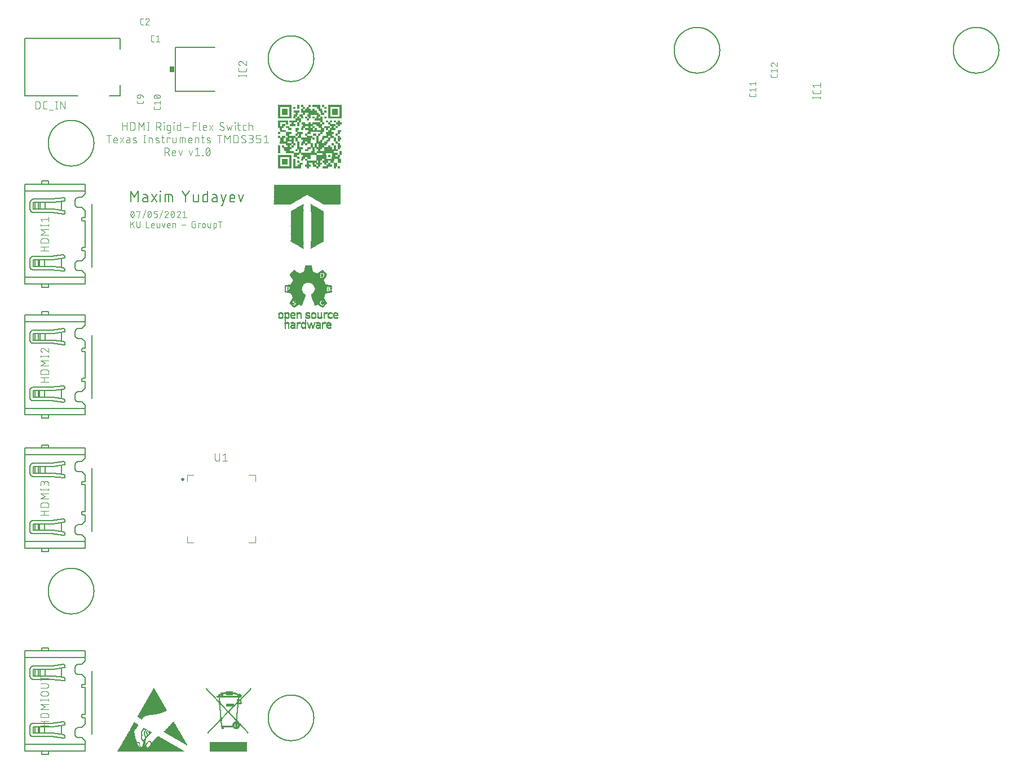
<source format=gbr>
G04 EAGLE Gerber RS-274X export*
G75*
%MOMM*%
%FSLAX34Y34*%
%LPD*%
%INSilkscreen Top*%
%IPPOS*%
%AMOC8*
5,1,8,0,0,1.08239X$1,22.5*%
G01*
%ADD10C,0.101600*%
%ADD11C,0.152400*%
%ADD12C,0.076200*%
%ADD13R,2.020694X0.057731*%
%ADD14R,1.154681X0.057731*%
%ADD15R,0.288669X0.057731*%
%ADD16R,0.866013X0.057731*%
%ADD17R,0.577338X0.057731*%
%ADD18R,0.577344X0.057731*%
%ADD19R,1.443356X0.057731*%
%ADD20R,1.443350X0.057731*%
%ADD21R,2.309369X0.057731*%
%ADD22R,2.598038X0.057731*%
%ADD23R,0.014706X0.014706*%
%ADD24R,0.044119X0.014706*%
%ADD25R,0.058825X0.014706*%
%ADD26R,0.073531X0.014706*%
%ADD27R,0.088238X0.014706*%
%ADD28R,0.117650X0.014706*%
%ADD29R,0.147069X0.014706*%
%ADD30R,0.147063X0.014706*%
%ADD31R,0.161775X0.014706*%
%ADD32R,0.176475X0.014706*%
%ADD33R,0.191188X0.014706*%
%ADD34R,0.220600X0.014706*%
%ADD35R,0.250013X0.014706*%
%ADD36R,0.264719X0.014706*%
%ADD37R,0.279425X0.014706*%
%ADD38R,0.294131X0.014706*%
%ADD39R,0.323544X0.014706*%
%ADD40R,0.338250X0.014706*%
%ADD41R,0.352956X0.014706*%
%ADD42R,0.367663X0.014706*%
%ADD43R,0.382369X0.014706*%
%ADD44R,0.397075X0.014706*%
%ADD45R,0.426494X0.014706*%
%ADD46R,0.426488X0.014706*%
%ADD47R,0.441200X0.014706*%
%ADD48R,0.455906X0.014706*%
%ADD49R,0.470613X0.014706*%
%ADD50R,0.500025X0.014706*%
%ADD51R,0.529438X0.014706*%
%ADD52R,0.544144X0.014706*%
%ADD53R,0.558850X0.014706*%
%ADD54R,0.573556X0.014706*%
%ADD55R,0.602969X0.014706*%
%ADD56R,0.632381X0.014706*%
%ADD57R,0.647088X0.014706*%
%ADD58R,0.661794X0.014706*%
%ADD59R,0.676506X0.014706*%
%ADD60R,0.676500X0.014706*%
%ADD61R,0.705919X0.014706*%
%ADD62R,0.705913X0.014706*%
%ADD63R,0.720625X0.014706*%
%ADD64R,0.735331X0.014706*%
%ADD65R,0.750038X0.014706*%
%ADD66R,0.764744X0.014706*%
%ADD67R,0.779450X0.014706*%
%ADD68R,0.808863X0.014706*%
%ADD69R,0.823569X0.014706*%
%ADD70R,0.838275X0.014706*%
%ADD71R,0.852981X0.014706*%
%ADD72R,0.882394X0.014706*%
%ADD73R,0.911806X0.014706*%
%ADD74R,0.926519X0.014706*%
%ADD75R,0.941219X0.014706*%
%ADD76R,0.955931X0.014706*%
%ADD77R,0.955925X0.014706*%
%ADD78R,0.985344X0.014706*%
%ADD79R,1.014756X0.014706*%
%ADD80R,1.029462X0.014706*%
%ADD81R,1.044169X0.014706*%
%ADD82R,1.058875X0.014706*%
%ADD83R,1.088288X0.014706*%
%ADD84R,1.102994X0.014706*%
%ADD85R,1.117700X0.014706*%
%ADD86R,1.132406X0.014706*%
%ADD87R,1.161819X0.014706*%
%ADD88R,1.191237X0.014706*%
%ADD89R,1.191231X0.014706*%
%ADD90R,1.205944X0.014706*%
%ADD91R,1.220644X0.014706*%
%ADD92R,1.235356X0.014706*%
%ADD93R,1.235350X0.014706*%
%ADD94R,1.264769X0.014706*%
%ADD95R,1.294181X0.014706*%
%ADD96R,1.308887X0.014706*%
%ADD97R,1.323594X0.014706*%
%ADD98R,1.338300X0.014706*%
%ADD99R,1.367713X0.014706*%
%ADD100R,1.382419X0.014706*%
%ADD101R,1.397125X0.014706*%
%ADD102R,1.411831X0.014706*%
%ADD103R,1.441244X0.014706*%
%ADD104R,1.470662X0.014706*%
%ADD105R,1.470656X0.014706*%
%ADD106R,1.485369X0.014706*%
%ADD107R,1.500069X0.014706*%
%ADD108R,1.514781X0.014706*%
%ADD109R,1.544194X0.014706*%
%ADD110R,1.573606X0.014706*%
%ADD111R,1.588313X0.014706*%
%ADD112R,1.603019X0.014706*%
%ADD113R,1.617725X0.014706*%
%ADD114R,1.647138X0.014706*%
%ADD115R,1.676550X0.014706*%
%ADD116R,1.691256X0.014706*%
%ADD117R,1.705963X0.014706*%
%ADD118R,1.720675X0.014706*%
%ADD119R,1.720669X0.014706*%
%ADD120R,1.750088X0.014706*%
%ADD121R,1.750081X0.014706*%
%ADD122R,1.779500X0.014706*%
%ADD123R,1.794206X0.014706*%
%ADD124R,1.823619X0.014706*%
%ADD125R,1.853031X0.014706*%
%ADD126R,1.882444X0.014706*%
%ADD127R,1.897150X0.014706*%
%ADD128R,1.926563X0.014706*%
%ADD129R,1.911856X0.014706*%
%ADD130R,1.867738X0.014706*%
%ADD131R,0.029413X0.014706*%
%ADD132R,1.500075X0.014706*%
%ADD133R,1.220650X0.014706*%
%ADD134R,0.926513X0.014706*%
%ADD135R,0.176481X0.014706*%
%ADD136R,0.617675X0.014706*%
%ADD137R,1.455950X0.014706*%
%ADD138R,2.500119X0.014706*%
%ADD139R,2.544237X0.014706*%
%ADD140R,2.544244X0.014706*%
%ADD141R,2.558950X0.014706*%
%ADD142R,2.603069X0.014706*%
%ADD143R,2.647188X0.014706*%
%ADD144R,2.661894X0.014706*%
%ADD145R,2.691306X0.014706*%
%ADD146R,2.706012X0.014706*%
%ADD147R,2.750131X0.014706*%
%ADD148R,2.764838X0.014706*%
%ADD149R,2.764844X0.014706*%
%ADD150R,2.794250X0.014706*%
%ADD151R,2.794256X0.014706*%
%ADD152R,2.808956X0.014706*%
%ADD153R,2.808963X0.014706*%
%ADD154R,2.853081X0.014706*%
%ADD155R,2.867787X0.014706*%
%ADD156R,2.897200X0.014706*%
%ADD157R,2.911906X0.014706*%
%ADD158R,2.956025X0.014706*%
%ADD159R,2.970731X0.014706*%
%ADD160R,3.000144X0.014706*%
%ADD161R,3.014850X0.014706*%
%ADD162R,3.058969X0.014706*%
%ADD163R,3.058975X0.014706*%
%ADD164R,3.103094X0.014706*%
%ADD165R,3.117800X0.014706*%
%ADD166R,3.161919X0.014706*%
%ADD167R,3.206038X0.014706*%
%ADD168R,3.220744X0.014706*%
%ADD169R,3.264863X0.014706*%
%ADD170R,3.308981X0.014706*%
%ADD171R,3.308988X0.014706*%
%ADD172R,3.323688X0.014706*%
%ADD173R,3.323694X0.014706*%
%ADD174R,3.367813X0.014706*%
%ADD175R,3.411931X0.014706*%
%ADD176R,3.426638X0.014706*%
%ADD177R,3.456050X0.014706*%
%ADD178R,3.470756X0.014706*%
%ADD179R,3.514875X0.014706*%
%ADD180R,3.529581X0.014706*%
%ADD181R,3.558994X0.014706*%
%ADD182R,3.573700X0.014706*%
%ADD183R,3.573706X0.014706*%
%ADD184R,3.617819X0.014706*%
%ADD185R,3.617825X0.014706*%
%ADD186R,3.632531X0.014706*%
%ADD187R,3.661944X0.014706*%
%ADD188R,3.676650X0.014706*%
%ADD189R,3.720769X0.014706*%
%ADD190R,3.764888X0.014706*%
%ADD191R,3.779594X0.014706*%
%ADD192R,3.823713X0.014706*%
%ADD193R,3.823719X0.014706*%
%ADD194R,3.867831X0.014706*%
%ADD195R,3.867838X0.014706*%
%ADD196R,3.882544X0.014706*%
%ADD197R,3.926663X0.014706*%
%ADD198R,3.970781X0.014706*%
%ADD199R,3.985488X0.014706*%
%ADD200R,4.029606X0.014706*%
%ADD201R,4.073725X0.014706*%
%ADD202R,4.088431X0.014706*%
%ADD203R,4.088438X0.014706*%
%ADD204R,4.117844X0.014706*%
%ADD205R,4.117850X0.014706*%
%ADD206R,4.132556X0.014706*%
%ADD207R,4.176675X0.014706*%
%ADD208R,4.191381X0.014706*%
%ADD209R,4.220794X0.014706*%
%ADD210R,4.235500X0.014706*%
%ADD211R,4.279619X0.014706*%
%ADD212R,4.294325X0.014706*%
%ADD213R,4.323738X0.014706*%
%ADD214R,4.338444X0.014706*%
%ADD215R,4.382563X0.014706*%
%ADD216R,4.382569X0.014706*%
%ADD217R,4.397275X0.014706*%
%ADD218R,4.426687X0.014706*%
%ADD219R,4.441394X0.014706*%
%ADD220R,4.485513X0.014706*%
%ADD221R,4.529631X0.014706*%
%ADD222R,4.544338X0.014706*%
%ADD223R,4.588456X0.014706*%
%ADD224R,4.632575X0.014706*%
%ADD225R,4.632581X0.014706*%
%ADD226R,4.647281X0.014706*%
%ADD227R,4.647288X0.014706*%
%ADD228R,4.691406X0.014706*%
%ADD229R,4.735525X0.014706*%
%ADD230R,4.750231X0.014706*%
%ADD231R,4.794350X0.014706*%
%ADD232R,4.838469X0.014706*%
%ADD233R,4.853175X0.014706*%
%ADD234R,4.882588X0.014706*%
%ADD235R,4.882594X0.014706*%
%ADD236R,4.897294X0.014706*%
%ADD237R,4.897300X0.014706*%
%ADD238R,4.941419X0.014706*%
%ADD239R,9.912250X0.014706*%
%ADD240R,9.941662X0.014706*%
%ADD241R,9.988112X0.011706*%
%ADD242R,9.952988X0.011706*%
%ADD243R,9.917856X0.011706*%
%ADD244R,9.906150X0.011706*%
%ADD245R,9.871019X0.011706*%
%ADD246R,9.847600X0.011706*%
%ADD247R,9.812475X0.011706*%
%ADD248R,9.800763X0.011706*%
%ADD249R,9.765638X0.011706*%
%ADD250R,9.730506X0.011706*%
%ADD251R,9.707088X0.011706*%
%ADD252R,9.683669X0.011706*%
%ADD253R,9.660250X0.011706*%
%ADD254R,9.625125X0.011706*%
%ADD255R,9.601706X0.011706*%
%ADD256R,9.578288X0.011706*%
%ADD257R,9.543156X0.011706*%
%ADD258R,9.519737X0.011706*%
%ADD259R,9.496319X0.011706*%
%ADD260R,9.472900X0.011706*%
%ADD261R,9.437775X0.011706*%
%ADD262R,9.402644X0.011706*%
%ADD263R,9.390937X0.011706*%
%ADD264R,9.355806X0.011706*%
%ADD265R,9.332388X0.011706*%
%ADD266R,9.297263X0.011706*%
%ADD267R,9.285550X0.011706*%
%ADD268R,9.250425X0.011706*%
%ADD269R,9.215294X0.011706*%
%ADD270R,9.203588X0.011706*%
%ADD271R,9.168456X0.011706*%
%ADD272R,9.145038X0.011706*%
%ADD273R,9.109913X0.011706*%
%ADD274R,9.098200X0.011706*%
%ADD275R,9.063075X0.011706*%
%ADD276R,9.027944X0.011706*%
%ADD277R,9.004525X0.011706*%
%ADD278R,8.981106X0.011706*%
%ADD279R,8.957688X0.011706*%
%ADD280R,8.922562X0.011706*%
%ADD281R,8.887431X0.011706*%
%ADD282R,8.875725X0.011706*%
%ADD283R,8.840594X0.011706*%
%ADD284R,8.817175X0.011706*%
%ADD285R,8.793756X0.011706*%
%ADD286R,8.770338X0.011706*%
%ADD287R,8.735213X0.011706*%
%ADD288R,4.121706X0.011706*%
%ADD289R,4.519825X0.011706*%
%ADD290R,4.086581X0.011706*%
%ADD291R,4.472988X0.011706*%
%ADD292R,4.051450X0.011706*%
%ADD293R,4.426150X0.011706*%
%ADD294R,4.039738X0.011706*%
%ADD295R,4.379313X0.011706*%
%ADD296R,4.016319X0.011706*%
%ADD297R,4.332475X0.011706*%
%ADD298R,3.161538X0.011706*%
%ADD299R,0.784525X0.011706*%
%ADD300R,4.309056X0.011706*%
%ADD301R,2.892219X0.011706*%
%ADD302R,0.140513X0.011706*%
%ADD303R,0.772819X0.011706*%
%ADD304R,4.273931X0.011706*%
%ADD305R,2.868800X0.011706*%
%ADD306R,0.117094X0.011706*%
%ADD307R,0.749400X0.011706*%
%ADD308R,4.227094X0.011706*%
%ADD309R,2.857094X0.011706*%
%ADD310R,0.725981X0.011706*%
%ADD311R,4.203675X0.011706*%
%ADD312R,2.833675X0.011706*%
%ADD313R,0.105381X0.011706*%
%ADD314R,0.714269X0.011706*%
%ADD315R,4.168544X0.011706*%
%ADD316R,2.821963X0.011706*%
%ADD317R,0.093675X0.011706*%
%ADD318R,0.690850X0.011706*%
%ADD319R,4.133419X0.011706*%
%ADD320R,2.798544X0.011706*%
%ADD321R,0.081963X0.011706*%
%ADD322R,4.098288X0.011706*%
%ADD323R,2.775125X0.011706*%
%ADD324R,0.667431X0.011706*%
%ADD325R,4.074869X0.011706*%
%ADD326R,2.763419X0.011706*%
%ADD327R,0.070256X0.011706*%
%ADD328R,0.655725X0.011706*%
%ADD329R,2.751706X0.011706*%
%ADD330R,3.992900X0.011706*%
%ADD331R,2.740000X0.011706*%
%ADD332R,0.632306X0.011706*%
%ADD333R,3.957775X0.011706*%
%ADD334R,2.716581X0.011706*%
%ADD335R,0.620594X0.011706*%
%ADD336R,3.934356X0.011706*%
%ADD337R,3.899225X0.011706*%
%ADD338R,2.693163X0.011706*%
%ADD339R,0.608888X0.011706*%
%ADD340R,3.864100X0.011706*%
%ADD341R,2.669744X0.011706*%
%ADD342R,0.058544X0.011706*%
%ADD343R,0.597175X0.011706*%
%ADD344R,3.840681X0.011706*%
%ADD345R,2.658031X0.011706*%
%ADD346R,0.585469X0.011706*%
%ADD347R,3.817263X0.011706*%
%ADD348R,2.646325X0.011706*%
%ADD349R,3.782131X0.011706*%
%ADD350R,2.634613X0.011706*%
%ADD351R,0.573756X0.011706*%
%ADD352R,3.747006X0.011706*%
%ADD353R,2.611194X0.011706*%
%ADD354R,3.723588X0.011706*%
%ADD355R,0.562050X0.011706*%
%ADD356R,3.688456X0.011706*%
%ADD357R,2.587775X0.011706*%
%ADD358R,3.653331X0.011706*%
%ADD359R,2.564356X0.011706*%
%ADD360R,0.550338X0.011706*%
%ADD361R,3.618200X0.011706*%
%ADD362R,3.606494X0.011706*%
%ADD363R,2.540938X0.011706*%
%ADD364R,0.538631X0.011706*%
%ADD365R,3.571363X0.011706*%
%ADD366R,2.529231X0.011706*%
%ADD367R,3.536238X0.011706*%
%ADD368R,2.517519X0.011706*%
%ADD369R,3.501106X0.011706*%
%ADD370R,2.505813X0.011706*%
%ADD371R,3.489400X0.011706*%
%ADD372R,0.023419X0.011706*%
%ADD373R,2.494100X0.011706*%
%ADD374R,3.454269X0.011706*%
%ADD375R,2.470681X0.011706*%
%ADD376R,3.430850X0.011706*%
%ADD377R,0.035125X0.011706*%
%ADD378R,0.398119X0.011706*%
%ADD379R,3.395725X0.011706*%
%ADD380R,2.447262X0.011706*%
%ADD381R,0.386406X0.011706*%
%ADD382R,3.372306X0.011706*%
%ADD383R,3.348888X0.011706*%
%ADD384R,2.423844X0.011706*%
%ADD385R,0.362988X0.011706*%
%ADD386R,3.325469X0.011706*%
%ADD387R,2.412138X0.011706*%
%ADD388R,3.302050X0.011706*%
%ADD389R,2.400425X0.011706*%
%ADD390R,3.278631X0.011706*%
%ADD391R,2.388719X0.011706*%
%ADD392R,3.243500X0.011706*%
%ADD393R,0.128800X0.011706*%
%ADD394R,2.377006X0.011706*%
%ADD395R,0.351281X0.011706*%
%ADD396R,3.220081X0.011706*%
%ADD397R,0.152225X0.011706*%
%ADD398R,2.365300X0.011706*%
%ADD399R,3.208375X0.011706*%
%ADD400R,0.163931X0.011706*%
%ADD401R,2.353588X0.011706*%
%ADD402R,3.173244X0.011706*%
%ADD403R,0.175644X0.011706*%
%ADD404R,2.341881X0.011706*%
%ADD405R,3.149825X0.011706*%
%ADD406R,0.187350X0.011706*%
%ADD407R,2.330169X0.011706*%
%ADD408R,0.339569X0.011706*%
%ADD409R,3.126406X0.011706*%
%ADD410R,0.199063X0.011706*%
%ADD411R,2.318463X0.011706*%
%ADD412R,3.114700X0.011706*%
%ADD413R,0.222481X0.011706*%
%ADD414R,2.306750X0.011706*%
%ADD415R,0.105388X0.011706*%
%ADD416R,3.091281X0.011706*%
%ADD417R,3.056150X0.011706*%
%ADD418R,0.245900X0.011706*%
%ADD419R,2.283331X0.011706*%
%ADD420R,3.044444X0.011706*%
%ADD421R,0.257606X0.011706*%
%ADD422R,3.021025X0.011706*%
%ADD423R,0.281025X0.011706*%
%ADD424R,2.271625X0.011706*%
%ADD425R,2.997606X0.011706*%
%ADD426R,2.259912X0.011706*%
%ADD427R,2.974188X0.011706*%
%ADD428R,0.292738X0.011706*%
%ADD429R,2.962475X0.011706*%
%ADD430R,0.316156X0.011706*%
%ADD431R,2.236494X0.011706*%
%ADD432R,2.950769X0.011706*%
%ADD433R,2.927350X0.011706*%
%ADD434R,0.339575X0.011706*%
%ADD435R,2.224788X0.011706*%
%ADD436R,2.903931X0.011706*%
%ADD437R,0.374700X0.011706*%
%ADD438R,2.213075X0.011706*%
%ADD439R,0.128806X0.011706*%
%ADD440R,0.386412X0.011706*%
%ADD441R,0.409831X0.011706*%
%ADD442R,2.201369X0.011706*%
%ADD443R,0.421538X0.011706*%
%ADD444R,0.433244X0.011706*%
%ADD445R,0.175638X0.011706*%
%ADD446R,2.576069X0.011706*%
%ADD447R,0.444956X0.011706*%
%ADD448R,2.552650X0.011706*%
%ADD449R,0.468375X0.011706*%
%ADD450R,2.482394X0.011706*%
%ADD451R,0.480081X0.011706*%
%ADD452R,0.503500X0.011706*%
%ADD453R,2.435556X0.011706*%
%ADD454R,0.152219X0.011706*%
%ADD455R,0.515213X0.011706*%
%ADD456R,0.526919X0.011706*%
%ADD457R,2.142819X0.011706*%
%ADD458R,2.107687X0.011706*%
%ADD459R,2.095981X0.011706*%
%ADD460R,0.199056X0.011706*%
%ADD461R,2.072563X0.011706*%
%ADD462R,0.210769X0.011706*%
%ADD463R,2.060850X0.011706*%
%ADD464R,0.234188X0.011706*%
%ADD465R,2.037431X0.011706*%
%ADD466R,2.177950X0.011706*%
%ADD467R,2.014013X0.011713*%
%ADD468R,0.398119X0.011713*%
%ADD469R,0.409825X0.011713*%
%ADD470R,2.154531X0.011713*%
%ADD471R,0.632306X0.011713*%
%ADD472R,1.990594X0.011706*%
%ADD473R,2.119400X0.011706*%
%ADD474R,0.644012X0.011706*%
%ADD475R,0.327863X0.011706*%
%ADD476R,1.967175X0.011706*%
%ADD477R,0.409825X0.011706*%
%ADD478R,2.060856X0.011706*%
%ADD479R,1.955469X0.011706*%
%ADD480R,2.025725X0.011706*%
%ADD481R,1.943756X0.011706*%
%ADD482R,1.990600X0.011706*%
%ADD483R,0.702562X0.011706*%
%ADD484R,1.932050X0.011706*%
%ADD485R,1.967181X0.011706*%
%ADD486R,1.920338X0.011706*%
%ADD487R,1.943763X0.011706*%
%ADD488R,1.908631X0.011706*%
%ADD489R,0.737688X0.011706*%
%ADD490R,1.896919X0.011706*%
%ADD491R,1.873500X0.011706*%
%ADD492R,0.761106X0.011706*%
%ADD493R,1.885213X0.011706*%
%ADD494R,1.850081X0.011706*%
%ADD495R,0.456663X0.011706*%
%ADD496R,1.814956X0.011706*%
%ADD497R,1.861794X0.011706*%
%ADD498R,1.779825X0.011706*%
%ADD499R,0.796238X0.011706*%
%ADD500R,1.838375X0.011706*%
%ADD501R,1.768119X0.011706*%
%ADD502R,0.807944X0.011706*%
%ADD503R,1.732988X0.011706*%
%ADD504R,0.831363X0.011706*%
%ADD505R,1.826663X0.011706*%
%ADD506R,1.697863X0.011706*%
%ADD507R,1.662731X0.011706*%
%ADD508R,0.854781X0.011706*%
%ADD509R,1.803244X0.011706*%
%ADD510R,0.491794X0.011706*%
%ADD511R,1.639313X0.011706*%
%ADD512R,0.866494X0.011706*%
%ADD513R,1.604188X0.011706*%
%ADD514R,0.878200X0.011706*%
%ADD515R,1.569056X0.011706*%
%ADD516R,0.889912X0.011706*%
%ADD517R,1.545637X0.011706*%
%ADD518R,0.901619X0.011706*%
%ADD519R,0.316150X0.011706*%
%ADD520R,1.522219X0.011706*%
%ADD521R,0.925038X0.011706*%
%ADD522R,1.756406X0.011706*%
%ADD523R,0.292731X0.011706*%
%ADD524R,1.487094X0.011706*%
%ADD525R,1.744700X0.011706*%
%ADD526R,0.269313X0.011706*%
%ADD527R,1.451963X0.011706*%
%ADD528R,0.948456X0.011706*%
%ADD529R,1.416837X0.011706*%
%ADD530R,0.960169X0.011706*%
%ADD531R,1.393419X0.011706*%
%ADD532R,0.983588X0.011706*%
%ADD533R,1.709569X0.011706*%
%ADD534R,1.358288X0.011706*%
%ADD535R,1.323163X0.011706*%
%ADD536R,0.995294X0.011706*%
%ADD537R,0.222475X0.011706*%
%ADD538R,1.299744X0.011706*%
%ADD539R,1.018713X0.011706*%
%ADD540R,1.686150X0.011706*%
%ADD541R,1.276325X0.011706*%
%ADD542R,1.674444X0.011706*%
%ADD543R,1.241194X0.011706*%
%ADD544R,1.042131X0.011706*%
%ADD545R,1.206069X0.011706*%
%ADD546R,1.053844X0.011706*%
%ADD547R,1.182650X0.011706*%
%ADD548R,1.077263X0.011706*%
%ADD549R,1.651025X0.011706*%
%ADD550R,1.147519X0.011706*%
%ADD551R,1.627606X0.011706*%
%ADD552R,1.112394X0.011706*%
%ADD553R,1.088969X0.011706*%
%ADD554R,1.112388X0.011706*%
%ADD555R,1.615894X0.011706*%
%ADD556R,1.124100X0.011706*%
%ADD557R,1.018719X0.011706*%
%ADD558R,1.135813X0.011706*%
%ADD559R,1.580769X0.011706*%
%ADD560R,1.159231X0.011706*%
%ADD561R,0.925044X0.011706*%
%ADD562R,0.854788X0.011706*%
%ADD563R,0.831369X0.011706*%
%ADD564R,1.217775X0.011706*%
%ADD565R,1.229488X0.011706*%
%ADD566R,1.533931X0.011706*%
%ADD567R,0.761113X0.011706*%
%ADD568R,1.252906X0.011706*%
%ADD569R,1.510513X0.011706*%
%ADD570R,1.498800X0.011706*%
%ADD571R,0.667438X0.011706*%
%ADD572R,0.245894X0.011706*%
%ADD573R,1.311450X0.011706*%
%ADD574R,1.334869X0.011706*%
%ADD575R,1.463675X0.011706*%
%ADD576R,0.269319X0.011706*%
%ADD577R,1.346581X0.011706*%
%ADD578R,1.370000X0.011706*%
%ADD579R,1.440256X0.011706*%
%ADD580R,1.381706X0.011706*%
%ADD581R,0.304444X0.011706*%
%ADD582R,1.405125X0.011706*%
%ADD583R,1.428544X0.011706*%
%ADD584R,0.362994X0.011706*%
%ADD585R,1.475381X0.011706*%
%ADD586R,1.557350X0.011706*%
%ADD587R,1.288031X0.011706*%
%ADD588R,1.592475X0.011706*%
%ADD589R,1.264613X0.011706*%
%ADD590R,1.721281X0.011706*%
%ADD591R,1.194356X0.011706*%
%ADD592R,1.170937X0.011706*%
%ADD593R,1.791538X0.011706*%
%ADD594R,1.100681X0.011706*%
%ADD595R,1.030425X0.011706*%
%ADD596R,1.978888X0.011706*%
%ADD597R,1.007006X0.011706*%
%ADD598R,2.002306X0.011706*%
%ADD599R,2.014013X0.011706*%
%ADD600R,0.971875X0.011706*%
%ADD601R,2.049144X0.011706*%
%ADD602R,0.936750X0.011706*%
%ADD603R,2.084269X0.011706*%
%ADD604R,2.107694X0.011706*%
%ADD605R,2.131112X0.011706*%
%ADD606R,0.913331X0.011706*%
%ADD607R,2.166238X0.011706*%
%ADD608R,2.189656X0.011706*%
%ADD609R,0.843075X0.011706*%
%ADD610R,0.819656X0.011706*%
%ADD611R,2.295044X0.011706*%
%ADD612R,0.796238X0.011713*%
%ADD613R,0.187350X0.011713*%
%ADD614R,0.152219X0.011713*%
%ADD615R,0.152225X0.011713*%
%ADD616R,0.281025X0.011713*%
%ADD617R,2.330169X0.011713*%
%ADD618R,0.011706X0.011706*%
%ADD619R,2.084275X0.011706*%
%ADD620R,2.037438X0.011706*%
%ADD621R,2.014019X0.011706*%
%ADD622R,0.046838X0.011706*%
%ADD623R,1.920344X0.011706*%
%ADD624R,1.896925X0.011706*%
%ADD625R,1.873506X0.011706*%
%ADD626R,1.826669X0.011706*%
%ADD627R,1.803250X0.011706*%
%ADD628R,0.784531X0.011706*%
%ADD629R,1.065556X0.011706*%
%ADD630R,1.042138X0.011706*%
%ADD631R,0.995300X0.011706*%
%ADD632R,0.737694X0.011706*%
%ADD633R,0.714275X0.011706*%
%ADD634R,0.679144X0.011706*%
%ADD635R,0.644019X0.011706*%
%ADD636R,0.597181X0.011706*%
%ADD637R,0.573763X0.011706*%
%ADD638R,0.105381X0.011713*%
%ADD639R,1.229481X0.011706*%
%ADD640R,2.131106X0.011706*%
%ADD641R,2.224781X0.011706*%
%ADD642R,2.365294X0.011706*%
%ADD643R,2.435550X0.011706*%
%ADD644R,2.505806X0.011706*%
%ADD645R,2.576062X0.011706*%
%ADD646R,2.622906X0.011706*%
%ADD647R,2.786838X0.011706*%
%ADD648R,2.880513X0.011706*%
%ADD649R,3.009313X0.011706*%
%ADD650R,3.067862X0.011706*%
%ADD651R,3.138119X0.011706*%
%ADD652R,3.196662X0.011706*%
%ADD653R,3.255213X0.011706*%
%ADD654R,3.313756X0.011706*%
%ADD655R,3.337175X0.011706*%
%ADD656R,3.360594X0.011713*%
%ADD657R,3.384013X0.011706*%
%ADD658R,3.442563X0.011706*%
%ADD659R,3.477688X0.011706*%
%ADD660R,3.512819X0.011706*%
%ADD661R,3.524525X0.011706*%
%ADD662R,3.559656X0.011706*%
%ADD663R,3.629913X0.011706*%
%ADD664R,3.641619X0.011706*%
%ADD665R,3.676750X0.011706*%
%ADD666R,3.700169X0.011706*%
%ADD667R,3.711875X0.011706*%
%ADD668R,3.735294X0.011706*%
%ADD669R,3.770425X0.011706*%
%ADD670R,3.793844X0.011706*%
%ADD671R,3.805556X0.011706*%
%ADD672R,3.782138X0.011706*%
%ADD673R,3.758719X0.011706*%
%ADD674R,3.735300X0.011706*%
%ADD675R,3.711881X0.011706*%
%ADD676R,3.688462X0.011706*%
%ADD677R,3.665044X0.011706*%
%ADD678R,3.594781X0.011706*%
%ADD679R,3.583075X0.011706*%
%ADD680R,3.547944X0.011706*%
%ADD681R,3.419144X0.011706*%
%ADD682R,3.407431X0.011706*%
%ADD683R,3.360594X0.011706*%
%ADD684R,3.290338X0.011706*%
%ADD685R,3.266919X0.011706*%
%ADD686R,3.102988X0.011706*%
%ADD687R,3.079569X0.011706*%
%ADD688R,3.032731X0.011706*%
%ADD689R,2.985894X0.011706*%
%ADD690R,2.939056X0.011706*%
%ADD691R,2.915638X0.011706*%
%ADD692R,2.845381X0.011706*%
%ADD693R,2.728287X0.011706*%
%ADD694R,2.704869X0.011706*%
%ADD695R,2.681450X0.011706*%
%ADD696R,2.517519X0.011713*%
%ADD697R,1.088975X0.011706*%
%ADD698R,0.971881X0.011706*%
%ADD699R,0.948463X0.011706*%
%ADD700R,0.901625X0.011706*%
%ADD701R,0.878206X0.011706*%
%ADD702R,0.831369X0.011713*%
%ADD703R,0.807950X0.011706*%
%ADD704R,5.565113X0.009319*%
%ADD705R,0.009319X0.009319*%
%ADD706R,0.027963X0.009319*%
%ADD707R,0.046606X0.009319*%
%ADD708R,0.065250X0.009319*%
%ADD709R,0.083894X0.009319*%
%ADD710R,0.102538X0.009319*%
%ADD711R,0.121181X0.009319*%
%ADD712R,0.139825X0.009319*%
%ADD713R,0.111856X0.009319*%
%ADD714R,0.158469X0.009319*%
%ADD715R,0.130500X0.009319*%
%ADD716R,0.177113X0.009319*%
%ADD717R,0.149144X0.009319*%
%ADD718R,0.195756X0.009319*%
%ADD719R,0.167788X0.009319*%
%ADD720R,0.214400X0.009319*%
%ADD721R,0.233044X0.009319*%
%ADD722R,0.223719X0.009319*%
%ADD723R,0.242369X0.009319*%
%ADD724R,0.242363X0.009319*%
%ADD725R,0.093219X0.009319*%
%ADD726R,0.363550X0.009319*%
%ADD727R,0.298300X0.009319*%
%ADD728R,0.410156X0.009319*%
%ADD729R,0.456763X0.009319*%
%ADD730R,0.503375X0.009319*%
%ADD731R,0.540663X0.009319*%
%ADD732R,0.568625X0.009319*%
%ADD733R,0.596594X0.009319*%
%ADD734R,0.624556X0.009319*%
%ADD735R,0.652525X0.009319*%
%ADD736R,0.680488X0.009319*%
%ADD737R,0.699131X0.009319*%
%ADD738R,0.727100X0.009319*%
%ADD739R,0.745744X0.009319*%
%ADD740R,0.764387X0.009319*%
%ADD741R,0.783031X0.009319*%
%ADD742R,0.801675X0.009319*%
%ADD743R,0.820319X0.009319*%
%ADD744R,0.838963X0.009319*%
%ADD745R,0.857606X0.009319*%
%ADD746R,0.866925X0.009319*%
%ADD747R,0.885569X0.009319*%
%ADD748R,0.894894X0.009319*%
%ADD749R,0.913538X0.009319*%
%ADD750R,0.922856X0.009319*%
%ADD751R,0.932181X0.009319*%
%ADD752R,0.950825X0.009319*%
%ADD753R,0.960144X0.009319*%
%ADD754R,0.428800X0.009319*%
%ADD755R,0.419481X0.009319*%
%ADD756R,0.391513X0.009319*%
%ADD757R,0.400838X0.009319*%
%ADD758R,2.106725X0.009319*%
%ADD759R,0.372869X0.009319*%
%ADD760R,2.097400X0.009319*%
%ADD761R,0.354225X0.009319*%
%ADD762R,0.344906X0.009319*%
%ADD763R,2.088081X0.009319*%
%ADD764R,0.335581X0.009319*%
%ADD765R,2.078756X0.009319*%
%ADD766R,2.078763X0.009319*%
%ADD767R,0.326263X0.009319*%
%ADD768R,2.069438X0.009319*%
%ADD769R,0.316944X0.009319*%
%ADD770R,2.060119X0.009319*%
%ADD771R,0.167794X0.009319*%
%ADD772R,0.307619X0.009319*%
%ADD773R,0.205081X0.009319*%
%ADD774R,2.050794X0.009319*%
%ADD775R,2.041475X0.009319*%
%ADD776R,0.251688X0.009319*%
%ADD777R,0.270331X0.009319*%
%ADD778R,0.288975X0.009319*%
%ADD779R,2.032150X0.009319*%
%ADD780R,2.022831X0.009319*%
%ADD781R,0.335588X0.009319*%
%ADD782R,0.279656X0.009319*%
%ADD783R,0.354231X0.009319*%
%ADD784R,0.205075X0.009319*%
%ADD785R,0.372875X0.009319*%
%ADD786R,0.382194X0.009319*%
%ADD787R,0.522019X0.009319*%
%ADD788R,0.512700X0.009319*%
%ADD789R,0.494056X0.009319*%
%ADD790R,0.484731X0.009319*%
%ADD791R,0.475413X0.009319*%
%ADD792R,0.466088X0.009319*%
%ADD793R,0.475406X0.009319*%
%ADD794R,0.494050X0.009319*%
%ADD795R,0.512694X0.009319*%
%ADD796R,0.531338X0.009319*%
%ADD797R,1.062688X0.009319*%
%ADD798R,1.053362X0.009319*%
%ADD799R,1.034719X0.009319*%
%ADD800R,1.016075X0.009319*%
%ADD801R,1.006756X0.009319*%
%ADD802R,0.988113X0.009319*%
%ADD803R,0.969469X0.009319*%
%ADD804R,0.876250X0.009319*%
%ADD805R,0.792350X0.009319*%
%ADD806R,0.773706X0.009319*%
%ADD807R,0.755063X0.009319*%
%ADD808R,0.708456X0.009319*%
%ADD809R,0.661844X0.009319*%
%ADD810R,0.633881X0.009319*%
%ADD811R,0.531344X0.009319*%
%ADD812R,0.456769X0.009319*%
%ADD813R,0.316938X0.009319*%
%ADD814R,0.298294X0.009319*%
%ADD815R,0.279650X0.009319*%
%ADD816R,0.261006X0.009319*%
%ADD817R,0.447444X0.009319*%
%ADD818R,0.438125X0.009319*%
%ADD819R,0.223725X0.009319*%
%ADD820R,0.261013X0.009319*%
%ADD821R,0.438119X0.009319*%
%ADD822R,1.249119X0.009319*%
%ADD823R,1.258444X0.009319*%
%ADD824R,1.267763X0.009319*%
%ADD825R,1.277088X0.009319*%
%ADD826R,1.286406X0.009319*%
%ADD827R,1.295725X0.009319*%
%ADD828R,1.305050X0.009319*%
%ADD829R,1.314369X0.009319*%
%ADD830R,1.323694X0.009319*%
%ADD831R,1.333013X0.009319*%
%ADD832R,1.342337X0.009319*%
%ADD833R,1.351656X0.009319*%
%ADD834R,1.360981X0.009319*%
%ADD835R,1.370300X0.009319*%
%ADD836R,1.379625X0.009319*%
%ADD837R,1.388944X0.009319*%
%ADD838R,1.398269X0.009319*%
%ADD839R,1.407587X0.009319*%
%ADD840R,1.416913X0.009319*%
%ADD841R,1.183869X0.009319*%
%ADD842R,0.848281X0.009319*%
%ADD843R,0.829638X0.009319*%
%ADD844R,0.810994X0.009319*%
%ADD845R,0.037288X0.009319*%
%ADD846R,3.327881X0.009319*%
%ADD847R,3.579569X0.009319*%
%ADD848R,3.598213X0.009319*%
%ADD849R,3.607538X0.009319*%
%ADD850R,3.626181X0.009319*%
%ADD851R,3.635500X0.009319*%
%ADD852R,3.644825X0.009319*%
%ADD853R,3.654144X0.009319*%
%ADD854R,3.663469X0.009319*%
%ADD855R,3.672788X0.009319*%
%ADD856R,3.682113X0.009319*%
%ADD857R,3.691431X0.009319*%
%ADD858R,3.700756X0.009319*%
%ADD859R,3.710075X0.009319*%
%ADD860R,3.719400X0.009319*%
%ADD861R,0.568631X0.009319*%
%ADD862R,0.577950X0.009319*%
%ADD863R,0.587275X0.009319*%
%ADD864R,0.605919X0.009319*%
%ADD865R,0.615237X0.009319*%
%ADD866R,0.624563X0.009319*%
%ADD867R,0.643200X0.009319*%
%ADD868R,0.950819X0.009319*%
%ADD869R,0.689813X0.009319*%
%ADD870R,0.717775X0.009319*%
%ADD871R,0.605913X0.009319*%
%ADD872R,0.736419X0.009319*%
%ADD873R,0.587269X0.009319*%
%ADD874R,0.559306X0.009319*%
%ADD875R,0.549988X0.009319*%
%ADD876R,0.186431X0.009319*%
%ADD877R,0.643206X0.009319*%
%ADD878R,1.649956X0.009319*%
%ADD879R,1.631313X0.009319*%
%ADD880R,1.612669X0.009319*%
%ADD881R,1.090650X0.009319*%
%ADD882R,1.072006X0.009319*%
%ADD883R,2.274519X0.009319*%
%ADD884R,2.246550X0.009319*%
%ADD885R,2.218587X0.009319*%
%ADD886R,2.181300X0.009319*%
%ADD887R,2.144013X0.009319*%
%ADD888R,1.715213X0.009319*%
%ADD889R,1.528775X0.009319*%
%ADD890R,1.435556X0.009319*%
%ADD891R,1.165225X0.009319*%
%ADD892R,1.081325X0.009319*%
%ADD893R,0.969463X0.009319*%
%ADD894R,0.093213X0.009319*%
%ADD895R,0.074569X0.009319*%
%ADD896R,0.055925X0.009319*%
%ADD897R,0.074575X0.009319*%
%ADD898R,0.037281X0.009319*%
%ADD899R,0.055931X0.009319*%
%ADD900R,0.018638X0.009319*%
%ADD901R,0.018644X0.009319*%
%ADD902R,0.158875X0.010587*%
%ADD903R,0.105919X0.010587*%
%ADD904R,0.148288X0.010587*%
%ADD905R,0.148281X0.010587*%
%ADD906R,0.201244X0.010594*%
%ADD907R,0.254200X0.010594*%
%ADD908R,0.190650X0.010594*%
%ADD909R,0.211838X0.010594*%
%ADD910R,0.180056X0.010594*%
%ADD911R,0.243613X0.010594*%
%ADD912R,0.201244X0.010587*%
%ADD913R,0.307163X0.010587*%
%ADD914R,0.190650X0.010587*%
%ADD915R,0.254200X0.010587*%
%ADD916R,0.180056X0.010587*%
%ADD917R,0.317750X0.010587*%
%ADD918R,0.360119X0.010594*%
%ADD919R,0.307163X0.010594*%
%ADD920R,0.381300X0.010594*%
%ADD921R,0.402487X0.010587*%
%ADD922R,0.338938X0.010587*%
%ADD923R,0.391894X0.010587*%
%ADD924R,0.423669X0.010587*%
%ADD925R,0.370713X0.010587*%
%ADD926R,0.211838X0.010587*%
%ADD927R,0.455444X0.010587*%
%ADD928R,0.455450X0.010594*%
%ADD929R,0.402487X0.010594*%
%ADD930R,0.211831X0.010594*%
%ADD931R,0.497813X0.010594*%
%ADD932R,0.466038X0.010587*%
%ADD933R,0.434262X0.010587*%
%ADD934R,0.211831X0.010587*%
%ADD935R,0.519000X0.010587*%
%ADD936R,0.688463X0.010587*%
%ADD937R,0.233019X0.010587*%
%ADD938R,0.222425X0.010587*%
%ADD939R,0.561362X0.010587*%
%ADD940R,0.699056X0.010594*%
%ADD941R,0.677875X0.010594*%
%ADD942R,0.233019X0.010594*%
%ADD943R,0.582550X0.010594*%
%ADD944R,0.709650X0.010587*%
%ADD945R,0.688469X0.010587*%
%ADD946R,0.603731X0.010587*%
%ADD947R,0.720244X0.010594*%
%ADD948R,0.243606X0.010594*%
%ADD949R,0.709650X0.010594*%
%ADD950R,0.624912X0.010594*%
%ADD951R,0.720244X0.010587*%
%ADD952R,0.699056X0.010587*%
%ADD953R,0.243606X0.010587*%
%ADD954R,0.646100X0.010587*%
%ADD955R,0.730831X0.010587*%
%ADD956R,0.656687X0.010587*%
%ADD957R,0.730831X0.010594*%
%ADD958R,0.264794X0.010594*%
%ADD959R,0.741425X0.010587*%
%ADD960R,0.275388X0.010587*%
%ADD961R,0.264794X0.010587*%
%ADD962R,0.752019X0.010587*%
%ADD963R,0.677875X0.010587*%
%ADD964R,0.752019X0.010594*%
%ADD965R,0.275388X0.010594*%
%ADD966R,0.285975X0.010594*%
%ADD967R,0.667281X0.010594*%
%ADD968R,0.296569X0.010587*%
%ADD969R,0.285975X0.010587*%
%ADD970R,0.307156X0.010594*%
%ADD971R,0.328344X0.010594*%
%ADD972R,0.296569X0.010594*%
%ADD973R,0.243613X0.010587*%
%ADD974R,0.275381X0.010587*%
%ADD975R,0.169469X0.010587*%
%ADD976R,0.137694X0.010587*%
%ADD977R,0.222425X0.010594*%
%ADD978R,0.317750X0.010594*%
%ADD979R,0.105919X0.010594*%
%ADD980R,0.328344X0.010587*%
%ADD981R,0.084731X0.010587*%
%ADD982R,0.052956X0.010587*%
%ADD983R,0.338938X0.010594*%
%ADD984R,0.031775X0.010594*%
%ADD985R,0.349525X0.010587*%
%ADD986R,0.349531X0.010594*%
%ADD987R,0.349525X0.010594*%
%ADD988R,0.360119X0.010587*%
%ADD989R,0.370713X0.010594*%
%ADD990R,0.180063X0.010594*%
%ADD991R,0.180063X0.010587*%
%ADD992R,0.169469X0.010594*%
%ADD993R,0.285981X0.010594*%
%ADD994R,0.783794X0.010587*%
%ADD995R,0.783794X0.010594*%
%ADD996R,0.688463X0.010594*%
%ADD997R,0.667281X0.010587*%
%ADD998R,0.656687X0.010594*%
%ADD999R,0.635506X0.010587*%
%ADD1000R,0.614325X0.010594*%
%ADD1001R,0.582550X0.010587*%
%ADD1002R,0.550769X0.010587*%
%ADD1003R,0.550775X0.010587*%
%ADD1004R,0.317756X0.010587*%
%ADD1005R,0.010587X0.010594*%
%ADD1006R,0.031775X0.010587*%
%ADD1007R,0.074144X0.010594*%
%ADD1008R,0.052956X0.010594*%
%ADD1009R,0.084731X0.010594*%
%ADD1010R,0.148281X0.010594*%
%ADD1011R,0.127100X0.010594*%
%ADD1012R,0.540181X0.010587*%
%ADD1013R,0.646100X0.010594*%
%ADD1014R,0.561362X0.010594*%
%ADD1015R,0.571956X0.010587*%
%ADD1016R,0.614325X0.010587*%
%ADD1017R,0.593137X0.010594*%
%ADD1018R,0.603731X0.010594*%
%ADD1019R,0.593137X0.010587*%
%ADD1020R,0.582544X0.010587*%
%ADD1021R,0.688469X0.010594*%
%ADD1022R,0.614319X0.010587*%
%ADD1023R,0.529587X0.010587*%
%ADD1024R,0.455444X0.010594*%
%ADD1025R,0.423669X0.010594*%
%ADD1026R,0.444856X0.010594*%
%ADD1027R,0.413081X0.010587*%
%ADD1028R,0.476631X0.010587*%
%ADD1029R,0.444856X0.010587*%
%ADD1030R,0.508406X0.010594*%
%ADD1031R,0.413075X0.010594*%
%ADD1032R,0.381300X0.010587*%
%ADD1033R,0.158875X0.010594*%
%ADD1034R,0.095325X0.010594*%
%ADD1035R,0.148288X0.010594*%
%ADD1036R,0.095325X0.010587*%
%ADD1037R,0.116506X0.010587*%
%ADD1038R,0.074144X0.010587*%
%ADD1039R,0.381306X0.010594*%
%ADD1040R,0.413081X0.010594*%
%ADD1041R,0.444850X0.010594*%
%ADD1042R,0.391894X0.010594*%
%ADD1043R,0.455450X0.010587*%
%ADD1044R,0.487219X0.010587*%
%ADD1045R,0.497813X0.010587*%
%ADD1046R,0.487225X0.010587*%
%ADD1047R,0.487219X0.010594*%
%ADD1048R,0.519000X0.010594*%
%ADD1049R,0.571956X0.010594*%
%ADD1050R,0.487225X0.010594*%
%ADD1051R,0.508406X0.010587*%
%ADD1052R,0.550775X0.010594*%
%ADD1053R,0.656694X0.010594*%
%ADD1054R,0.582544X0.010594*%
%ADD1055R,0.635506X0.010594*%
%ADD1056R,0.656694X0.010587*%
%ADD1057R,0.624912X0.010587*%
%ADD1058R,0.762606X0.010594*%
%ADD1059R,0.720238X0.010594*%
%ADD1060R,0.254206X0.010594*%
%ADD1061R,0.275381X0.010594*%
%ADD1062R,0.285981X0.010587*%
%ADD1063R,0.116506X0.010594*%
%ADD1064R,0.063550X0.010587*%
%ADD1065R,0.127100X0.010587*%
%ADD1066R,0.042369X0.010587*%
%ADD1067R,0.042363X0.010594*%
%ADD1068R,0.021181X0.010587*%
%ADD1069R,0.783788X0.010594*%
%ADD1070R,0.529587X0.010594*%
%ADD1071R,0.783788X0.010587*%
%ADD1072R,0.624919X0.010587*%
%ADD1073R,0.010594X0.010587*%
%ADD1074R,0.063550X0.010594*%
%ADD1075R,0.105913X0.010594*%
%ADD1076R,0.074138X0.010594*%
%ADD1077R,0.254206X0.010587*%
%ADD1078R,0.741425X0.010594*%
%ADD1079R,0.540181X0.010594*%
%ADD1080R,0.720238X0.010587*%
%ADD1081R,0.593144X0.010594*%
%ADD1082R,0.518994X0.010587*%
%ADD1083R,0.444850X0.010587*%
%ADD1084R,0.434262X0.010594*%
%ADD1085R,0.518994X0.010594*%
%ADD1086R,0.476625X0.010587*%
%ADD1087R,0.413075X0.010587*%
%ADD1088R,0.381306X0.010587*%
%ADD1089R,0.307156X0.010587*%
%ADD1090R,0.317756X0.010594*%
%ADD1091R,0.137688X0.010587*%
%ADD1092R,0.752013X0.010587*%
%ADD1093R,0.804975X0.010594*%
%ADD1094R,0.826156X0.010587*%
%ADD1095R,0.836750X0.010587*%
%ADD1096R,0.349531X0.010587*%
%ADD1097R,0.910894X0.010587*%
%ADD1098R,0.847344X0.010587*%
%ADD1099R,0.910894X0.010594*%
%ADD1100R,0.857931X0.010594*%
%ADD1101R,0.857938X0.010587*%
%ADD1102R,0.921488X0.010594*%
%ADD1103R,0.847344X0.010594*%
%ADD1104R,0.921488X0.010587*%
%ADD1105R,0.932075X0.010587*%
%ADD1106R,0.857931X0.010587*%
%ADD1107R,0.932075X0.010594*%
%ADD1108R,0.942669X0.010587*%
%ADD1109R,0.942669X0.010594*%
%ADD1110R,0.857938X0.010594*%
%ADD1111R,0.794381X0.010594*%
%ADD1112R,0.868525X0.010587*%
%ADD1113R,0.815569X0.010587*%
%ADD1114R,0.963850X0.010587*%
%ADD1115R,0.826163X0.010587*%
%ADD1116R,0.963850X0.010594*%
%ADD1117R,0.836750X0.010594*%
%ADD1118R,0.974444X0.010587*%
%ADD1119R,0.985038X0.010587*%
%ADD1120R,0.985038X0.010594*%
%ADD1121R,0.879119X0.010594*%
%ADD1122R,1.006219X0.010587*%
%ADD1123R,0.879119X0.010587*%
%ADD1124R,1.006219X0.010594*%
%ADD1125R,1.027400X0.010587*%
%ADD1126R,0.889713X0.010587*%
%ADD1127R,1.037994X0.010587*%
%ADD1128R,1.048588X0.010594*%
%ADD1129R,0.900300X0.010594*%
%ADD1130R,1.069769X0.010587*%
%ADD1131R,0.900300X0.010587*%
%ADD1132R,1.080363X0.010587*%
%ADD1133R,0.466038X0.010594*%
%ADD1134R,1.112138X0.010594*%
%ADD1135R,1.122731X0.010587*%
%ADD1136R,1.154506X0.010594*%
%ADD1137R,1.175687X0.010587*%
%ADD1138R,1.207463X0.010587*%
%ADD1139R,0.932081X0.010587*%
%ADD1140R,1.239237X0.010594*%
%ADD1141R,0.932081X0.010594*%
%ADD1142R,0.815569X0.010594*%
%ADD1143R,1.271019X0.010587*%
%ADD1144R,1.313381X0.010587*%
%ADD1145R,0.953263X0.010587*%
%ADD1146R,0.794381X0.010587*%
%ADD1147R,1.334563X0.010594*%
%ADD1148R,0.953263X0.010594*%
%ADD1149R,1.355750X0.010587*%
%ADD1150R,0.773200X0.010587*%
%ADD1151R,1.376931X0.010594*%
%ADD1152R,1.387525X0.010587*%
%ADD1153R,1.408706X0.010587*%
%ADD1154R,1.408706X0.010594*%
%ADD1155R,1.419300X0.010587*%
%ADD1156R,1.419300X0.010594*%
%ADD1157R,1.016813X0.010594*%
%ADD1158R,1.165094X0.010587*%
%ADD1159R,1.037994X0.010594*%
%ADD1160R,1.165100X0.010587*%
%ADD1161R,1.048588X0.010587*%
%ADD1162R,1.059181X0.010587*%
%ADD1163R,1.080363X0.010594*%
%ADD1164R,1.154506X0.010587*%
%ADD1165R,1.090956X0.010587*%
%ADD1166R,1.165100X0.010594*%
%ADD1167R,1.143913X0.010594*%
%ADD1168R,1.175687X0.010594*%
%ADD1169R,1.207463X0.010594*%
%ADD1170R,1.196869X0.010587*%
%ADD1171R,1.218056X0.010587*%
%ADD1172R,1.228650X0.010587*%
%ADD1173R,1.260425X0.010587*%
%ADD1174R,1.260425X0.010594*%
%ADD1175R,1.281606X0.010594*%
%ADD1176R,1.292200X0.010587*%
%ADD1177R,1.334563X0.010587*%
%ADD1178R,1.853563X0.010594*%
%ADD1179R,1.842969X0.010587*%
%ADD1180R,1.842969X0.010594*%
%ADD1181R,1.832381X0.010594*%
%ADD1182R,1.832381X0.010587*%
%ADD1183R,1.842975X0.010587*%
%ADD1184R,1.821788X0.010594*%
%ADD1185R,1.811194X0.010587*%
%ADD1186R,1.821788X0.010587*%
%ADD1187R,1.811200X0.010594*%
%ADD1188R,1.811194X0.010594*%
%ADD1189R,1.800606X0.010587*%
%ADD1190R,1.800606X0.010594*%
%ADD1191R,1.790013X0.010587*%
%ADD1192R,1.790013X0.010594*%
%ADD1193R,1.779419X0.010594*%
%ADD1194R,1.779419X0.010587*%
%ADD1195R,1.768831X0.010587*%
%ADD1196R,1.768831X0.010594*%
%ADD1197R,1.758238X0.010587*%
%ADD1198R,1.758238X0.010594*%
%ADD1199R,1.811200X0.010587*%
%ADD1200R,1.864156X0.010594*%
%ADD1201R,1.864156X0.010587*%
%ADD1202R,1.874744X0.010594*%
%ADD1203R,1.885338X0.010587*%
%ADD1204R,1.906525X0.010594*%
%ADD1205R,1.895931X0.010594*%
%ADD1206R,1.906525X0.010587*%
%ADD1207R,1.917112X0.010587*%
%ADD1208R,1.927706X0.010594*%
%ADD1209R,1.927706X0.010587*%
%ADD1210R,1.948888X0.010594*%
%ADD1211R,1.938294X0.010594*%
%ADD1212R,1.948888X0.010587*%
%ADD1213R,1.959481X0.010587*%
%ADD1214R,1.970075X0.010594*%
%ADD1215R,1.970075X0.010587*%
%ADD1216R,1.980662X0.010587*%
%ADD1217R,1.991256X0.010587*%
%ADD1218R,1.991256X0.010594*%
%ADD1219R,2.001850X0.010587*%
%ADD1220R,2.012437X0.010594*%
%ADD1221R,2.012437X0.010587*%
%ADD1222R,2.023031X0.010587*%
%ADD1223R,2.033625X0.010587*%
%ADD1224R,2.033625X0.010594*%
%ADD1225R,2.044212X0.010587*%
%ADD1226R,2.054806X0.010587*%
%ADD1227R,2.065400X0.010594*%
%ADD1228R,2.075994X0.010587*%
%ADD1229R,2.065400X0.010587*%
%ADD1230R,2.075994X0.010594*%
%ADD1231R,2.086581X0.010594*%
%ADD1232R,2.086581X0.010587*%
%ADD1233R,2.097175X0.010587*%
%ADD1234R,2.097175X0.010594*%
%ADD1235R,2.107769X0.010587*%
%ADD1236R,2.107769X0.010594*%
%ADD1237R,2.044219X0.010594*%
%ADD1238R,2.044219X0.010587*%
%ADD1239R,2.023031X0.010594*%
%ADD1240R,1.959481X0.010594*%
%ADD1241R,1.938300X0.010587*%
%ADD1242R,1.938300X0.010594*%
%ADD1243R,1.917119X0.010594*%
%ADD1244R,1.917112X0.010594*%
%ADD1245R,1.906519X0.010594*%
%ADD1246R,1.895931X0.010587*%
%ADD1247R,1.885338X0.010594*%
%ADD1248R,2.012444X0.010587*%
%ADD1249R,2.054806X0.010594*%
%ADD1250R,2.118356X0.010587*%
%ADD1251R,2.160725X0.010587*%
%ADD1252R,2.203094X0.010594*%
%ADD1253R,2.256050X0.010587*%
%ADD1254R,2.309013X0.010594*%
%ADD1255R,2.351381X0.010587*%
%ADD1256R,2.361969X0.010587*%
%ADD1257R,2.404338X0.010587*%
%ADD1258R,2.446706X0.010594*%
%ADD1259R,2.457300X0.010594*%
%ADD1260R,2.499662X0.010587*%
%ADD1261R,2.510256X0.010587*%
%ADD1262R,2.552625X0.010587*%
%ADD1263R,2.616175X0.010594*%
%ADD1264R,2.605581X0.010594*%
%ADD1265R,2.637356X0.010587*%
%ADD1266R,2.637356X0.010594*%
%ADD1267R,2.647950X0.010594*%
%ADD1268R,2.647950X0.010587*%
%ADD1269R,2.626763X0.010594*%
%ADD1270R,2.626763X0.010587*%
%ADD1271R,2.616175X0.010587*%
%ADD1272R,2.266644X0.010587*%
%ADD1273R,2.245462X0.010594*%
%ADD1274R,2.245462X0.010587*%
%ADD1275R,2.234869X0.010594*%
%ADD1276R,2.234869X0.010587*%
%ADD1277R,2.224275X0.010594*%
%ADD1278R,2.224275X0.010587*%
%ADD1279R,2.213688X0.010587*%
%ADD1280R,2.213688X0.010594*%
%ADD1281R,2.203094X0.010587*%
%ADD1282R,2.192500X0.010587*%
%ADD1283R,2.192500X0.010594*%
%ADD1284R,2.075988X0.010587*%
%ADD1285R,1.874750X0.010587*%
%ADD1286R,1.853563X0.010587*%
%ADD1287R,1.906519X0.010587*%
%ADD1288R,2.001850X0.010594*%
%ADD1289R,2.086588X0.010587*%
%ADD1290R,2.658537X0.010594*%
%ADD1291R,2.658537X0.010587*%
%ADD1292R,2.573806X0.010594*%
%ADD1293R,2.520844X0.010587*%
%ADD1294R,2.467888X0.010587*%
%ADD1295R,2.425519X0.010594*%
%ADD1296R,2.372562X0.010587*%
%ADD1297R,2.319600X0.010587*%
%ADD1298R,2.277238X0.010594*%
%ADD1299R,2.171319X0.010594*%
%ADD1300R,2.128950X0.010587*%
%ADD1301R,1.980669X0.010587*%
%ADD1302R,1.874744X0.010587*%
%ADD1303R,1.874750X0.010594*%
%ADD1304R,1.938294X0.010587*%
%ADD1305R,2.128950X0.010594*%
%ADD1306R,2.181913X0.010594*%
%ADD1307R,2.319600X0.010594*%
%ADD1308R,4.893406X0.010587*%
%ADD1309R,4.872225X0.010587*%
%ADD1310R,4.872225X0.010594*%
%ADD1311R,4.851044X0.010587*%
%ADD1312R,4.851044X0.010594*%
%ADD1313R,4.840450X0.010587*%
%ADD1314R,4.829856X0.010587*%
%ADD1315R,4.829856X0.010594*%
%ADD1316R,4.808675X0.010587*%
%ADD1317R,4.787488X0.010594*%
%ADD1318R,4.787488X0.010587*%
%ADD1319R,4.776900X0.010594*%
%ADD1320R,4.766306X0.010587*%
%ADD1321R,4.745125X0.010594*%
%ADD1322R,4.745125X0.010587*%
%ADD1323R,4.723937X0.010587*%
%ADD1324R,4.723937X0.010594*%
%ADD1325R,4.713350X0.010587*%
%ADD1326R,4.702756X0.010594*%
%ADD1327R,4.702756X0.010587*%
%ADD1328R,4.681575X0.010587*%
%ADD1329R,4.681575X0.010594*%
%ADD1330R,4.660388X0.010587*%
%ADD1331R,4.649800X0.010594*%
%ADD1332R,4.639206X0.010587*%
%ADD1333R,4.639206X0.010594*%
%ADD1334R,4.618019X0.010587*%
%ADD1335R,4.596838X0.010594*%
%ADD1336R,4.596838X0.010587*%
%ADD1337R,4.586250X0.010587*%
%ADD1338R,4.618019X0.010594*%
%ADD1339R,4.660388X0.010594*%
%ADD1340R,4.766306X0.010594*%
%ADD1341R,4.798081X0.010587*%
%ADD1342R,4.808675X0.010594*%
%ADD1343R,4.882819X0.010594*%
%ADD1344R,4.914594X0.010587*%
%ADD1345R,4.935775X0.010594*%
%ADD1346R,4.935775X0.010587*%
%ADD1347R,4.956956X0.010587*%
%ADD1348R,4.978144X0.010594*%
%ADD1349R,4.978144X0.010587*%
%ADD1350R,4.406188X0.010594*%
%ADD1351R,4.321456X0.010587*%
%ADD1352R,4.300269X0.010587*%
%ADD1353R,4.300269X0.010594*%
%ADD1354R,4.310862X0.010587*%
%ADD1355R,4.321456X0.010594*%
%ADD1356R,4.332044X0.010587*%
%ADD1357R,4.342638X0.010594*%
%ADD1358R,4.342638X0.010587*%
%ADD1359R,4.353231X0.010587*%
%ADD1360R,4.363819X0.010594*%
%ADD1361R,4.363819X0.010587*%
%ADD1362R,4.374413X0.010587*%
%ADD1363R,4.385006X0.010594*%
%ADD1364R,4.385006X0.010587*%
%ADD1365R,4.395594X0.010594*%
%ADD1366R,4.406188X0.010587*%
%ADD1367R,4.416781X0.010594*%
%ADD1368R,4.427375X0.010587*%
%ADD1369R,4.437963X0.010587*%
%ADD1370R,4.437963X0.010594*%
%ADD1371R,4.448556X0.010587*%
%ADD1372R,4.459150X0.010594*%
%ADD1373R,4.459150X0.010587*%
%ADD1374R,4.469737X0.010587*%
%ADD1375R,4.480331X0.010594*%
%ADD1376R,4.480331X0.010587*%
%ADD1377R,4.490925X0.010587*%
%ADD1378R,4.501513X0.010594*%
%ADD1379R,4.501513X0.010587*%
%ADD1380R,4.512106X0.010594*%
%ADD1381R,4.522700X0.010587*%
%ADD1382R,4.533288X0.010594*%
%ADD1383R,4.543881X0.010587*%
%ADD1384R,4.554475X0.010587*%
%ADD1385R,4.554475X0.010594*%
%ADD1386R,4.565062X0.010587*%
%ADD1387R,4.575656X0.010594*%
%ADD1388R,4.575656X0.010587*%
%ADD1389R,4.586250X0.010594*%
%ADD1390R,4.543881X0.010594*%
%ADD1391R,4.533288X0.010587*%
%ADD1392R,4.490925X0.010594*%
%ADD1393R,1.334569X0.010594*%
%ADD1394R,1.302787X0.010587*%
%ADD1395R,2.542031X0.010587*%
%ADD1396R,1.271013X0.010587*%
%ADD1397R,1.249831X0.010594*%
%ADD1398R,2.457294X0.010594*%
%ADD1399R,2.393744X0.010587*%
%ADD1400R,1.196875X0.010594*%
%ADD1401R,2.340788X0.010594*%
%ADD1402R,2.287825X0.010587*%
%ADD1403R,1.143913X0.010587*%
%ADD1404R,2.245456X0.010587*%
%ADD1405R,1.122731X0.010594*%
%ADD1406R,2.181906X0.010594*%
%ADD1407R,1.090950X0.010587*%
%ADD1408R,2.139538X0.010587*%
%ADD1409R,1.016813X0.010587*%
%ADD1410R,0.889706X0.010587*%
%ADD1411R,1.715869X0.010587*%
%ADD1412R,1.673500X0.010587*%
%ADD1413R,1.609950X0.010594*%
%ADD1414R,0.804975X0.010587*%
%ADD1415R,1.567581X0.010587*%
%ADD1416R,1.514625X0.010594*%
%ADD1417R,1.461663X0.010587*%
%ADD1418R,1.313381X0.010594*%
%ADD1419R,1.302787X0.010594*%
%ADD1420R,1.292194X0.010587*%
%ADD1421R,1.292194X0.010594*%
%ADD1422R,1.281606X0.010587*%
%ADD1423R,1.271013X0.010594*%
%ADD1424R,1.249831X0.010587*%
%ADD1425R,1.228644X0.010587*%
%ADD1426R,1.228644X0.010594*%
%ADD1427R,1.196875X0.010587*%
%ADD1428R,1.186281X0.010587*%
%ADD1429R,1.186281X0.010594*%
%ADD1430R,1.165094X0.010594*%
%ADD1431R,1.133319X0.010587*%
%ADD1432R,1.122725X0.010587*%
%ADD1433R,1.122725X0.010594*%
%ADD1434R,1.101544X0.010587*%
%ADD1435R,1.101544X0.010594*%
%ADD1436R,1.059175X0.010587*%
%ADD1437R,1.059175X0.010594*%
%ADD1438R,1.027406X0.010587*%
%ADD1439R,0.995625X0.010587*%
%ADD1440R,0.995625X0.010594*%
%ADD1441C,0.203200*%
%ADD1442C,0.127000*%
%ADD1443R,0.762000X0.863600*%
%ADD1444C,0.500000*%
%ADD1445C,0.120000*%


D10*
X153226Y959358D02*
X153226Y971042D01*
X153226Y965849D02*
X159717Y965849D01*
X159717Y971042D02*
X159717Y959358D01*
X165418Y959358D02*
X165418Y971042D01*
X168663Y971042D01*
X168776Y971040D01*
X168889Y971034D01*
X169002Y971024D01*
X169115Y971010D01*
X169227Y970993D01*
X169338Y970971D01*
X169448Y970946D01*
X169558Y970916D01*
X169666Y970883D01*
X169773Y970846D01*
X169879Y970806D01*
X169983Y970761D01*
X170086Y970713D01*
X170187Y970662D01*
X170286Y970607D01*
X170383Y970549D01*
X170478Y970487D01*
X170571Y970422D01*
X170661Y970354D01*
X170749Y970283D01*
X170835Y970208D01*
X170918Y970131D01*
X170998Y970051D01*
X171075Y969968D01*
X171150Y969882D01*
X171221Y969794D01*
X171289Y969704D01*
X171354Y969611D01*
X171416Y969516D01*
X171474Y969419D01*
X171529Y969320D01*
X171580Y969219D01*
X171628Y969116D01*
X171673Y969012D01*
X171713Y968906D01*
X171750Y968799D01*
X171783Y968691D01*
X171813Y968581D01*
X171838Y968471D01*
X171860Y968360D01*
X171877Y968248D01*
X171891Y968135D01*
X171901Y968022D01*
X171907Y967909D01*
X171909Y967796D01*
X171909Y962604D01*
X171907Y962491D01*
X171901Y962378D01*
X171891Y962265D01*
X171877Y962152D01*
X171860Y962040D01*
X171838Y961929D01*
X171813Y961819D01*
X171783Y961709D01*
X171750Y961601D01*
X171713Y961494D01*
X171673Y961388D01*
X171628Y961284D01*
X171580Y961181D01*
X171529Y961080D01*
X171474Y960981D01*
X171416Y960884D01*
X171354Y960789D01*
X171289Y960696D01*
X171221Y960606D01*
X171150Y960518D01*
X171075Y960432D01*
X170998Y960349D01*
X170918Y960269D01*
X170835Y960192D01*
X170749Y960117D01*
X170661Y960046D01*
X170571Y959978D01*
X170478Y959913D01*
X170383Y959851D01*
X170286Y959793D01*
X170187Y959738D01*
X170086Y959687D01*
X169983Y959639D01*
X169879Y959594D01*
X169773Y959554D01*
X169666Y959517D01*
X169558Y959484D01*
X169448Y959454D01*
X169338Y959429D01*
X169227Y959407D01*
X169115Y959390D01*
X169002Y959376D01*
X168889Y959366D01*
X168776Y959360D01*
X168663Y959358D01*
X165418Y959358D01*
X177723Y959358D02*
X177723Y971042D01*
X181617Y964551D01*
X185512Y971042D01*
X185512Y959358D01*
X191904Y959358D02*
X191904Y971042D01*
X190606Y959358D02*
X193202Y959358D01*
X193202Y971042D02*
X190606Y971042D01*
X204353Y971042D02*
X204353Y959358D01*
X204353Y971042D02*
X207599Y971042D01*
X207712Y971040D01*
X207825Y971034D01*
X207938Y971024D01*
X208051Y971010D01*
X208163Y970993D01*
X208274Y970971D01*
X208384Y970946D01*
X208494Y970916D01*
X208602Y970883D01*
X208709Y970846D01*
X208815Y970806D01*
X208919Y970761D01*
X209022Y970713D01*
X209123Y970662D01*
X209222Y970607D01*
X209319Y970549D01*
X209414Y970487D01*
X209507Y970422D01*
X209597Y970354D01*
X209685Y970283D01*
X209771Y970208D01*
X209854Y970131D01*
X209934Y970051D01*
X210011Y969968D01*
X210086Y969882D01*
X210157Y969794D01*
X210225Y969704D01*
X210290Y969611D01*
X210352Y969516D01*
X210410Y969419D01*
X210465Y969320D01*
X210516Y969219D01*
X210564Y969116D01*
X210609Y969012D01*
X210649Y968906D01*
X210686Y968799D01*
X210719Y968691D01*
X210749Y968581D01*
X210774Y968471D01*
X210796Y968360D01*
X210813Y968248D01*
X210827Y968135D01*
X210837Y968022D01*
X210843Y967909D01*
X210845Y967796D01*
X210843Y967683D01*
X210837Y967570D01*
X210827Y967457D01*
X210813Y967344D01*
X210796Y967232D01*
X210774Y967121D01*
X210749Y967011D01*
X210719Y966901D01*
X210686Y966793D01*
X210649Y966686D01*
X210609Y966580D01*
X210564Y966476D01*
X210516Y966373D01*
X210465Y966272D01*
X210410Y966173D01*
X210352Y966076D01*
X210290Y965981D01*
X210225Y965888D01*
X210157Y965798D01*
X210086Y965710D01*
X210011Y965624D01*
X209934Y965541D01*
X209854Y965461D01*
X209771Y965384D01*
X209685Y965309D01*
X209597Y965238D01*
X209507Y965170D01*
X209414Y965105D01*
X209319Y965043D01*
X209222Y964985D01*
X209123Y964930D01*
X209022Y964879D01*
X208919Y964831D01*
X208815Y964786D01*
X208709Y964746D01*
X208602Y964709D01*
X208494Y964676D01*
X208384Y964646D01*
X208274Y964621D01*
X208163Y964599D01*
X208051Y964582D01*
X207938Y964568D01*
X207825Y964558D01*
X207712Y964552D01*
X207599Y964550D01*
X207599Y964551D02*
X204353Y964551D01*
X208248Y964551D02*
X210844Y959358D01*
X215526Y959358D02*
X215526Y967147D01*
X215202Y970393D02*
X215202Y971042D01*
X215851Y971042D01*
X215851Y970393D01*
X215202Y970393D01*
X222057Y959358D02*
X225303Y959358D01*
X222057Y959358D02*
X221970Y959360D01*
X221882Y959366D01*
X221796Y959376D01*
X221709Y959389D01*
X221624Y959407D01*
X221539Y959428D01*
X221455Y959453D01*
X221373Y959482D01*
X221292Y959515D01*
X221212Y959551D01*
X221134Y959590D01*
X221058Y959634D01*
X220984Y959680D01*
X220913Y959730D01*
X220843Y959783D01*
X220776Y959839D01*
X220712Y959898D01*
X220650Y959960D01*
X220591Y960024D01*
X220535Y960091D01*
X220482Y960161D01*
X220432Y960232D01*
X220386Y960306D01*
X220342Y960382D01*
X220303Y960460D01*
X220267Y960540D01*
X220234Y960621D01*
X220205Y960703D01*
X220180Y960787D01*
X220159Y960872D01*
X220141Y960957D01*
X220128Y961044D01*
X220118Y961130D01*
X220112Y961218D01*
X220110Y961305D01*
X220110Y965200D01*
X220112Y965287D01*
X220118Y965375D01*
X220128Y965461D01*
X220141Y965548D01*
X220159Y965633D01*
X220180Y965718D01*
X220205Y965802D01*
X220234Y965884D01*
X220267Y965965D01*
X220303Y966045D01*
X220342Y966123D01*
X220386Y966199D01*
X220432Y966273D01*
X220482Y966344D01*
X220535Y966414D01*
X220591Y966481D01*
X220650Y966545D01*
X220712Y966607D01*
X220776Y966666D01*
X220843Y966722D01*
X220913Y966775D01*
X220984Y966825D01*
X221058Y966871D01*
X221134Y966915D01*
X221212Y966954D01*
X221292Y966990D01*
X221373Y967023D01*
X221455Y967052D01*
X221539Y967077D01*
X221624Y967098D01*
X221709Y967116D01*
X221796Y967129D01*
X221882Y967139D01*
X221970Y967145D01*
X222057Y967147D01*
X225303Y967147D01*
X225303Y957411D01*
X225302Y957411D02*
X225300Y957324D01*
X225294Y957236D01*
X225284Y957150D01*
X225271Y957063D01*
X225253Y956978D01*
X225232Y956893D01*
X225207Y956809D01*
X225178Y956727D01*
X225145Y956646D01*
X225109Y956566D01*
X225070Y956488D01*
X225026Y956412D01*
X224980Y956338D01*
X224930Y956267D01*
X224877Y956197D01*
X224821Y956130D01*
X224762Y956066D01*
X224701Y956004D01*
X224636Y955945D01*
X224569Y955889D01*
X224499Y955836D01*
X224428Y955786D01*
X224354Y955740D01*
X224278Y955696D01*
X224200Y955657D01*
X224120Y955621D01*
X224039Y955588D01*
X223957Y955559D01*
X223873Y955534D01*
X223788Y955513D01*
X223703Y955495D01*
X223616Y955482D01*
X223530Y955472D01*
X223442Y955466D01*
X223355Y955464D01*
X223355Y955463D02*
X220759Y955463D01*
X230385Y959358D02*
X230385Y967147D01*
X230061Y970393D02*
X230061Y971042D01*
X230710Y971042D01*
X230710Y970393D01*
X230061Y970393D01*
X240162Y971042D02*
X240162Y959358D01*
X236916Y959358D01*
X236829Y959360D01*
X236741Y959366D01*
X236655Y959376D01*
X236568Y959389D01*
X236483Y959407D01*
X236398Y959428D01*
X236314Y959453D01*
X236232Y959482D01*
X236151Y959515D01*
X236071Y959551D01*
X235993Y959590D01*
X235917Y959634D01*
X235843Y959680D01*
X235772Y959730D01*
X235702Y959783D01*
X235635Y959839D01*
X235571Y959898D01*
X235509Y959960D01*
X235450Y960024D01*
X235394Y960091D01*
X235341Y960161D01*
X235291Y960232D01*
X235245Y960306D01*
X235201Y960382D01*
X235162Y960460D01*
X235126Y960540D01*
X235093Y960621D01*
X235064Y960703D01*
X235039Y960787D01*
X235018Y960872D01*
X235000Y960957D01*
X234987Y961044D01*
X234977Y961130D01*
X234971Y961218D01*
X234969Y961305D01*
X234969Y965200D01*
X234971Y965287D01*
X234977Y965375D01*
X234987Y965461D01*
X235000Y965548D01*
X235018Y965633D01*
X235039Y965718D01*
X235064Y965802D01*
X235093Y965884D01*
X235126Y965965D01*
X235162Y966045D01*
X235201Y966123D01*
X235245Y966199D01*
X235291Y966273D01*
X235341Y966344D01*
X235394Y966414D01*
X235450Y966481D01*
X235509Y966545D01*
X235571Y966607D01*
X235635Y966666D01*
X235702Y966722D01*
X235772Y966775D01*
X235843Y966825D01*
X235917Y966871D01*
X235993Y966915D01*
X236071Y966954D01*
X236151Y966990D01*
X236232Y967023D01*
X236314Y967052D01*
X236398Y967077D01*
X236483Y967098D01*
X236568Y967116D01*
X236655Y967129D01*
X236741Y967139D01*
X236829Y967145D01*
X236916Y967147D01*
X240162Y967147D01*
X245540Y963902D02*
X253330Y963902D01*
X258785Y959358D02*
X258785Y971042D01*
X263978Y971042D01*
X263978Y965849D02*
X258785Y965849D01*
X268324Y961305D02*
X268324Y971042D01*
X268324Y961305D02*
X268326Y961218D01*
X268332Y961130D01*
X268342Y961044D01*
X268355Y960957D01*
X268373Y960872D01*
X268394Y960787D01*
X268419Y960703D01*
X268448Y960621D01*
X268481Y960540D01*
X268517Y960460D01*
X268556Y960382D01*
X268600Y960306D01*
X268646Y960232D01*
X268696Y960161D01*
X268749Y960091D01*
X268805Y960024D01*
X268864Y959960D01*
X268926Y959898D01*
X268990Y959839D01*
X269057Y959783D01*
X269127Y959730D01*
X269198Y959680D01*
X269272Y959634D01*
X269348Y959590D01*
X269426Y959551D01*
X269506Y959515D01*
X269587Y959482D01*
X269669Y959453D01*
X269753Y959428D01*
X269838Y959407D01*
X269923Y959389D01*
X270010Y959376D01*
X270096Y959366D01*
X270184Y959360D01*
X270271Y959358D01*
X276218Y959358D02*
X279463Y959358D01*
X276218Y959358D02*
X276131Y959360D01*
X276043Y959366D01*
X275957Y959376D01*
X275870Y959389D01*
X275785Y959407D01*
X275700Y959428D01*
X275616Y959453D01*
X275534Y959482D01*
X275453Y959515D01*
X275373Y959551D01*
X275295Y959590D01*
X275219Y959634D01*
X275145Y959680D01*
X275074Y959730D01*
X275004Y959783D01*
X274937Y959839D01*
X274873Y959898D01*
X274811Y959960D01*
X274752Y960024D01*
X274696Y960091D01*
X274643Y960161D01*
X274593Y960232D01*
X274547Y960306D01*
X274503Y960382D01*
X274464Y960460D01*
X274428Y960540D01*
X274395Y960621D01*
X274366Y960703D01*
X274341Y960787D01*
X274320Y960872D01*
X274302Y960957D01*
X274289Y961044D01*
X274279Y961130D01*
X274273Y961218D01*
X274271Y961305D01*
X274271Y964551D01*
X274273Y964652D01*
X274279Y964752D01*
X274289Y964852D01*
X274302Y964952D01*
X274320Y965051D01*
X274341Y965150D01*
X274366Y965247D01*
X274395Y965344D01*
X274428Y965439D01*
X274464Y965533D01*
X274504Y965625D01*
X274547Y965716D01*
X274594Y965805D01*
X274644Y965892D01*
X274698Y965978D01*
X274755Y966061D01*
X274815Y966141D01*
X274878Y966220D01*
X274945Y966296D01*
X275014Y966369D01*
X275086Y966439D01*
X275160Y966507D01*
X275237Y966572D01*
X275317Y966633D01*
X275399Y966692D01*
X275483Y966747D01*
X275569Y966799D01*
X275657Y966848D01*
X275747Y966893D01*
X275839Y966935D01*
X275932Y966973D01*
X276027Y967007D01*
X276122Y967038D01*
X276219Y967065D01*
X276317Y967088D01*
X276416Y967108D01*
X276516Y967123D01*
X276616Y967135D01*
X276716Y967143D01*
X276817Y967147D01*
X276917Y967147D01*
X277018Y967143D01*
X277118Y967135D01*
X277218Y967123D01*
X277318Y967108D01*
X277417Y967088D01*
X277515Y967065D01*
X277612Y967038D01*
X277707Y967007D01*
X277802Y966973D01*
X277895Y966935D01*
X277987Y966893D01*
X278077Y966848D01*
X278165Y966799D01*
X278251Y966747D01*
X278335Y966692D01*
X278417Y966633D01*
X278497Y966572D01*
X278574Y966507D01*
X278648Y966439D01*
X278720Y966369D01*
X278789Y966296D01*
X278856Y966220D01*
X278919Y966141D01*
X278979Y966061D01*
X279036Y965978D01*
X279090Y965892D01*
X279140Y965805D01*
X279187Y965716D01*
X279230Y965625D01*
X279270Y965533D01*
X279306Y965439D01*
X279339Y965344D01*
X279368Y965247D01*
X279393Y965150D01*
X279414Y965051D01*
X279432Y964952D01*
X279445Y964852D01*
X279455Y964752D01*
X279461Y964652D01*
X279463Y964551D01*
X279463Y963253D01*
X274271Y963253D01*
X283796Y959358D02*
X288988Y967147D01*
X283796Y967147D02*
X288988Y959358D01*
X303043Y959358D02*
X303142Y959360D01*
X303242Y959366D01*
X303341Y959375D01*
X303439Y959388D01*
X303537Y959405D01*
X303635Y959426D01*
X303731Y959451D01*
X303826Y959479D01*
X303920Y959511D01*
X304013Y959546D01*
X304105Y959585D01*
X304195Y959628D01*
X304283Y959673D01*
X304370Y959723D01*
X304454Y959775D01*
X304537Y959831D01*
X304617Y959889D01*
X304695Y959951D01*
X304770Y960016D01*
X304843Y960084D01*
X304913Y960154D01*
X304981Y960227D01*
X305046Y960302D01*
X305108Y960380D01*
X305166Y960460D01*
X305222Y960543D01*
X305274Y960627D01*
X305324Y960714D01*
X305369Y960802D01*
X305412Y960892D01*
X305451Y960984D01*
X305486Y961077D01*
X305518Y961171D01*
X305546Y961266D01*
X305571Y961362D01*
X305592Y961460D01*
X305609Y961558D01*
X305622Y961656D01*
X305631Y961755D01*
X305637Y961855D01*
X305639Y961954D01*
X303043Y959358D02*
X302899Y959360D01*
X302754Y959366D01*
X302610Y959375D01*
X302467Y959388D01*
X302323Y959405D01*
X302180Y959426D01*
X302038Y959451D01*
X301897Y959479D01*
X301756Y959511D01*
X301616Y959547D01*
X301477Y959586D01*
X301339Y959629D01*
X301203Y959676D01*
X301067Y959726D01*
X300933Y959780D01*
X300801Y959837D01*
X300670Y959898D01*
X300541Y959962D01*
X300413Y960030D01*
X300287Y960100D01*
X300163Y960175D01*
X300042Y960252D01*
X299922Y960333D01*
X299804Y960416D01*
X299689Y960503D01*
X299576Y960593D01*
X299465Y960686D01*
X299357Y960781D01*
X299251Y960880D01*
X299148Y960981D01*
X299473Y968446D02*
X299475Y968545D01*
X299481Y968645D01*
X299490Y968744D01*
X299503Y968842D01*
X299520Y968940D01*
X299541Y969038D01*
X299566Y969134D01*
X299594Y969229D01*
X299626Y969323D01*
X299661Y969416D01*
X299700Y969508D01*
X299743Y969598D01*
X299788Y969686D01*
X299838Y969773D01*
X299890Y969857D01*
X299946Y969940D01*
X300004Y970020D01*
X300066Y970098D01*
X300131Y970173D01*
X300199Y970246D01*
X300269Y970316D01*
X300342Y970384D01*
X300417Y970449D01*
X300495Y970511D01*
X300575Y970569D01*
X300658Y970625D01*
X300742Y970677D01*
X300829Y970727D01*
X300917Y970772D01*
X301007Y970815D01*
X301099Y970854D01*
X301192Y970889D01*
X301286Y970921D01*
X301381Y970949D01*
X301478Y970974D01*
X301575Y970995D01*
X301673Y971012D01*
X301771Y971025D01*
X301870Y971034D01*
X301970Y971040D01*
X302069Y971042D01*
X302205Y971040D01*
X302341Y971034D01*
X302477Y971025D01*
X302613Y971012D01*
X302748Y970994D01*
X302882Y970974D01*
X303016Y970949D01*
X303150Y970921D01*
X303282Y970888D01*
X303413Y970853D01*
X303544Y970813D01*
X303673Y970770D01*
X303801Y970724D01*
X303927Y970673D01*
X304053Y970620D01*
X304176Y970562D01*
X304298Y970502D01*
X304418Y970438D01*
X304537Y970370D01*
X304653Y970300D01*
X304767Y970226D01*
X304880Y970149D01*
X304990Y970068D01*
X300771Y966174D02*
X300685Y966227D01*
X300601Y966284D01*
X300519Y966343D01*
X300439Y966406D01*
X300362Y966472D01*
X300287Y966540D01*
X300215Y966612D01*
X300146Y966686D01*
X300080Y966763D01*
X300017Y966842D01*
X299957Y966924D01*
X299900Y967008D01*
X299846Y967094D01*
X299796Y967182D01*
X299749Y967272D01*
X299705Y967363D01*
X299666Y967457D01*
X299629Y967551D01*
X299597Y967647D01*
X299568Y967745D01*
X299543Y967843D01*
X299522Y967942D01*
X299504Y968042D01*
X299491Y968142D01*
X299481Y968243D01*
X299475Y968345D01*
X299473Y968446D01*
X304342Y964226D02*
X304428Y964173D01*
X304512Y964116D01*
X304594Y964057D01*
X304674Y963994D01*
X304751Y963928D01*
X304826Y963860D01*
X304898Y963788D01*
X304967Y963714D01*
X305033Y963637D01*
X305096Y963558D01*
X305156Y963476D01*
X305213Y963392D01*
X305267Y963306D01*
X305317Y963218D01*
X305364Y963128D01*
X305408Y963037D01*
X305447Y962943D01*
X305484Y962849D01*
X305516Y962753D01*
X305545Y962655D01*
X305570Y962557D01*
X305591Y962458D01*
X305609Y962358D01*
X305622Y962258D01*
X305632Y962157D01*
X305638Y962055D01*
X305640Y961954D01*
X304341Y964226D02*
X300771Y966174D01*
X309929Y967147D02*
X311877Y959358D01*
X313824Y964551D01*
X315771Y959358D01*
X317719Y967147D01*
X322206Y967147D02*
X322206Y959358D01*
X321881Y970393D02*
X321881Y971042D01*
X322531Y971042D01*
X322531Y970393D01*
X321881Y970393D01*
X325881Y967147D02*
X329776Y967147D01*
X327179Y971042D02*
X327179Y961305D01*
X327180Y961305D02*
X327182Y961218D01*
X327188Y961130D01*
X327198Y961044D01*
X327211Y960957D01*
X327229Y960872D01*
X327250Y960787D01*
X327275Y960703D01*
X327304Y960621D01*
X327337Y960540D01*
X327373Y960460D01*
X327412Y960382D01*
X327456Y960306D01*
X327502Y960232D01*
X327552Y960161D01*
X327605Y960091D01*
X327661Y960024D01*
X327720Y959960D01*
X327782Y959898D01*
X327846Y959839D01*
X327913Y959783D01*
X327983Y959730D01*
X328054Y959680D01*
X328128Y959634D01*
X328204Y959590D01*
X328282Y959551D01*
X328362Y959515D01*
X328443Y959482D01*
X328525Y959453D01*
X328609Y959428D01*
X328694Y959407D01*
X328779Y959389D01*
X328866Y959376D01*
X328952Y959366D01*
X329040Y959360D01*
X329127Y959358D01*
X329776Y959358D01*
X336048Y959358D02*
X338645Y959358D01*
X336048Y959358D02*
X335961Y959360D01*
X335873Y959366D01*
X335787Y959376D01*
X335700Y959389D01*
X335615Y959407D01*
X335530Y959428D01*
X335446Y959453D01*
X335364Y959482D01*
X335283Y959515D01*
X335203Y959551D01*
X335125Y959590D01*
X335049Y959634D01*
X334975Y959680D01*
X334904Y959730D01*
X334834Y959783D01*
X334767Y959839D01*
X334703Y959898D01*
X334641Y959960D01*
X334582Y960024D01*
X334526Y960091D01*
X334473Y960161D01*
X334423Y960232D01*
X334377Y960306D01*
X334333Y960382D01*
X334294Y960460D01*
X334258Y960540D01*
X334225Y960621D01*
X334196Y960703D01*
X334171Y960787D01*
X334150Y960872D01*
X334132Y960957D01*
X334119Y961044D01*
X334109Y961130D01*
X334103Y961218D01*
X334101Y961305D01*
X334101Y965200D01*
X334103Y965287D01*
X334109Y965375D01*
X334119Y965461D01*
X334132Y965548D01*
X334150Y965633D01*
X334171Y965718D01*
X334196Y965802D01*
X334225Y965884D01*
X334258Y965965D01*
X334294Y966045D01*
X334333Y966123D01*
X334377Y966199D01*
X334423Y966273D01*
X334473Y966344D01*
X334526Y966414D01*
X334582Y966481D01*
X334641Y966545D01*
X334703Y966607D01*
X334767Y966666D01*
X334834Y966722D01*
X334904Y966775D01*
X334975Y966825D01*
X335049Y966871D01*
X335125Y966915D01*
X335203Y966954D01*
X335283Y966990D01*
X335364Y967023D01*
X335446Y967052D01*
X335530Y967077D01*
X335615Y967098D01*
X335700Y967116D01*
X335787Y967129D01*
X335873Y967139D01*
X335961Y967145D01*
X336048Y967147D01*
X338645Y967147D01*
X343231Y971042D02*
X343231Y959358D01*
X343231Y967147D02*
X346477Y967147D01*
X346564Y967145D01*
X346652Y967139D01*
X346738Y967129D01*
X346825Y967116D01*
X346910Y967098D01*
X346995Y967077D01*
X347079Y967052D01*
X347161Y967023D01*
X347242Y966990D01*
X347322Y966954D01*
X347400Y966915D01*
X347476Y966871D01*
X347550Y966825D01*
X347621Y966775D01*
X347691Y966722D01*
X347758Y966666D01*
X347822Y966607D01*
X347884Y966546D01*
X347943Y966481D01*
X347999Y966414D01*
X348052Y966344D01*
X348102Y966273D01*
X348148Y966199D01*
X348192Y966123D01*
X348231Y966045D01*
X348267Y965965D01*
X348300Y965884D01*
X348329Y965802D01*
X348354Y965718D01*
X348375Y965633D01*
X348393Y965548D01*
X348406Y965461D01*
X348416Y965375D01*
X348422Y965287D01*
X348424Y965200D01*
X348424Y959358D01*
X132715Y951992D02*
X132715Y940308D01*
X129470Y951992D02*
X135961Y951992D01*
X141972Y940308D02*
X145218Y940308D01*
X141972Y940308D02*
X141885Y940310D01*
X141797Y940316D01*
X141711Y940326D01*
X141624Y940339D01*
X141539Y940357D01*
X141454Y940378D01*
X141370Y940403D01*
X141288Y940432D01*
X141207Y940465D01*
X141127Y940501D01*
X141049Y940540D01*
X140973Y940584D01*
X140899Y940630D01*
X140828Y940680D01*
X140758Y940733D01*
X140691Y940789D01*
X140627Y940848D01*
X140565Y940910D01*
X140506Y940974D01*
X140450Y941041D01*
X140397Y941111D01*
X140347Y941182D01*
X140301Y941256D01*
X140257Y941332D01*
X140218Y941410D01*
X140182Y941490D01*
X140149Y941571D01*
X140120Y941653D01*
X140095Y941737D01*
X140074Y941822D01*
X140056Y941907D01*
X140043Y941994D01*
X140033Y942080D01*
X140027Y942168D01*
X140025Y942255D01*
X140025Y945501D01*
X140027Y945602D01*
X140033Y945702D01*
X140043Y945802D01*
X140056Y945902D01*
X140074Y946001D01*
X140095Y946100D01*
X140120Y946197D01*
X140149Y946294D01*
X140182Y946389D01*
X140218Y946483D01*
X140258Y946575D01*
X140301Y946666D01*
X140348Y946755D01*
X140398Y946842D01*
X140452Y946928D01*
X140509Y947011D01*
X140569Y947091D01*
X140632Y947170D01*
X140699Y947246D01*
X140768Y947319D01*
X140840Y947389D01*
X140914Y947457D01*
X140991Y947522D01*
X141071Y947583D01*
X141153Y947642D01*
X141237Y947697D01*
X141323Y947749D01*
X141411Y947798D01*
X141501Y947843D01*
X141593Y947885D01*
X141686Y947923D01*
X141781Y947957D01*
X141876Y947988D01*
X141973Y948015D01*
X142071Y948038D01*
X142170Y948058D01*
X142270Y948073D01*
X142370Y948085D01*
X142470Y948093D01*
X142571Y948097D01*
X142671Y948097D01*
X142772Y948093D01*
X142872Y948085D01*
X142972Y948073D01*
X143072Y948058D01*
X143171Y948038D01*
X143269Y948015D01*
X143366Y947988D01*
X143461Y947957D01*
X143556Y947923D01*
X143649Y947885D01*
X143741Y947843D01*
X143831Y947798D01*
X143919Y947749D01*
X144005Y947697D01*
X144089Y947642D01*
X144171Y947583D01*
X144251Y947522D01*
X144328Y947457D01*
X144402Y947389D01*
X144474Y947319D01*
X144543Y947246D01*
X144610Y947170D01*
X144673Y947091D01*
X144733Y947011D01*
X144790Y946928D01*
X144844Y946842D01*
X144894Y946755D01*
X144941Y946666D01*
X144984Y946575D01*
X145024Y946483D01*
X145060Y946389D01*
X145093Y946294D01*
X145122Y946197D01*
X145147Y946100D01*
X145168Y946001D01*
X145186Y945902D01*
X145199Y945802D01*
X145209Y945702D01*
X145215Y945602D01*
X145217Y945501D01*
X145218Y945501D02*
X145218Y944203D01*
X140025Y944203D01*
X149550Y940308D02*
X154743Y948097D01*
X149550Y948097D02*
X154743Y940308D01*
X161288Y944852D02*
X164209Y944852D01*
X161288Y944852D02*
X161194Y944850D01*
X161100Y944844D01*
X161007Y944835D01*
X160914Y944821D01*
X160822Y944804D01*
X160730Y944782D01*
X160640Y944758D01*
X160550Y944729D01*
X160462Y944697D01*
X160375Y944661D01*
X160290Y944621D01*
X160207Y944578D01*
X160125Y944532D01*
X160045Y944482D01*
X159968Y944429D01*
X159893Y944373D01*
X159820Y944314D01*
X159749Y944252D01*
X159681Y944187D01*
X159616Y944119D01*
X159554Y944048D01*
X159495Y943975D01*
X159439Y943900D01*
X159386Y943823D01*
X159336Y943743D01*
X159290Y943661D01*
X159247Y943578D01*
X159207Y943493D01*
X159171Y943406D01*
X159139Y943318D01*
X159110Y943228D01*
X159086Y943138D01*
X159064Y943046D01*
X159047Y942954D01*
X159033Y942861D01*
X159024Y942768D01*
X159018Y942674D01*
X159016Y942580D01*
X159018Y942486D01*
X159024Y942392D01*
X159033Y942299D01*
X159047Y942206D01*
X159064Y942114D01*
X159086Y942022D01*
X159110Y941932D01*
X159139Y941842D01*
X159171Y941754D01*
X159207Y941667D01*
X159247Y941582D01*
X159290Y941499D01*
X159336Y941417D01*
X159386Y941337D01*
X159439Y941260D01*
X159495Y941185D01*
X159554Y941112D01*
X159616Y941041D01*
X159681Y940973D01*
X159749Y940908D01*
X159820Y940846D01*
X159893Y940787D01*
X159968Y940731D01*
X160045Y940678D01*
X160125Y940628D01*
X160207Y940582D01*
X160290Y940539D01*
X160375Y940499D01*
X160462Y940463D01*
X160550Y940431D01*
X160640Y940402D01*
X160730Y940378D01*
X160822Y940356D01*
X160914Y940339D01*
X161007Y940325D01*
X161100Y940316D01*
X161194Y940310D01*
X161288Y940308D01*
X164209Y940308D01*
X164209Y946150D01*
X164208Y946150D02*
X164206Y946237D01*
X164200Y946325D01*
X164190Y946411D01*
X164177Y946498D01*
X164159Y946583D01*
X164138Y946668D01*
X164113Y946752D01*
X164084Y946834D01*
X164051Y946915D01*
X164015Y946995D01*
X163976Y947073D01*
X163932Y947149D01*
X163886Y947223D01*
X163836Y947294D01*
X163783Y947364D01*
X163727Y947431D01*
X163668Y947495D01*
X163606Y947557D01*
X163542Y947616D01*
X163475Y947672D01*
X163405Y947725D01*
X163334Y947775D01*
X163260Y947821D01*
X163184Y947865D01*
X163106Y947904D01*
X163026Y947940D01*
X162945Y947973D01*
X162863Y948002D01*
X162779Y948027D01*
X162694Y948048D01*
X162609Y948066D01*
X162522Y948079D01*
X162436Y948089D01*
X162348Y948095D01*
X162261Y948097D01*
X159665Y948097D01*
X170335Y944852D02*
X173581Y943554D01*
X170335Y944851D02*
X170260Y944884D01*
X170186Y944920D01*
X170114Y944959D01*
X170044Y945002D01*
X169977Y945048D01*
X169911Y945098D01*
X169849Y945150D01*
X169788Y945206D01*
X169731Y945264D01*
X169676Y945325D01*
X169625Y945389D01*
X169577Y945455D01*
X169532Y945524D01*
X169490Y945594D01*
X169452Y945667D01*
X169417Y945741D01*
X169386Y945817D01*
X169359Y945894D01*
X169336Y945973D01*
X169316Y946052D01*
X169301Y946133D01*
X169289Y946214D01*
X169281Y946296D01*
X169277Y946377D01*
X169278Y946459D01*
X169282Y946541D01*
X169290Y946623D01*
X169302Y946704D01*
X169318Y946784D01*
X169338Y946864D01*
X169362Y946942D01*
X169390Y947019D01*
X169421Y947095D01*
X169456Y947169D01*
X169494Y947241D01*
X169536Y947312D01*
X169582Y947380D01*
X169630Y947446D01*
X169682Y947509D01*
X169737Y947570D01*
X169795Y947628D01*
X169855Y947684D01*
X169918Y947736D01*
X169984Y947785D01*
X170052Y947831D01*
X170122Y947873D01*
X170194Y947913D01*
X170268Y947948D01*
X170343Y947980D01*
X170420Y948008D01*
X170498Y948032D01*
X170578Y948053D01*
X170658Y948070D01*
X170739Y948082D01*
X170820Y948091D01*
X170902Y948096D01*
X170984Y948097D01*
X171161Y948093D01*
X171338Y948084D01*
X171515Y948070D01*
X171692Y948053D01*
X171867Y948031D01*
X172043Y948006D01*
X172217Y947975D01*
X172391Y947941D01*
X172564Y947903D01*
X172736Y947860D01*
X172907Y947813D01*
X173077Y947763D01*
X173246Y947708D01*
X173413Y947649D01*
X173578Y947586D01*
X173743Y947519D01*
X173905Y947448D01*
X173581Y943554D02*
X173656Y943521D01*
X173730Y943485D01*
X173802Y943446D01*
X173872Y943403D01*
X173939Y943357D01*
X174005Y943307D01*
X174067Y943255D01*
X174128Y943199D01*
X174185Y943141D01*
X174240Y943080D01*
X174291Y943016D01*
X174339Y942950D01*
X174384Y942881D01*
X174426Y942811D01*
X174464Y942738D01*
X174499Y942664D01*
X174530Y942588D01*
X174557Y942511D01*
X174580Y942432D01*
X174600Y942353D01*
X174615Y942272D01*
X174627Y942191D01*
X174635Y942109D01*
X174639Y942028D01*
X174638Y941946D01*
X174634Y941864D01*
X174626Y941782D01*
X174614Y941701D01*
X174598Y941621D01*
X174578Y941541D01*
X174554Y941463D01*
X174526Y941386D01*
X174495Y941310D01*
X174460Y941236D01*
X174422Y941164D01*
X174380Y941093D01*
X174334Y941025D01*
X174286Y940959D01*
X174234Y940896D01*
X174179Y940835D01*
X174121Y940777D01*
X174061Y940721D01*
X173998Y940669D01*
X173932Y940620D01*
X173864Y940574D01*
X173794Y940532D01*
X173722Y940492D01*
X173648Y940457D01*
X173573Y940425D01*
X173496Y940397D01*
X173418Y940373D01*
X173338Y940352D01*
X173258Y940335D01*
X173177Y940323D01*
X173096Y940314D01*
X173014Y940309D01*
X172932Y940308D01*
X172672Y940315D01*
X172412Y940328D01*
X172152Y940347D01*
X171893Y940372D01*
X171634Y940404D01*
X171377Y940441D01*
X171120Y940485D01*
X170864Y940534D01*
X170610Y940590D01*
X170357Y940651D01*
X170106Y940719D01*
X169856Y940793D01*
X169608Y940872D01*
X169362Y940957D01*
X186436Y940308D02*
X186436Y951992D01*
X185138Y940308D02*
X187734Y940308D01*
X187734Y951992D02*
X185138Y951992D01*
X192603Y948097D02*
X192603Y940308D01*
X192603Y948097D02*
X195848Y948097D01*
X195935Y948095D01*
X196023Y948089D01*
X196109Y948079D01*
X196196Y948066D01*
X196281Y948048D01*
X196366Y948027D01*
X196450Y948002D01*
X196532Y947973D01*
X196613Y947940D01*
X196693Y947904D01*
X196771Y947865D01*
X196847Y947821D01*
X196921Y947775D01*
X196992Y947725D01*
X197062Y947672D01*
X197129Y947616D01*
X197193Y947557D01*
X197255Y947496D01*
X197314Y947431D01*
X197370Y947364D01*
X197423Y947294D01*
X197473Y947223D01*
X197519Y947149D01*
X197563Y947073D01*
X197602Y946995D01*
X197638Y946915D01*
X197671Y946834D01*
X197700Y946752D01*
X197725Y946668D01*
X197746Y946583D01*
X197764Y946498D01*
X197777Y946411D01*
X197787Y946325D01*
X197793Y946237D01*
X197795Y946150D01*
X197796Y946150D02*
X197796Y940308D01*
X203863Y944852D02*
X207109Y943554D01*
X203863Y944851D02*
X203788Y944884D01*
X203714Y944920D01*
X203642Y944959D01*
X203572Y945002D01*
X203505Y945048D01*
X203439Y945098D01*
X203377Y945150D01*
X203316Y945206D01*
X203259Y945264D01*
X203204Y945325D01*
X203153Y945389D01*
X203105Y945455D01*
X203060Y945524D01*
X203018Y945594D01*
X202980Y945667D01*
X202945Y945741D01*
X202914Y945817D01*
X202887Y945894D01*
X202864Y945973D01*
X202844Y946052D01*
X202829Y946133D01*
X202817Y946214D01*
X202809Y946296D01*
X202805Y946377D01*
X202806Y946459D01*
X202810Y946541D01*
X202818Y946623D01*
X202830Y946704D01*
X202846Y946784D01*
X202866Y946864D01*
X202890Y946942D01*
X202918Y947019D01*
X202949Y947095D01*
X202984Y947169D01*
X203022Y947241D01*
X203064Y947312D01*
X203110Y947380D01*
X203158Y947446D01*
X203210Y947509D01*
X203265Y947570D01*
X203323Y947628D01*
X203383Y947684D01*
X203446Y947736D01*
X203512Y947785D01*
X203580Y947831D01*
X203650Y947873D01*
X203722Y947913D01*
X203796Y947948D01*
X203871Y947980D01*
X203948Y948008D01*
X204026Y948032D01*
X204106Y948053D01*
X204186Y948070D01*
X204267Y948082D01*
X204348Y948091D01*
X204430Y948096D01*
X204512Y948097D01*
X204689Y948093D01*
X204866Y948084D01*
X205043Y948070D01*
X205220Y948053D01*
X205395Y948031D01*
X205571Y948006D01*
X205745Y947975D01*
X205919Y947941D01*
X206092Y947903D01*
X206264Y947860D01*
X206435Y947813D01*
X206605Y947763D01*
X206774Y947708D01*
X206941Y947649D01*
X207106Y947586D01*
X207271Y947519D01*
X207433Y947448D01*
X207109Y943554D02*
X207184Y943521D01*
X207258Y943485D01*
X207330Y943446D01*
X207400Y943403D01*
X207467Y943357D01*
X207533Y943307D01*
X207595Y943255D01*
X207656Y943199D01*
X207713Y943141D01*
X207768Y943080D01*
X207819Y943016D01*
X207867Y942950D01*
X207912Y942881D01*
X207954Y942811D01*
X207992Y942738D01*
X208027Y942664D01*
X208058Y942588D01*
X208085Y942511D01*
X208108Y942432D01*
X208128Y942353D01*
X208143Y942272D01*
X208155Y942191D01*
X208163Y942109D01*
X208167Y942028D01*
X208166Y941946D01*
X208162Y941864D01*
X208154Y941782D01*
X208142Y941701D01*
X208126Y941621D01*
X208106Y941541D01*
X208082Y941463D01*
X208054Y941386D01*
X208023Y941310D01*
X207988Y941236D01*
X207950Y941164D01*
X207908Y941093D01*
X207862Y941025D01*
X207814Y940959D01*
X207762Y940896D01*
X207707Y940835D01*
X207649Y940777D01*
X207589Y940721D01*
X207526Y940669D01*
X207460Y940620D01*
X207392Y940574D01*
X207322Y940532D01*
X207250Y940492D01*
X207176Y940457D01*
X207101Y940425D01*
X207024Y940397D01*
X206946Y940373D01*
X206866Y940352D01*
X206786Y940335D01*
X206705Y940323D01*
X206624Y940314D01*
X206542Y940309D01*
X206460Y940308D01*
X206200Y940315D01*
X205940Y940328D01*
X205680Y940347D01*
X205421Y940372D01*
X205162Y940404D01*
X204905Y940441D01*
X204648Y940485D01*
X204392Y940534D01*
X204138Y940590D01*
X203885Y940651D01*
X203634Y940719D01*
X203384Y940793D01*
X203136Y940872D01*
X202890Y940957D01*
X211828Y948097D02*
X215723Y948097D01*
X213127Y951992D02*
X213127Y942255D01*
X213129Y942168D01*
X213135Y942080D01*
X213145Y941994D01*
X213158Y941907D01*
X213176Y941822D01*
X213197Y941737D01*
X213222Y941653D01*
X213251Y941571D01*
X213284Y941490D01*
X213320Y941410D01*
X213359Y941332D01*
X213403Y941256D01*
X213449Y941182D01*
X213499Y941111D01*
X213552Y941041D01*
X213608Y940974D01*
X213667Y940910D01*
X213729Y940848D01*
X213793Y940789D01*
X213860Y940733D01*
X213930Y940680D01*
X214001Y940630D01*
X214075Y940584D01*
X214151Y940540D01*
X214229Y940501D01*
X214309Y940465D01*
X214390Y940432D01*
X214472Y940403D01*
X214556Y940378D01*
X214641Y940357D01*
X214726Y940339D01*
X214813Y940326D01*
X214899Y940316D01*
X214987Y940310D01*
X215074Y940308D01*
X215723Y940308D01*
X220482Y940308D02*
X220482Y948097D01*
X224377Y948097D01*
X224377Y946799D01*
X228417Y948097D02*
X228417Y942255D01*
X228419Y942168D01*
X228425Y942080D01*
X228435Y941994D01*
X228448Y941907D01*
X228466Y941822D01*
X228487Y941737D01*
X228512Y941653D01*
X228541Y941571D01*
X228574Y941490D01*
X228610Y941410D01*
X228649Y941332D01*
X228693Y941256D01*
X228739Y941182D01*
X228789Y941111D01*
X228842Y941041D01*
X228898Y940974D01*
X228957Y940910D01*
X229019Y940848D01*
X229083Y940789D01*
X229150Y940733D01*
X229220Y940680D01*
X229291Y940630D01*
X229365Y940584D01*
X229441Y940540D01*
X229519Y940501D01*
X229599Y940465D01*
X229680Y940432D01*
X229762Y940403D01*
X229846Y940378D01*
X229931Y940357D01*
X230016Y940339D01*
X230103Y940326D01*
X230189Y940316D01*
X230277Y940310D01*
X230364Y940308D01*
X233610Y940308D01*
X233610Y948097D01*
X239310Y948097D02*
X239310Y940308D01*
X239310Y948097D02*
X245152Y948097D01*
X245239Y948095D01*
X245327Y948089D01*
X245413Y948079D01*
X245500Y948066D01*
X245585Y948048D01*
X245670Y948027D01*
X245754Y948002D01*
X245836Y947973D01*
X245917Y947940D01*
X245997Y947904D01*
X246075Y947865D01*
X246151Y947821D01*
X246225Y947775D01*
X246296Y947725D01*
X246366Y947672D01*
X246433Y947616D01*
X246497Y947557D01*
X246559Y947495D01*
X246618Y947431D01*
X246674Y947364D01*
X246727Y947294D01*
X246777Y947223D01*
X246823Y947149D01*
X246867Y947073D01*
X246906Y946995D01*
X246942Y946915D01*
X246975Y946834D01*
X247004Y946752D01*
X247029Y946668D01*
X247050Y946583D01*
X247068Y946498D01*
X247081Y946411D01*
X247091Y946325D01*
X247097Y946237D01*
X247099Y946150D01*
X247100Y946150D02*
X247100Y940308D01*
X243205Y940308D02*
X243205Y948097D01*
X254367Y940308D02*
X257613Y940308D01*
X254367Y940308D02*
X254280Y940310D01*
X254192Y940316D01*
X254106Y940326D01*
X254019Y940339D01*
X253934Y940357D01*
X253849Y940378D01*
X253765Y940403D01*
X253683Y940432D01*
X253602Y940465D01*
X253522Y940501D01*
X253444Y940540D01*
X253368Y940584D01*
X253294Y940630D01*
X253223Y940680D01*
X253153Y940733D01*
X253086Y940789D01*
X253022Y940848D01*
X252960Y940910D01*
X252901Y940974D01*
X252845Y941041D01*
X252792Y941111D01*
X252742Y941182D01*
X252696Y941256D01*
X252652Y941332D01*
X252613Y941410D01*
X252577Y941490D01*
X252544Y941571D01*
X252515Y941653D01*
X252490Y941737D01*
X252469Y941822D01*
X252451Y941907D01*
X252438Y941994D01*
X252428Y942080D01*
X252422Y942168D01*
X252420Y942255D01*
X252420Y945501D01*
X252422Y945602D01*
X252428Y945702D01*
X252438Y945802D01*
X252451Y945902D01*
X252469Y946001D01*
X252490Y946100D01*
X252515Y946197D01*
X252544Y946294D01*
X252577Y946389D01*
X252613Y946483D01*
X252653Y946575D01*
X252696Y946666D01*
X252743Y946755D01*
X252793Y946842D01*
X252847Y946928D01*
X252904Y947011D01*
X252964Y947091D01*
X253027Y947170D01*
X253094Y947246D01*
X253163Y947319D01*
X253235Y947389D01*
X253309Y947457D01*
X253386Y947522D01*
X253466Y947583D01*
X253548Y947642D01*
X253632Y947697D01*
X253718Y947749D01*
X253806Y947798D01*
X253896Y947843D01*
X253988Y947885D01*
X254081Y947923D01*
X254176Y947957D01*
X254271Y947988D01*
X254368Y948015D01*
X254466Y948038D01*
X254565Y948058D01*
X254665Y948073D01*
X254765Y948085D01*
X254865Y948093D01*
X254966Y948097D01*
X255066Y948097D01*
X255167Y948093D01*
X255267Y948085D01*
X255367Y948073D01*
X255467Y948058D01*
X255566Y948038D01*
X255664Y948015D01*
X255761Y947988D01*
X255856Y947957D01*
X255951Y947923D01*
X256044Y947885D01*
X256136Y947843D01*
X256226Y947798D01*
X256314Y947749D01*
X256400Y947697D01*
X256484Y947642D01*
X256566Y947583D01*
X256646Y947522D01*
X256723Y947457D01*
X256797Y947389D01*
X256869Y947319D01*
X256938Y947246D01*
X257005Y947170D01*
X257068Y947091D01*
X257128Y947011D01*
X257185Y946928D01*
X257239Y946842D01*
X257289Y946755D01*
X257336Y946666D01*
X257379Y946575D01*
X257419Y946483D01*
X257455Y946389D01*
X257488Y946294D01*
X257517Y946197D01*
X257542Y946100D01*
X257563Y946001D01*
X257581Y945902D01*
X257594Y945802D01*
X257604Y945702D01*
X257610Y945602D01*
X257612Y945501D01*
X257613Y945501D02*
X257613Y944203D01*
X252420Y944203D01*
X262707Y940308D02*
X262707Y948097D01*
X265952Y948097D01*
X266039Y948095D01*
X266127Y948089D01*
X266213Y948079D01*
X266300Y948066D01*
X266385Y948048D01*
X266470Y948027D01*
X266554Y948002D01*
X266636Y947973D01*
X266717Y947940D01*
X266797Y947904D01*
X266875Y947865D01*
X266951Y947821D01*
X267025Y947775D01*
X267096Y947725D01*
X267166Y947672D01*
X267233Y947616D01*
X267297Y947557D01*
X267359Y947496D01*
X267418Y947431D01*
X267474Y947364D01*
X267527Y947294D01*
X267577Y947223D01*
X267623Y947149D01*
X267667Y947073D01*
X267706Y946995D01*
X267742Y946915D01*
X267775Y946834D01*
X267804Y946752D01*
X267829Y946668D01*
X267850Y946583D01*
X267868Y946498D01*
X267881Y946411D01*
X267891Y946325D01*
X267897Y946237D01*
X267899Y946150D01*
X267900Y946150D02*
X267900Y940308D01*
X272026Y948097D02*
X275921Y948097D01*
X273325Y951992D02*
X273325Y942255D01*
X273327Y942168D01*
X273333Y942080D01*
X273343Y941994D01*
X273356Y941907D01*
X273374Y941822D01*
X273395Y941737D01*
X273420Y941653D01*
X273449Y941571D01*
X273482Y941490D01*
X273518Y941410D01*
X273557Y941332D01*
X273601Y941256D01*
X273647Y941182D01*
X273697Y941111D01*
X273750Y941041D01*
X273806Y940974D01*
X273865Y940910D01*
X273927Y940848D01*
X273991Y940789D01*
X274058Y940733D01*
X274128Y940680D01*
X274199Y940630D01*
X274273Y940584D01*
X274349Y940540D01*
X274427Y940501D01*
X274507Y940465D01*
X274588Y940432D01*
X274670Y940403D01*
X274754Y940378D01*
X274839Y940357D01*
X274924Y940339D01*
X275011Y940326D01*
X275097Y940316D01*
X275185Y940310D01*
X275272Y940308D01*
X275921Y940308D01*
X281206Y944852D02*
X284452Y943554D01*
X281206Y944851D02*
X281131Y944884D01*
X281057Y944920D01*
X280985Y944959D01*
X280915Y945002D01*
X280848Y945048D01*
X280782Y945098D01*
X280720Y945150D01*
X280659Y945206D01*
X280602Y945264D01*
X280547Y945325D01*
X280496Y945389D01*
X280448Y945455D01*
X280403Y945524D01*
X280361Y945594D01*
X280323Y945667D01*
X280288Y945741D01*
X280257Y945817D01*
X280230Y945894D01*
X280207Y945973D01*
X280187Y946052D01*
X280172Y946133D01*
X280160Y946214D01*
X280152Y946296D01*
X280148Y946377D01*
X280149Y946459D01*
X280153Y946541D01*
X280161Y946623D01*
X280173Y946704D01*
X280189Y946784D01*
X280209Y946864D01*
X280233Y946942D01*
X280261Y947019D01*
X280292Y947095D01*
X280327Y947169D01*
X280365Y947241D01*
X280407Y947312D01*
X280453Y947380D01*
X280501Y947446D01*
X280553Y947509D01*
X280608Y947570D01*
X280666Y947628D01*
X280726Y947684D01*
X280789Y947736D01*
X280855Y947785D01*
X280923Y947831D01*
X280993Y947873D01*
X281065Y947913D01*
X281139Y947948D01*
X281214Y947980D01*
X281291Y948008D01*
X281369Y948032D01*
X281449Y948053D01*
X281529Y948070D01*
X281610Y948082D01*
X281691Y948091D01*
X281773Y948096D01*
X281855Y948097D01*
X282032Y948093D01*
X282209Y948084D01*
X282386Y948070D01*
X282563Y948053D01*
X282738Y948031D01*
X282914Y948006D01*
X283088Y947975D01*
X283262Y947941D01*
X283435Y947903D01*
X283607Y947860D01*
X283778Y947813D01*
X283948Y947763D01*
X284117Y947708D01*
X284284Y947649D01*
X284449Y947586D01*
X284614Y947519D01*
X284776Y947448D01*
X284452Y943554D02*
X284527Y943521D01*
X284601Y943485D01*
X284673Y943446D01*
X284743Y943403D01*
X284810Y943357D01*
X284876Y943307D01*
X284938Y943255D01*
X284999Y943199D01*
X285056Y943141D01*
X285111Y943080D01*
X285162Y943016D01*
X285210Y942950D01*
X285255Y942881D01*
X285297Y942811D01*
X285335Y942738D01*
X285370Y942664D01*
X285401Y942588D01*
X285428Y942511D01*
X285451Y942432D01*
X285471Y942353D01*
X285486Y942272D01*
X285498Y942191D01*
X285506Y942109D01*
X285510Y942028D01*
X285509Y941946D01*
X285505Y941864D01*
X285497Y941782D01*
X285485Y941701D01*
X285469Y941621D01*
X285449Y941541D01*
X285425Y941463D01*
X285397Y941386D01*
X285366Y941310D01*
X285331Y941236D01*
X285293Y941164D01*
X285251Y941093D01*
X285205Y941025D01*
X285157Y940959D01*
X285105Y940896D01*
X285050Y940835D01*
X284992Y940777D01*
X284932Y940721D01*
X284869Y940669D01*
X284803Y940620D01*
X284735Y940574D01*
X284665Y940532D01*
X284593Y940492D01*
X284519Y940457D01*
X284444Y940425D01*
X284367Y940397D01*
X284289Y940373D01*
X284209Y940352D01*
X284129Y940335D01*
X284048Y940323D01*
X283967Y940314D01*
X283885Y940309D01*
X283803Y940308D01*
X283543Y940315D01*
X283283Y940328D01*
X283023Y940347D01*
X282764Y940372D01*
X282505Y940404D01*
X282248Y940441D01*
X281991Y940485D01*
X281735Y940534D01*
X281481Y940590D01*
X281228Y940651D01*
X280977Y940719D01*
X280727Y940793D01*
X280479Y940872D01*
X280233Y940957D01*
X298831Y940308D02*
X298831Y951992D01*
X295585Y951992D02*
X302077Y951992D01*
X306747Y951992D02*
X306747Y940308D01*
X310642Y945501D02*
X306747Y951992D01*
X310642Y945501D02*
X314537Y951992D01*
X314537Y940308D01*
X320350Y940308D02*
X320350Y951992D01*
X323596Y951992D01*
X323709Y951990D01*
X323822Y951984D01*
X323935Y951974D01*
X324048Y951960D01*
X324160Y951943D01*
X324271Y951921D01*
X324381Y951896D01*
X324491Y951866D01*
X324599Y951833D01*
X324706Y951796D01*
X324812Y951756D01*
X324916Y951711D01*
X325019Y951663D01*
X325120Y951612D01*
X325219Y951557D01*
X325316Y951499D01*
X325411Y951437D01*
X325504Y951372D01*
X325594Y951304D01*
X325682Y951233D01*
X325768Y951158D01*
X325851Y951081D01*
X325931Y951001D01*
X326008Y950918D01*
X326083Y950832D01*
X326154Y950744D01*
X326222Y950654D01*
X326287Y950561D01*
X326349Y950466D01*
X326407Y950369D01*
X326462Y950270D01*
X326513Y950169D01*
X326561Y950066D01*
X326606Y949962D01*
X326646Y949856D01*
X326683Y949749D01*
X326716Y949641D01*
X326746Y949531D01*
X326771Y949421D01*
X326793Y949310D01*
X326810Y949198D01*
X326824Y949085D01*
X326834Y948972D01*
X326840Y948859D01*
X326842Y948746D01*
X326842Y943554D01*
X326840Y943441D01*
X326834Y943328D01*
X326824Y943215D01*
X326810Y943102D01*
X326793Y942990D01*
X326771Y942879D01*
X326746Y942769D01*
X326716Y942659D01*
X326683Y942551D01*
X326646Y942444D01*
X326606Y942338D01*
X326561Y942234D01*
X326513Y942131D01*
X326462Y942030D01*
X326407Y941931D01*
X326349Y941834D01*
X326287Y941739D01*
X326222Y941646D01*
X326154Y941556D01*
X326083Y941468D01*
X326008Y941382D01*
X325931Y941299D01*
X325851Y941219D01*
X325768Y941142D01*
X325682Y941067D01*
X325594Y940996D01*
X325504Y940928D01*
X325411Y940863D01*
X325316Y940801D01*
X325219Y940743D01*
X325120Y940688D01*
X325019Y940637D01*
X324916Y940589D01*
X324812Y940544D01*
X324706Y940504D01*
X324599Y940467D01*
X324491Y940434D01*
X324381Y940404D01*
X324271Y940379D01*
X324160Y940357D01*
X324048Y940340D01*
X323935Y940326D01*
X323822Y940316D01*
X323709Y940310D01*
X323596Y940308D01*
X320350Y940308D01*
X335675Y940308D02*
X335774Y940310D01*
X335874Y940316D01*
X335973Y940325D01*
X336071Y940338D01*
X336169Y940355D01*
X336267Y940376D01*
X336363Y940401D01*
X336458Y940429D01*
X336552Y940461D01*
X336645Y940496D01*
X336737Y940535D01*
X336827Y940578D01*
X336915Y940623D01*
X337002Y940673D01*
X337086Y940725D01*
X337169Y940781D01*
X337249Y940839D01*
X337327Y940901D01*
X337402Y940966D01*
X337475Y941034D01*
X337545Y941104D01*
X337613Y941177D01*
X337678Y941252D01*
X337740Y941330D01*
X337798Y941410D01*
X337854Y941493D01*
X337906Y941577D01*
X337956Y941664D01*
X338001Y941752D01*
X338044Y941842D01*
X338083Y941934D01*
X338118Y942027D01*
X338150Y942121D01*
X338178Y942216D01*
X338203Y942312D01*
X338224Y942410D01*
X338241Y942508D01*
X338254Y942606D01*
X338263Y942705D01*
X338269Y942805D01*
X338271Y942904D01*
X335675Y940308D02*
X335531Y940310D01*
X335386Y940316D01*
X335242Y940325D01*
X335099Y940338D01*
X334955Y940355D01*
X334812Y940376D01*
X334670Y940401D01*
X334529Y940429D01*
X334388Y940461D01*
X334248Y940497D01*
X334109Y940536D01*
X333971Y940579D01*
X333835Y940626D01*
X333699Y940676D01*
X333565Y940730D01*
X333433Y940787D01*
X333302Y940848D01*
X333173Y940912D01*
X333045Y940980D01*
X332919Y941050D01*
X332795Y941125D01*
X332674Y941202D01*
X332554Y941283D01*
X332436Y941366D01*
X332321Y941453D01*
X332208Y941543D01*
X332097Y941636D01*
X331989Y941731D01*
X331883Y941830D01*
X331780Y941931D01*
X332105Y949396D02*
X332107Y949495D01*
X332113Y949595D01*
X332122Y949694D01*
X332135Y949792D01*
X332152Y949890D01*
X332173Y949988D01*
X332198Y950084D01*
X332226Y950179D01*
X332258Y950273D01*
X332293Y950366D01*
X332332Y950458D01*
X332375Y950548D01*
X332420Y950636D01*
X332470Y950723D01*
X332522Y950807D01*
X332578Y950890D01*
X332636Y950970D01*
X332698Y951048D01*
X332763Y951123D01*
X332831Y951196D01*
X332901Y951266D01*
X332974Y951334D01*
X333049Y951399D01*
X333127Y951461D01*
X333207Y951519D01*
X333290Y951575D01*
X333374Y951627D01*
X333461Y951677D01*
X333549Y951722D01*
X333639Y951765D01*
X333731Y951804D01*
X333824Y951839D01*
X333918Y951871D01*
X334013Y951899D01*
X334110Y951924D01*
X334207Y951945D01*
X334305Y951962D01*
X334403Y951975D01*
X334502Y951984D01*
X334602Y951990D01*
X334701Y951992D01*
X334837Y951990D01*
X334973Y951984D01*
X335109Y951975D01*
X335245Y951962D01*
X335380Y951944D01*
X335514Y951924D01*
X335648Y951899D01*
X335782Y951871D01*
X335914Y951838D01*
X336045Y951803D01*
X336176Y951763D01*
X336305Y951720D01*
X336433Y951674D01*
X336559Y951623D01*
X336685Y951570D01*
X336808Y951512D01*
X336930Y951452D01*
X337050Y951388D01*
X337169Y951320D01*
X337285Y951250D01*
X337399Y951176D01*
X337512Y951099D01*
X337622Y951018D01*
X333403Y947124D02*
X333317Y947177D01*
X333233Y947234D01*
X333151Y947293D01*
X333071Y947356D01*
X332994Y947422D01*
X332919Y947490D01*
X332847Y947562D01*
X332778Y947636D01*
X332712Y947713D01*
X332649Y947792D01*
X332589Y947874D01*
X332532Y947958D01*
X332478Y948044D01*
X332428Y948132D01*
X332381Y948222D01*
X332337Y948313D01*
X332298Y948407D01*
X332261Y948501D01*
X332229Y948597D01*
X332200Y948695D01*
X332175Y948793D01*
X332154Y948892D01*
X332136Y948992D01*
X332123Y949092D01*
X332113Y949193D01*
X332107Y949295D01*
X332105Y949396D01*
X336974Y945176D02*
X337060Y945123D01*
X337144Y945066D01*
X337226Y945007D01*
X337306Y944944D01*
X337383Y944878D01*
X337458Y944810D01*
X337530Y944738D01*
X337599Y944664D01*
X337665Y944587D01*
X337728Y944508D01*
X337788Y944426D01*
X337845Y944342D01*
X337899Y944256D01*
X337949Y944168D01*
X337996Y944078D01*
X338040Y943987D01*
X338079Y943893D01*
X338116Y943799D01*
X338148Y943703D01*
X338177Y943605D01*
X338202Y943507D01*
X338223Y943408D01*
X338241Y943308D01*
X338254Y943208D01*
X338264Y943107D01*
X338270Y943005D01*
X338272Y942904D01*
X336973Y945176D02*
X333403Y947124D01*
X342829Y940308D02*
X346075Y940308D01*
X346188Y940310D01*
X346301Y940316D01*
X346414Y940326D01*
X346527Y940340D01*
X346639Y940357D01*
X346750Y940379D01*
X346860Y940404D01*
X346970Y940434D01*
X347078Y940467D01*
X347185Y940504D01*
X347291Y940544D01*
X347395Y940589D01*
X347498Y940637D01*
X347599Y940688D01*
X347698Y940743D01*
X347795Y940801D01*
X347890Y940863D01*
X347983Y940928D01*
X348073Y940996D01*
X348161Y941067D01*
X348247Y941142D01*
X348330Y941219D01*
X348410Y941299D01*
X348487Y941382D01*
X348562Y941468D01*
X348633Y941556D01*
X348701Y941646D01*
X348766Y941739D01*
X348828Y941834D01*
X348886Y941931D01*
X348941Y942030D01*
X348992Y942131D01*
X349040Y942234D01*
X349085Y942338D01*
X349125Y942444D01*
X349162Y942551D01*
X349195Y942659D01*
X349225Y942769D01*
X349250Y942879D01*
X349272Y942990D01*
X349289Y943102D01*
X349303Y943215D01*
X349313Y943328D01*
X349319Y943441D01*
X349321Y943554D01*
X349319Y943667D01*
X349313Y943780D01*
X349303Y943893D01*
X349289Y944006D01*
X349272Y944118D01*
X349250Y944229D01*
X349225Y944339D01*
X349195Y944449D01*
X349162Y944557D01*
X349125Y944664D01*
X349085Y944770D01*
X349040Y944874D01*
X348992Y944977D01*
X348941Y945078D01*
X348886Y945177D01*
X348828Y945274D01*
X348766Y945369D01*
X348701Y945462D01*
X348633Y945552D01*
X348562Y945640D01*
X348487Y945726D01*
X348410Y945809D01*
X348330Y945889D01*
X348247Y945966D01*
X348161Y946041D01*
X348073Y946112D01*
X347983Y946180D01*
X347890Y946245D01*
X347795Y946307D01*
X347698Y946365D01*
X347599Y946420D01*
X347498Y946471D01*
X347395Y946519D01*
X347291Y946564D01*
X347185Y946604D01*
X347078Y946641D01*
X346970Y946674D01*
X346860Y946704D01*
X346750Y946729D01*
X346639Y946751D01*
X346527Y946768D01*
X346414Y946782D01*
X346301Y946792D01*
X346188Y946798D01*
X346075Y946800D01*
X346724Y951992D02*
X342829Y951992D01*
X346724Y951992D02*
X346825Y951990D01*
X346925Y951984D01*
X347025Y951974D01*
X347125Y951961D01*
X347224Y951943D01*
X347323Y951922D01*
X347420Y951897D01*
X347517Y951868D01*
X347612Y951835D01*
X347706Y951799D01*
X347798Y951759D01*
X347889Y951716D01*
X347978Y951669D01*
X348065Y951619D01*
X348151Y951565D01*
X348234Y951508D01*
X348314Y951448D01*
X348393Y951385D01*
X348469Y951318D01*
X348542Y951249D01*
X348612Y951177D01*
X348680Y951103D01*
X348745Y951026D01*
X348806Y950946D01*
X348865Y950864D01*
X348920Y950780D01*
X348972Y950694D01*
X349021Y950606D01*
X349066Y950516D01*
X349108Y950424D01*
X349146Y950331D01*
X349180Y950236D01*
X349211Y950141D01*
X349238Y950044D01*
X349261Y949946D01*
X349281Y949847D01*
X349296Y949747D01*
X349308Y949647D01*
X349316Y949547D01*
X349320Y949446D01*
X349320Y949346D01*
X349316Y949245D01*
X349308Y949145D01*
X349296Y949045D01*
X349281Y948945D01*
X349261Y948846D01*
X349238Y948748D01*
X349211Y948651D01*
X349180Y948556D01*
X349146Y948461D01*
X349108Y948368D01*
X349066Y948276D01*
X349021Y948186D01*
X348972Y948098D01*
X348920Y948012D01*
X348865Y947928D01*
X348806Y947846D01*
X348745Y947766D01*
X348680Y947689D01*
X348612Y947615D01*
X348542Y947543D01*
X348469Y947474D01*
X348393Y947407D01*
X348314Y947344D01*
X348234Y947284D01*
X348151Y947227D01*
X348065Y947173D01*
X347978Y947123D01*
X347889Y947076D01*
X347798Y947033D01*
X347706Y946993D01*
X347612Y946957D01*
X347517Y946924D01*
X347420Y946895D01*
X347323Y946870D01*
X347224Y946849D01*
X347125Y946831D01*
X347025Y946818D01*
X346925Y946808D01*
X346825Y946802D01*
X346724Y946800D01*
X346724Y946799D02*
X344128Y946799D01*
X354259Y940308D02*
X358154Y940308D01*
X358253Y940310D01*
X358353Y940316D01*
X358452Y940325D01*
X358550Y940338D01*
X358648Y940355D01*
X358746Y940376D01*
X358842Y940401D01*
X358937Y940429D01*
X359031Y940461D01*
X359124Y940496D01*
X359216Y940535D01*
X359306Y940578D01*
X359394Y940623D01*
X359481Y940673D01*
X359565Y940725D01*
X359648Y940781D01*
X359728Y940839D01*
X359806Y940901D01*
X359881Y940966D01*
X359954Y941034D01*
X360024Y941104D01*
X360092Y941177D01*
X360157Y941252D01*
X360219Y941330D01*
X360277Y941410D01*
X360333Y941493D01*
X360385Y941577D01*
X360435Y941664D01*
X360480Y941752D01*
X360523Y941842D01*
X360562Y941934D01*
X360597Y942027D01*
X360629Y942121D01*
X360657Y942216D01*
X360682Y942312D01*
X360703Y942410D01*
X360720Y942508D01*
X360733Y942606D01*
X360742Y942705D01*
X360748Y942805D01*
X360750Y942904D01*
X360750Y944203D01*
X360748Y944302D01*
X360742Y944402D01*
X360733Y944501D01*
X360720Y944599D01*
X360703Y944697D01*
X360682Y944795D01*
X360657Y944891D01*
X360629Y944986D01*
X360597Y945080D01*
X360562Y945173D01*
X360523Y945265D01*
X360480Y945355D01*
X360435Y945443D01*
X360385Y945530D01*
X360333Y945614D01*
X360277Y945697D01*
X360219Y945777D01*
X360157Y945855D01*
X360092Y945930D01*
X360024Y946003D01*
X359954Y946073D01*
X359881Y946141D01*
X359806Y946206D01*
X359728Y946268D01*
X359648Y946326D01*
X359565Y946382D01*
X359481Y946434D01*
X359394Y946484D01*
X359306Y946529D01*
X359216Y946572D01*
X359124Y946611D01*
X359031Y946646D01*
X358937Y946678D01*
X358842Y946706D01*
X358746Y946731D01*
X358648Y946752D01*
X358550Y946769D01*
X358452Y946782D01*
X358353Y946791D01*
X358253Y946797D01*
X358154Y946799D01*
X354259Y946799D01*
X354259Y951992D01*
X360750Y951992D01*
X365689Y949396D02*
X368935Y951992D01*
X368935Y940308D01*
X372180Y940308D02*
X365689Y940308D01*
X216755Y932942D02*
X216755Y921258D01*
X216755Y932942D02*
X220001Y932942D01*
X220114Y932940D01*
X220227Y932934D01*
X220340Y932924D01*
X220453Y932910D01*
X220565Y932893D01*
X220676Y932871D01*
X220786Y932846D01*
X220896Y932816D01*
X221004Y932783D01*
X221111Y932746D01*
X221217Y932706D01*
X221321Y932661D01*
X221424Y932613D01*
X221525Y932562D01*
X221624Y932507D01*
X221721Y932449D01*
X221816Y932387D01*
X221909Y932322D01*
X221999Y932254D01*
X222087Y932183D01*
X222173Y932108D01*
X222256Y932031D01*
X222336Y931951D01*
X222413Y931868D01*
X222488Y931782D01*
X222559Y931694D01*
X222627Y931604D01*
X222692Y931511D01*
X222754Y931416D01*
X222812Y931319D01*
X222867Y931220D01*
X222918Y931119D01*
X222966Y931016D01*
X223011Y930912D01*
X223051Y930806D01*
X223088Y930699D01*
X223121Y930591D01*
X223151Y930481D01*
X223176Y930371D01*
X223198Y930260D01*
X223215Y930148D01*
X223229Y930035D01*
X223239Y929922D01*
X223245Y929809D01*
X223247Y929696D01*
X223245Y929583D01*
X223239Y929470D01*
X223229Y929357D01*
X223215Y929244D01*
X223198Y929132D01*
X223176Y929021D01*
X223151Y928911D01*
X223121Y928801D01*
X223088Y928693D01*
X223051Y928586D01*
X223011Y928480D01*
X222966Y928376D01*
X222918Y928273D01*
X222867Y928172D01*
X222812Y928073D01*
X222754Y927976D01*
X222692Y927881D01*
X222627Y927788D01*
X222559Y927698D01*
X222488Y927610D01*
X222413Y927524D01*
X222336Y927441D01*
X222256Y927361D01*
X222173Y927284D01*
X222087Y927209D01*
X221999Y927138D01*
X221909Y927070D01*
X221816Y927005D01*
X221721Y926943D01*
X221624Y926885D01*
X221525Y926830D01*
X221424Y926779D01*
X221321Y926731D01*
X221217Y926686D01*
X221111Y926646D01*
X221004Y926609D01*
X220896Y926576D01*
X220786Y926546D01*
X220676Y926521D01*
X220565Y926499D01*
X220453Y926482D01*
X220340Y926468D01*
X220227Y926458D01*
X220114Y926452D01*
X220001Y926450D01*
X220001Y926451D02*
X216755Y926451D01*
X220650Y926451D02*
X223246Y921258D01*
X229946Y921258D02*
X233192Y921258D01*
X229946Y921258D02*
X229859Y921260D01*
X229771Y921266D01*
X229685Y921276D01*
X229598Y921289D01*
X229513Y921307D01*
X229428Y921328D01*
X229344Y921353D01*
X229262Y921382D01*
X229181Y921415D01*
X229101Y921451D01*
X229023Y921490D01*
X228947Y921534D01*
X228873Y921580D01*
X228802Y921630D01*
X228732Y921683D01*
X228665Y921739D01*
X228601Y921798D01*
X228539Y921860D01*
X228480Y921924D01*
X228424Y921991D01*
X228371Y922061D01*
X228321Y922132D01*
X228275Y922206D01*
X228231Y922282D01*
X228192Y922360D01*
X228156Y922440D01*
X228123Y922521D01*
X228094Y922603D01*
X228069Y922687D01*
X228048Y922772D01*
X228030Y922857D01*
X228017Y922944D01*
X228007Y923030D01*
X228001Y923118D01*
X227999Y923205D01*
X227999Y926451D01*
X228001Y926552D01*
X228007Y926652D01*
X228017Y926752D01*
X228030Y926852D01*
X228048Y926951D01*
X228069Y927050D01*
X228094Y927147D01*
X228123Y927244D01*
X228156Y927339D01*
X228192Y927433D01*
X228232Y927525D01*
X228275Y927616D01*
X228322Y927705D01*
X228372Y927792D01*
X228426Y927878D01*
X228483Y927961D01*
X228543Y928041D01*
X228606Y928120D01*
X228673Y928196D01*
X228742Y928269D01*
X228814Y928339D01*
X228888Y928407D01*
X228965Y928472D01*
X229045Y928533D01*
X229127Y928592D01*
X229211Y928647D01*
X229297Y928699D01*
X229385Y928748D01*
X229475Y928793D01*
X229567Y928835D01*
X229660Y928873D01*
X229755Y928907D01*
X229850Y928938D01*
X229947Y928965D01*
X230045Y928988D01*
X230144Y929008D01*
X230244Y929023D01*
X230344Y929035D01*
X230444Y929043D01*
X230545Y929047D01*
X230645Y929047D01*
X230746Y929043D01*
X230846Y929035D01*
X230946Y929023D01*
X231046Y929008D01*
X231145Y928988D01*
X231243Y928965D01*
X231340Y928938D01*
X231435Y928907D01*
X231530Y928873D01*
X231623Y928835D01*
X231715Y928793D01*
X231805Y928748D01*
X231893Y928699D01*
X231979Y928647D01*
X232063Y928592D01*
X232145Y928533D01*
X232225Y928472D01*
X232302Y928407D01*
X232376Y928339D01*
X232448Y928269D01*
X232517Y928196D01*
X232584Y928120D01*
X232647Y928041D01*
X232707Y927961D01*
X232764Y927878D01*
X232818Y927792D01*
X232868Y927705D01*
X232915Y927616D01*
X232958Y927525D01*
X232998Y927433D01*
X233034Y927339D01*
X233067Y927244D01*
X233096Y927147D01*
X233121Y927050D01*
X233142Y926951D01*
X233160Y926852D01*
X233173Y926752D01*
X233183Y926652D01*
X233189Y926552D01*
X233191Y926451D01*
X233192Y926451D02*
X233192Y925153D01*
X227999Y925153D01*
X237524Y929047D02*
X240120Y921258D01*
X242717Y929047D01*
X252764Y929047D02*
X255360Y921258D01*
X257957Y929047D01*
X262402Y930346D02*
X265647Y932942D01*
X265647Y921258D01*
X262402Y921258D02*
X268893Y921258D01*
X273324Y921258D02*
X273324Y921907D01*
X273973Y921907D01*
X273973Y921258D01*
X273324Y921258D01*
X278404Y927100D02*
X278407Y927330D01*
X278415Y927560D01*
X278429Y927789D01*
X278448Y928018D01*
X278473Y928247D01*
X278503Y928474D01*
X278538Y928702D01*
X278579Y928928D01*
X278625Y929153D01*
X278677Y929377D01*
X278734Y929599D01*
X278796Y929821D01*
X278864Y930040D01*
X278937Y930258D01*
X279015Y930475D01*
X279098Y930689D01*
X279186Y930901D01*
X279279Y931111D01*
X279378Y931319D01*
X279377Y931319D02*
X279410Y931409D01*
X279446Y931498D01*
X279486Y931586D01*
X279530Y931671D01*
X279577Y931755D01*
X279627Y931837D01*
X279681Y931917D01*
X279737Y931994D01*
X279797Y932070D01*
X279860Y932143D01*
X279925Y932213D01*
X279994Y932281D01*
X280065Y932345D01*
X280138Y932407D01*
X280214Y932466D01*
X280292Y932522D01*
X280373Y932575D01*
X280455Y932624D01*
X280539Y932670D01*
X280626Y932713D01*
X280713Y932752D01*
X280803Y932788D01*
X280893Y932820D01*
X280985Y932848D01*
X281078Y932873D01*
X281172Y932894D01*
X281266Y932911D01*
X281361Y932925D01*
X281457Y932934D01*
X281553Y932940D01*
X281649Y932942D01*
X281745Y932940D01*
X281841Y932934D01*
X281937Y932925D01*
X282032Y932911D01*
X282126Y932894D01*
X282220Y932873D01*
X282313Y932848D01*
X282405Y932820D01*
X282495Y932788D01*
X282585Y932752D01*
X282672Y932713D01*
X282759Y932670D01*
X282843Y932624D01*
X282925Y932575D01*
X283006Y932522D01*
X283084Y932466D01*
X283160Y932407D01*
X283233Y932345D01*
X283304Y932281D01*
X283373Y932213D01*
X283438Y932143D01*
X283501Y932070D01*
X283561Y931994D01*
X283617Y931917D01*
X283671Y931837D01*
X283721Y931755D01*
X283768Y931671D01*
X283812Y931586D01*
X283852Y931498D01*
X283888Y931409D01*
X283921Y931319D01*
X284020Y931112D01*
X284113Y930902D01*
X284201Y930689D01*
X284284Y930475D01*
X284362Y930259D01*
X284435Y930041D01*
X284503Y929821D01*
X284565Y929600D01*
X284622Y929377D01*
X284674Y929153D01*
X284720Y928928D01*
X284761Y928702D01*
X284796Y928475D01*
X284826Y928247D01*
X284851Y928018D01*
X284870Y927789D01*
X284884Y927560D01*
X284892Y927330D01*
X284895Y927100D01*
X278403Y927100D02*
X278406Y926870D01*
X278414Y926640D01*
X278428Y926411D01*
X278447Y926182D01*
X278472Y925953D01*
X278502Y925725D01*
X278537Y925498D01*
X278578Y925272D01*
X278624Y925047D01*
X278676Y924823D01*
X278733Y924600D01*
X278795Y924379D01*
X278863Y924159D01*
X278936Y923941D01*
X279014Y923725D01*
X279097Y923511D01*
X279185Y923299D01*
X279278Y923088D01*
X279377Y922881D01*
X279410Y922791D01*
X279446Y922702D01*
X279487Y922614D01*
X279530Y922529D01*
X279577Y922445D01*
X279627Y922363D01*
X279681Y922283D01*
X279737Y922206D01*
X279797Y922130D01*
X279860Y922057D01*
X279925Y921987D01*
X279994Y921919D01*
X280065Y921855D01*
X280138Y921793D01*
X280214Y921734D01*
X280292Y921678D01*
X280373Y921625D01*
X280455Y921576D01*
X280539Y921530D01*
X280626Y921487D01*
X280713Y921448D01*
X280803Y921412D01*
X280893Y921380D01*
X280985Y921352D01*
X281078Y921327D01*
X281172Y921306D01*
X281266Y921289D01*
X281361Y921275D01*
X281457Y921266D01*
X281553Y921260D01*
X281649Y921258D01*
X283921Y922881D02*
X284020Y923088D01*
X284113Y923299D01*
X284201Y923511D01*
X284284Y923725D01*
X284362Y923941D01*
X284435Y924159D01*
X284503Y924379D01*
X284565Y924600D01*
X284622Y924823D01*
X284674Y925047D01*
X284720Y925272D01*
X284761Y925498D01*
X284796Y925725D01*
X284826Y925953D01*
X284851Y926182D01*
X284870Y926411D01*
X284884Y926640D01*
X284892Y926870D01*
X284895Y927100D01*
X283921Y922881D02*
X283888Y922791D01*
X283852Y922702D01*
X283812Y922614D01*
X283768Y922529D01*
X283721Y922445D01*
X283671Y922363D01*
X283617Y922283D01*
X283561Y922206D01*
X283501Y922130D01*
X283438Y922057D01*
X283373Y921987D01*
X283304Y921919D01*
X283233Y921855D01*
X283160Y921793D01*
X283084Y921734D01*
X283006Y921678D01*
X282925Y921625D01*
X282843Y921576D01*
X282759Y921530D01*
X282672Y921487D01*
X282585Y921448D01*
X282495Y921412D01*
X282405Y921380D01*
X282313Y921352D01*
X282220Y921327D01*
X282126Y921306D01*
X282032Y921289D01*
X281937Y921275D01*
X281841Y921266D01*
X281745Y921260D01*
X281649Y921258D01*
X279053Y923854D02*
X284246Y930346D01*
D11*
X165862Y867918D02*
X165862Y851662D01*
X171281Y858887D02*
X165862Y867918D01*
X171281Y858887D02*
X176699Y867918D01*
X176699Y851662D01*
X186908Y857984D02*
X190972Y857984D01*
X186908Y857984D02*
X186796Y857982D01*
X186685Y857976D01*
X186574Y857966D01*
X186463Y857953D01*
X186353Y857935D01*
X186244Y857913D01*
X186135Y857888D01*
X186027Y857859D01*
X185921Y857826D01*
X185815Y857789D01*
X185711Y857749D01*
X185609Y857705D01*
X185508Y857657D01*
X185409Y857606D01*
X185311Y857551D01*
X185216Y857493D01*
X185123Y857432D01*
X185032Y857367D01*
X184943Y857299D01*
X184857Y857228D01*
X184774Y857155D01*
X184693Y857078D01*
X184614Y856998D01*
X184539Y856916D01*
X184467Y856831D01*
X184397Y856744D01*
X184331Y856654D01*
X184268Y856562D01*
X184208Y856467D01*
X184152Y856371D01*
X184099Y856273D01*
X184050Y856173D01*
X184004Y856071D01*
X183962Y855968D01*
X183923Y855863D01*
X183888Y855757D01*
X183857Y855650D01*
X183830Y855542D01*
X183806Y855433D01*
X183787Y855323D01*
X183771Y855213D01*
X183759Y855102D01*
X183751Y854990D01*
X183747Y854879D01*
X183747Y854767D01*
X183751Y854656D01*
X183759Y854544D01*
X183771Y854433D01*
X183787Y854323D01*
X183806Y854213D01*
X183830Y854104D01*
X183857Y853996D01*
X183888Y853889D01*
X183923Y853783D01*
X183962Y853678D01*
X184004Y853575D01*
X184050Y853473D01*
X184099Y853373D01*
X184152Y853275D01*
X184208Y853179D01*
X184268Y853084D01*
X184331Y852992D01*
X184397Y852902D01*
X184467Y852815D01*
X184539Y852730D01*
X184614Y852648D01*
X184693Y852568D01*
X184774Y852491D01*
X184857Y852418D01*
X184943Y852347D01*
X185032Y852279D01*
X185123Y852214D01*
X185216Y852153D01*
X185311Y852095D01*
X185409Y852040D01*
X185508Y851989D01*
X185609Y851941D01*
X185711Y851897D01*
X185815Y851857D01*
X185921Y851820D01*
X186027Y851787D01*
X186135Y851758D01*
X186244Y851733D01*
X186353Y851711D01*
X186463Y851693D01*
X186574Y851680D01*
X186685Y851670D01*
X186796Y851664D01*
X186908Y851662D01*
X190972Y851662D01*
X190972Y859790D01*
X190970Y859891D01*
X190964Y859992D01*
X190955Y860093D01*
X190942Y860194D01*
X190925Y860294D01*
X190904Y860393D01*
X190880Y860491D01*
X190852Y860588D01*
X190820Y860685D01*
X190785Y860780D01*
X190746Y860873D01*
X190704Y860965D01*
X190658Y861056D01*
X190609Y861145D01*
X190557Y861231D01*
X190501Y861316D01*
X190443Y861399D01*
X190381Y861479D01*
X190316Y861557D01*
X190249Y861633D01*
X190179Y861706D01*
X190106Y861776D01*
X190030Y861843D01*
X189952Y861908D01*
X189872Y861970D01*
X189789Y862028D01*
X189704Y862084D01*
X189618Y862136D01*
X189529Y862185D01*
X189438Y862231D01*
X189346Y862273D01*
X189253Y862312D01*
X189158Y862347D01*
X189061Y862379D01*
X188964Y862407D01*
X188866Y862431D01*
X188767Y862452D01*
X188667Y862469D01*
X188566Y862482D01*
X188465Y862491D01*
X188364Y862497D01*
X188263Y862499D01*
X184650Y862499D01*
X197368Y851662D02*
X204592Y862499D01*
X197368Y862499D02*
X204592Y851662D01*
X210359Y851662D02*
X210359Y862499D01*
X209907Y867015D02*
X209907Y867918D01*
X210810Y867918D01*
X210810Y867015D01*
X209907Y867015D01*
X217445Y862499D02*
X217445Y851662D01*
X217445Y862499D02*
X225573Y862499D01*
X225674Y862497D01*
X225775Y862491D01*
X225876Y862482D01*
X225977Y862469D01*
X226077Y862452D01*
X226176Y862431D01*
X226274Y862407D01*
X226371Y862379D01*
X226468Y862347D01*
X226563Y862312D01*
X226656Y862273D01*
X226748Y862231D01*
X226839Y862185D01*
X226928Y862136D01*
X227014Y862084D01*
X227099Y862028D01*
X227182Y861970D01*
X227262Y861908D01*
X227340Y861843D01*
X227416Y861776D01*
X227489Y861706D01*
X227559Y861633D01*
X227626Y861557D01*
X227691Y861479D01*
X227753Y861399D01*
X227811Y861316D01*
X227867Y861231D01*
X227919Y861145D01*
X227968Y861056D01*
X228014Y860965D01*
X228056Y860873D01*
X228095Y860780D01*
X228130Y860685D01*
X228162Y860588D01*
X228190Y860491D01*
X228214Y860393D01*
X228235Y860294D01*
X228252Y860194D01*
X228265Y860093D01*
X228274Y859992D01*
X228280Y859891D01*
X228282Y859790D01*
X228282Y851662D01*
X222864Y851662D02*
X222864Y862499D01*
X242976Y867918D02*
X248395Y860242D01*
X253813Y867918D01*
X248395Y860242D02*
X248395Y851662D01*
X259892Y854371D02*
X259892Y862499D01*
X259893Y854371D02*
X259895Y854270D01*
X259901Y854169D01*
X259910Y854068D01*
X259923Y853967D01*
X259940Y853867D01*
X259961Y853768D01*
X259985Y853670D01*
X260013Y853573D01*
X260045Y853476D01*
X260080Y853381D01*
X260119Y853288D01*
X260161Y853196D01*
X260207Y853105D01*
X260256Y853017D01*
X260308Y852930D01*
X260364Y852845D01*
X260422Y852762D01*
X260484Y852682D01*
X260549Y852604D01*
X260616Y852528D01*
X260686Y852455D01*
X260759Y852385D01*
X260835Y852318D01*
X260913Y852253D01*
X260993Y852191D01*
X261076Y852133D01*
X261161Y852077D01*
X261248Y852025D01*
X261336Y851976D01*
X261427Y851930D01*
X261519Y851888D01*
X261612Y851849D01*
X261707Y851814D01*
X261804Y851782D01*
X261901Y851754D01*
X261999Y851730D01*
X262098Y851709D01*
X262198Y851692D01*
X262299Y851679D01*
X262400Y851670D01*
X262501Y851664D01*
X262602Y851662D01*
X267117Y851662D01*
X267117Y862499D01*
X281112Y867918D02*
X281112Y851662D01*
X276597Y851662D01*
X276496Y851664D01*
X276395Y851670D01*
X276294Y851679D01*
X276193Y851692D01*
X276093Y851709D01*
X275994Y851730D01*
X275896Y851754D01*
X275799Y851782D01*
X275702Y851814D01*
X275607Y851849D01*
X275514Y851888D01*
X275422Y851930D01*
X275331Y851976D01*
X275243Y852025D01*
X275156Y852077D01*
X275071Y852133D01*
X274988Y852191D01*
X274908Y852253D01*
X274830Y852318D01*
X274754Y852385D01*
X274681Y852455D01*
X274611Y852528D01*
X274544Y852604D01*
X274479Y852682D01*
X274417Y852762D01*
X274359Y852845D01*
X274303Y852930D01*
X274251Y853017D01*
X274202Y853105D01*
X274156Y853196D01*
X274114Y853288D01*
X274075Y853381D01*
X274040Y853476D01*
X274008Y853573D01*
X273980Y853670D01*
X273956Y853768D01*
X273935Y853867D01*
X273918Y853967D01*
X273905Y854068D01*
X273896Y854169D01*
X273890Y854270D01*
X273888Y854371D01*
X273887Y854371D02*
X273887Y859790D01*
X273888Y859790D02*
X273890Y859891D01*
X273896Y859992D01*
X273905Y860093D01*
X273918Y860194D01*
X273935Y860294D01*
X273956Y860393D01*
X273980Y860491D01*
X274008Y860588D01*
X274040Y860685D01*
X274075Y860780D01*
X274114Y860873D01*
X274156Y860965D01*
X274202Y861056D01*
X274251Y861145D01*
X274303Y861231D01*
X274359Y861316D01*
X274417Y861399D01*
X274479Y861479D01*
X274544Y861557D01*
X274611Y861633D01*
X274681Y861706D01*
X274754Y861776D01*
X274830Y861843D01*
X274908Y861908D01*
X274988Y861970D01*
X275071Y862028D01*
X275156Y862084D01*
X275243Y862136D01*
X275331Y862185D01*
X275422Y862231D01*
X275514Y862273D01*
X275607Y862312D01*
X275702Y862347D01*
X275799Y862379D01*
X275896Y862407D01*
X275994Y862431D01*
X276093Y862452D01*
X276193Y862469D01*
X276294Y862482D01*
X276395Y862491D01*
X276496Y862497D01*
X276597Y862499D01*
X281112Y862499D01*
X291116Y857984D02*
X295180Y857984D01*
X291116Y857984D02*
X291004Y857982D01*
X290893Y857976D01*
X290782Y857966D01*
X290671Y857953D01*
X290561Y857935D01*
X290452Y857913D01*
X290343Y857888D01*
X290235Y857859D01*
X290129Y857826D01*
X290023Y857789D01*
X289919Y857749D01*
X289817Y857705D01*
X289716Y857657D01*
X289617Y857606D01*
X289519Y857551D01*
X289424Y857493D01*
X289331Y857432D01*
X289240Y857367D01*
X289151Y857299D01*
X289065Y857228D01*
X288982Y857155D01*
X288901Y857078D01*
X288822Y856998D01*
X288747Y856916D01*
X288675Y856831D01*
X288605Y856744D01*
X288539Y856654D01*
X288476Y856562D01*
X288416Y856467D01*
X288360Y856371D01*
X288307Y856273D01*
X288258Y856173D01*
X288212Y856071D01*
X288170Y855968D01*
X288131Y855863D01*
X288096Y855757D01*
X288065Y855650D01*
X288038Y855542D01*
X288014Y855433D01*
X287995Y855323D01*
X287979Y855213D01*
X287967Y855102D01*
X287959Y854990D01*
X287955Y854879D01*
X287955Y854767D01*
X287959Y854656D01*
X287967Y854544D01*
X287979Y854433D01*
X287995Y854323D01*
X288014Y854213D01*
X288038Y854104D01*
X288065Y853996D01*
X288096Y853889D01*
X288131Y853783D01*
X288170Y853678D01*
X288212Y853575D01*
X288258Y853473D01*
X288307Y853373D01*
X288360Y853275D01*
X288416Y853179D01*
X288476Y853084D01*
X288539Y852992D01*
X288605Y852902D01*
X288675Y852815D01*
X288747Y852730D01*
X288822Y852648D01*
X288901Y852568D01*
X288982Y852491D01*
X289065Y852418D01*
X289151Y852347D01*
X289240Y852279D01*
X289331Y852214D01*
X289424Y852153D01*
X289519Y852095D01*
X289617Y852040D01*
X289716Y851989D01*
X289817Y851941D01*
X289919Y851897D01*
X290023Y851857D01*
X290129Y851820D01*
X290235Y851787D01*
X290343Y851758D01*
X290452Y851733D01*
X290561Y851711D01*
X290671Y851693D01*
X290782Y851680D01*
X290893Y851670D01*
X291004Y851664D01*
X291116Y851662D01*
X295180Y851662D01*
X295180Y859790D01*
X295178Y859891D01*
X295172Y859992D01*
X295163Y860093D01*
X295150Y860194D01*
X295133Y860294D01*
X295112Y860393D01*
X295088Y860491D01*
X295060Y860588D01*
X295028Y860685D01*
X294993Y860780D01*
X294954Y860873D01*
X294912Y860965D01*
X294866Y861056D01*
X294817Y861145D01*
X294765Y861231D01*
X294709Y861316D01*
X294651Y861399D01*
X294589Y861479D01*
X294524Y861557D01*
X294457Y861633D01*
X294387Y861706D01*
X294314Y861776D01*
X294238Y861843D01*
X294160Y861908D01*
X294080Y861970D01*
X293997Y862028D01*
X293912Y862084D01*
X293826Y862136D01*
X293737Y862185D01*
X293646Y862231D01*
X293554Y862273D01*
X293461Y862312D01*
X293366Y862347D01*
X293269Y862379D01*
X293172Y862407D01*
X293074Y862431D01*
X292975Y862452D01*
X292875Y862469D01*
X292774Y862482D01*
X292673Y862491D01*
X292572Y862497D01*
X292471Y862499D01*
X288858Y862499D01*
X301576Y846243D02*
X303382Y846243D01*
X308801Y862499D01*
X301576Y862499D02*
X305188Y851662D01*
X317311Y851662D02*
X321827Y851662D01*
X317311Y851662D02*
X317210Y851664D01*
X317109Y851670D01*
X317008Y851679D01*
X316907Y851692D01*
X316807Y851709D01*
X316708Y851730D01*
X316610Y851754D01*
X316513Y851782D01*
X316416Y851814D01*
X316321Y851849D01*
X316228Y851888D01*
X316136Y851930D01*
X316045Y851976D01*
X315957Y852025D01*
X315870Y852077D01*
X315785Y852133D01*
X315702Y852191D01*
X315622Y852253D01*
X315544Y852318D01*
X315468Y852385D01*
X315395Y852455D01*
X315325Y852528D01*
X315258Y852604D01*
X315193Y852682D01*
X315131Y852762D01*
X315073Y852845D01*
X315017Y852930D01*
X314965Y853017D01*
X314916Y853105D01*
X314870Y853196D01*
X314828Y853288D01*
X314789Y853381D01*
X314754Y853476D01*
X314722Y853573D01*
X314694Y853670D01*
X314670Y853768D01*
X314649Y853867D01*
X314632Y853967D01*
X314619Y854068D01*
X314610Y854169D01*
X314604Y854270D01*
X314602Y854371D01*
X314602Y858887D01*
X314604Y859006D01*
X314610Y859126D01*
X314620Y859245D01*
X314634Y859363D01*
X314651Y859482D01*
X314673Y859599D01*
X314698Y859716D01*
X314728Y859831D01*
X314761Y859946D01*
X314798Y860060D01*
X314838Y860172D01*
X314883Y860283D01*
X314931Y860392D01*
X314982Y860500D01*
X315037Y860606D01*
X315096Y860710D01*
X315158Y860812D01*
X315223Y860912D01*
X315292Y861010D01*
X315364Y861106D01*
X315439Y861199D01*
X315516Y861289D01*
X315597Y861377D01*
X315681Y861462D01*
X315768Y861544D01*
X315857Y861624D01*
X315949Y861700D01*
X316043Y861774D01*
X316140Y861844D01*
X316238Y861911D01*
X316339Y861975D01*
X316443Y862035D01*
X316548Y862092D01*
X316655Y862145D01*
X316763Y862195D01*
X316873Y862241D01*
X316985Y862283D01*
X317098Y862322D01*
X317212Y862357D01*
X317327Y862388D01*
X317444Y862416D01*
X317561Y862439D01*
X317678Y862459D01*
X317797Y862475D01*
X317916Y862487D01*
X318035Y862495D01*
X318154Y862499D01*
X318274Y862499D01*
X318393Y862495D01*
X318512Y862487D01*
X318631Y862475D01*
X318750Y862459D01*
X318867Y862439D01*
X318984Y862416D01*
X319101Y862388D01*
X319216Y862357D01*
X319330Y862322D01*
X319443Y862283D01*
X319555Y862241D01*
X319665Y862195D01*
X319773Y862145D01*
X319880Y862092D01*
X319985Y862035D01*
X320089Y861975D01*
X320190Y861911D01*
X320288Y861844D01*
X320385Y861774D01*
X320479Y861700D01*
X320571Y861624D01*
X320660Y861544D01*
X320747Y861462D01*
X320831Y861377D01*
X320912Y861289D01*
X320989Y861199D01*
X321064Y861106D01*
X321136Y861010D01*
X321205Y860912D01*
X321270Y860812D01*
X321332Y860710D01*
X321391Y860606D01*
X321446Y860500D01*
X321497Y860392D01*
X321545Y860283D01*
X321590Y860172D01*
X321630Y860060D01*
X321667Y859946D01*
X321700Y859831D01*
X321730Y859716D01*
X321755Y859599D01*
X321777Y859482D01*
X321794Y859363D01*
X321808Y859245D01*
X321818Y859126D01*
X321824Y859006D01*
X321826Y858887D01*
X321827Y858887D02*
X321827Y857081D01*
X314602Y857081D01*
X327628Y862499D02*
X331240Y851662D01*
X334853Y862499D01*
D12*
X166264Y836514D02*
X166185Y836347D01*
X166110Y836178D01*
X166039Y836007D01*
X165972Y835835D01*
X165910Y835661D01*
X165851Y835485D01*
X165797Y835309D01*
X165747Y835131D01*
X165701Y834951D01*
X165659Y834771D01*
X165622Y834590D01*
X165589Y834408D01*
X165560Y834226D01*
X165536Y834042D01*
X165516Y833858D01*
X165501Y833674D01*
X165490Y833490D01*
X165483Y833305D01*
X165481Y833120D01*
X166264Y836514D02*
X166294Y836594D01*
X166327Y836673D01*
X166364Y836750D01*
X166404Y836826D01*
X166447Y836900D01*
X166493Y836972D01*
X166543Y837041D01*
X166595Y837109D01*
X166651Y837174D01*
X166709Y837237D01*
X166771Y837296D01*
X166834Y837354D01*
X166901Y837408D01*
X166969Y837459D01*
X167040Y837507D01*
X167113Y837552D01*
X167187Y837594D01*
X167264Y837632D01*
X167342Y837667D01*
X167421Y837699D01*
X167502Y837727D01*
X167584Y837751D01*
X167668Y837772D01*
X167751Y837789D01*
X167836Y837802D01*
X167921Y837811D01*
X168006Y837817D01*
X168092Y837819D01*
X168178Y837817D01*
X168263Y837811D01*
X168348Y837802D01*
X168433Y837789D01*
X168516Y837772D01*
X168600Y837751D01*
X168682Y837727D01*
X168763Y837699D01*
X168842Y837667D01*
X168920Y837632D01*
X168997Y837594D01*
X169071Y837552D01*
X169144Y837507D01*
X169215Y837459D01*
X169283Y837408D01*
X169350Y837354D01*
X169413Y837296D01*
X169475Y837237D01*
X169533Y837174D01*
X169589Y837109D01*
X169641Y837041D01*
X169691Y836972D01*
X169737Y836900D01*
X169780Y836826D01*
X169820Y836750D01*
X169857Y836673D01*
X169890Y836594D01*
X169920Y836514D01*
X169919Y836514D02*
X169998Y836347D01*
X170073Y836178D01*
X170144Y836007D01*
X170211Y835835D01*
X170273Y835661D01*
X170332Y835485D01*
X170386Y835309D01*
X170436Y835131D01*
X170482Y834951D01*
X170524Y834771D01*
X170561Y834590D01*
X170594Y834408D01*
X170623Y834226D01*
X170647Y834042D01*
X170667Y833858D01*
X170682Y833674D01*
X170693Y833490D01*
X170700Y833305D01*
X170702Y833120D01*
X165481Y833120D02*
X165483Y832935D01*
X165490Y832750D01*
X165501Y832566D01*
X165516Y832382D01*
X165536Y832198D01*
X165560Y832014D01*
X165589Y831832D01*
X165622Y831650D01*
X165659Y831469D01*
X165701Y831289D01*
X165747Y831109D01*
X165797Y830931D01*
X165851Y830755D01*
X165910Y830579D01*
X165972Y830405D01*
X166039Y830233D01*
X166110Y830062D01*
X166185Y829893D01*
X166264Y829726D01*
X166294Y829646D01*
X166327Y829567D01*
X166364Y829490D01*
X166404Y829414D01*
X166447Y829340D01*
X166493Y829268D01*
X166543Y829199D01*
X166596Y829131D01*
X166651Y829066D01*
X166710Y829003D01*
X166771Y828944D01*
X166834Y828886D01*
X166901Y828832D01*
X166969Y828781D01*
X167040Y828733D01*
X167113Y828688D01*
X167187Y828646D01*
X167264Y828608D01*
X167342Y828573D01*
X167421Y828541D01*
X167502Y828513D01*
X167584Y828489D01*
X167668Y828468D01*
X167751Y828451D01*
X167836Y828438D01*
X167921Y828429D01*
X168006Y828423D01*
X168092Y828421D01*
X169919Y829726D02*
X169998Y829893D01*
X170073Y830062D01*
X170144Y830233D01*
X170211Y830405D01*
X170273Y830579D01*
X170332Y830755D01*
X170386Y830931D01*
X170436Y831109D01*
X170482Y831289D01*
X170524Y831469D01*
X170561Y831650D01*
X170594Y831832D01*
X170623Y832014D01*
X170647Y832198D01*
X170667Y832382D01*
X170682Y832566D01*
X170693Y832750D01*
X170700Y832935D01*
X170702Y833120D01*
X169920Y829726D02*
X169890Y829646D01*
X169857Y829567D01*
X169820Y829490D01*
X169780Y829414D01*
X169737Y829340D01*
X169691Y829268D01*
X169641Y829199D01*
X169589Y829131D01*
X169533Y829066D01*
X169475Y829003D01*
X169413Y828944D01*
X169350Y828886D01*
X169283Y828832D01*
X169215Y828781D01*
X169144Y828733D01*
X169071Y828688D01*
X168997Y828646D01*
X168920Y828608D01*
X168842Y828573D01*
X168763Y828541D01*
X168682Y828513D01*
X168600Y828489D01*
X168516Y828468D01*
X168433Y828451D01*
X168348Y828438D01*
X168263Y828429D01*
X168178Y828423D01*
X168092Y828421D01*
X166003Y830509D02*
X170180Y835731D01*
X174625Y836775D02*
X174625Y837819D01*
X179846Y837819D01*
X177236Y828421D01*
X183377Y827377D02*
X187554Y838863D01*
X191867Y836514D02*
X191788Y836347D01*
X191713Y836178D01*
X191642Y836007D01*
X191575Y835835D01*
X191513Y835661D01*
X191454Y835485D01*
X191400Y835309D01*
X191350Y835131D01*
X191304Y834951D01*
X191262Y834771D01*
X191225Y834590D01*
X191192Y834408D01*
X191163Y834226D01*
X191139Y834042D01*
X191119Y833858D01*
X191104Y833674D01*
X191093Y833490D01*
X191086Y833305D01*
X191084Y833120D01*
X191867Y836514D02*
X191897Y836594D01*
X191930Y836673D01*
X191967Y836750D01*
X192007Y836826D01*
X192050Y836900D01*
X192096Y836972D01*
X192146Y837041D01*
X192198Y837109D01*
X192254Y837174D01*
X192312Y837237D01*
X192374Y837296D01*
X192437Y837354D01*
X192504Y837408D01*
X192572Y837459D01*
X192643Y837507D01*
X192716Y837552D01*
X192790Y837594D01*
X192867Y837632D01*
X192945Y837667D01*
X193024Y837699D01*
X193105Y837727D01*
X193187Y837751D01*
X193271Y837772D01*
X193354Y837789D01*
X193439Y837802D01*
X193524Y837811D01*
X193609Y837817D01*
X193695Y837819D01*
X193781Y837817D01*
X193866Y837811D01*
X193951Y837802D01*
X194036Y837789D01*
X194119Y837772D01*
X194203Y837751D01*
X194285Y837727D01*
X194366Y837699D01*
X194445Y837667D01*
X194523Y837632D01*
X194600Y837594D01*
X194674Y837552D01*
X194747Y837507D01*
X194818Y837459D01*
X194886Y837408D01*
X194953Y837354D01*
X195016Y837296D01*
X195078Y837237D01*
X195136Y837174D01*
X195192Y837109D01*
X195244Y837041D01*
X195294Y836972D01*
X195340Y836900D01*
X195383Y836826D01*
X195423Y836750D01*
X195460Y836673D01*
X195493Y836594D01*
X195523Y836514D01*
X195522Y836514D02*
X195601Y836347D01*
X195676Y836178D01*
X195747Y836007D01*
X195814Y835835D01*
X195876Y835661D01*
X195935Y835485D01*
X195989Y835309D01*
X196039Y835131D01*
X196085Y834951D01*
X196127Y834771D01*
X196164Y834590D01*
X196197Y834408D01*
X196226Y834226D01*
X196250Y834042D01*
X196270Y833858D01*
X196285Y833674D01*
X196296Y833490D01*
X196303Y833305D01*
X196305Y833120D01*
X191084Y833120D02*
X191086Y832935D01*
X191093Y832750D01*
X191104Y832566D01*
X191119Y832382D01*
X191139Y832198D01*
X191163Y832014D01*
X191192Y831832D01*
X191225Y831650D01*
X191262Y831469D01*
X191304Y831289D01*
X191350Y831109D01*
X191400Y830931D01*
X191454Y830755D01*
X191513Y830579D01*
X191575Y830405D01*
X191642Y830233D01*
X191713Y830062D01*
X191788Y829893D01*
X191867Y829726D01*
X191897Y829646D01*
X191930Y829567D01*
X191967Y829490D01*
X192007Y829414D01*
X192050Y829340D01*
X192096Y829268D01*
X192146Y829199D01*
X192199Y829131D01*
X192254Y829066D01*
X192313Y829003D01*
X192374Y828944D01*
X192437Y828886D01*
X192504Y828832D01*
X192572Y828781D01*
X192643Y828733D01*
X192716Y828688D01*
X192790Y828646D01*
X192867Y828608D01*
X192945Y828573D01*
X193024Y828541D01*
X193105Y828513D01*
X193187Y828489D01*
X193271Y828468D01*
X193354Y828451D01*
X193439Y828438D01*
X193524Y828429D01*
X193609Y828423D01*
X193695Y828421D01*
X195522Y829726D02*
X195601Y829893D01*
X195676Y830062D01*
X195747Y830233D01*
X195814Y830405D01*
X195876Y830579D01*
X195935Y830755D01*
X195989Y830931D01*
X196039Y831109D01*
X196085Y831289D01*
X196127Y831469D01*
X196164Y831650D01*
X196197Y831832D01*
X196226Y832014D01*
X196250Y832198D01*
X196270Y832382D01*
X196285Y832566D01*
X196296Y832750D01*
X196303Y832935D01*
X196305Y833120D01*
X195523Y829726D02*
X195493Y829646D01*
X195460Y829567D01*
X195423Y829490D01*
X195383Y829414D01*
X195340Y829340D01*
X195294Y829268D01*
X195244Y829199D01*
X195192Y829131D01*
X195136Y829066D01*
X195078Y829003D01*
X195016Y828944D01*
X194953Y828886D01*
X194886Y828832D01*
X194818Y828781D01*
X194747Y828733D01*
X194674Y828688D01*
X194600Y828646D01*
X194523Y828608D01*
X194445Y828573D01*
X194366Y828541D01*
X194285Y828513D01*
X194203Y828489D01*
X194119Y828468D01*
X194036Y828451D01*
X193951Y828438D01*
X193866Y828429D01*
X193781Y828423D01*
X193695Y828421D01*
X191606Y830509D02*
X195783Y835731D01*
X200228Y828421D02*
X203361Y828421D01*
X203450Y828423D01*
X203538Y828429D01*
X203626Y828438D01*
X203714Y828451D01*
X203801Y828468D01*
X203887Y828488D01*
X203972Y828513D01*
X204057Y828540D01*
X204140Y828572D01*
X204221Y828606D01*
X204301Y828645D01*
X204379Y828686D01*
X204456Y828731D01*
X204530Y828779D01*
X204603Y828830D01*
X204673Y828884D01*
X204740Y828942D01*
X204806Y829002D01*
X204868Y829064D01*
X204928Y829130D01*
X204986Y829197D01*
X205040Y829267D01*
X205091Y829340D01*
X205139Y829414D01*
X205184Y829491D01*
X205225Y829569D01*
X205264Y829649D01*
X205298Y829730D01*
X205330Y829813D01*
X205357Y829898D01*
X205382Y829983D01*
X205402Y830069D01*
X205419Y830156D01*
X205432Y830244D01*
X205441Y830332D01*
X205447Y830420D01*
X205449Y830509D01*
X205449Y831554D01*
X205447Y831643D01*
X205441Y831731D01*
X205432Y831819D01*
X205419Y831907D01*
X205402Y831994D01*
X205382Y832080D01*
X205357Y832165D01*
X205330Y832250D01*
X205298Y832333D01*
X205264Y832414D01*
X205225Y832494D01*
X205184Y832572D01*
X205139Y832649D01*
X205091Y832723D01*
X205040Y832796D01*
X204986Y832866D01*
X204928Y832933D01*
X204868Y832999D01*
X204806Y833061D01*
X204740Y833121D01*
X204673Y833179D01*
X204603Y833233D01*
X204530Y833284D01*
X204456Y833332D01*
X204379Y833377D01*
X204301Y833418D01*
X204221Y833457D01*
X204140Y833491D01*
X204057Y833523D01*
X203972Y833550D01*
X203887Y833575D01*
X203801Y833595D01*
X203714Y833612D01*
X203626Y833625D01*
X203538Y833634D01*
X203450Y833640D01*
X203361Y833642D01*
X200228Y833642D01*
X200228Y837819D01*
X205449Y837819D01*
X213157Y838863D02*
X208980Y827377D01*
X219559Y837820D02*
X219654Y837818D01*
X219748Y837812D01*
X219842Y837803D01*
X219936Y837790D01*
X220029Y837773D01*
X220121Y837752D01*
X220213Y837727D01*
X220303Y837699D01*
X220392Y837667D01*
X220480Y837632D01*
X220566Y837593D01*
X220651Y837551D01*
X220734Y837505D01*
X220815Y837456D01*
X220894Y837404D01*
X220971Y837349D01*
X221045Y837290D01*
X221117Y837229D01*
X221187Y837165D01*
X221254Y837098D01*
X221318Y837028D01*
X221379Y836956D01*
X221438Y836882D01*
X221493Y836805D01*
X221545Y836726D01*
X221594Y836645D01*
X221640Y836562D01*
X221682Y836477D01*
X221721Y836391D01*
X221756Y836303D01*
X221788Y836214D01*
X221816Y836124D01*
X221841Y836032D01*
X221862Y835940D01*
X221879Y835847D01*
X221892Y835753D01*
X221901Y835659D01*
X221907Y835565D01*
X221909Y835470D01*
X219559Y837819D02*
X219451Y837817D01*
X219342Y837811D01*
X219234Y837801D01*
X219127Y837788D01*
X219020Y837770D01*
X218913Y837749D01*
X218808Y837724D01*
X218703Y837695D01*
X218600Y837663D01*
X218498Y837626D01*
X218397Y837586D01*
X218298Y837543D01*
X218200Y837496D01*
X218104Y837445D01*
X218010Y837391D01*
X217918Y837334D01*
X217828Y837273D01*
X217740Y837209D01*
X217655Y837143D01*
X217572Y837073D01*
X217492Y837000D01*
X217414Y836924D01*
X217339Y836846D01*
X217267Y836765D01*
X217198Y836681D01*
X217132Y836595D01*
X217069Y836507D01*
X217010Y836416D01*
X216953Y836324D01*
X216900Y836229D01*
X216851Y836133D01*
X216805Y836034D01*
X216762Y835935D01*
X216723Y835833D01*
X216688Y835731D01*
X221126Y833642D02*
X221195Y833711D01*
X221261Y833782D01*
X221325Y833855D01*
X221386Y833931D01*
X221444Y834010D01*
X221498Y834090D01*
X221550Y834173D01*
X221598Y834257D01*
X221644Y834343D01*
X221685Y834431D01*
X221724Y834521D01*
X221759Y834612D01*
X221790Y834704D01*
X221818Y834797D01*
X221842Y834891D01*
X221862Y834986D01*
X221879Y835082D01*
X221892Y835179D01*
X221901Y835276D01*
X221907Y835373D01*
X221909Y835470D01*
X221125Y833642D02*
X216687Y828421D01*
X221908Y828421D01*
X225831Y833120D02*
X225833Y833305D01*
X225840Y833490D01*
X225851Y833674D01*
X225866Y833858D01*
X225886Y834042D01*
X225910Y834226D01*
X225939Y834408D01*
X225972Y834590D01*
X226009Y834771D01*
X226051Y834951D01*
X226097Y835131D01*
X226147Y835309D01*
X226201Y835485D01*
X226260Y835661D01*
X226322Y835835D01*
X226389Y836007D01*
X226460Y836178D01*
X226535Y836347D01*
X226614Y836514D01*
X226644Y836594D01*
X226677Y836673D01*
X226714Y836750D01*
X226754Y836826D01*
X226797Y836900D01*
X226843Y836972D01*
X226893Y837041D01*
X226945Y837109D01*
X227001Y837174D01*
X227059Y837237D01*
X227121Y837296D01*
X227184Y837354D01*
X227251Y837408D01*
X227319Y837459D01*
X227390Y837507D01*
X227463Y837552D01*
X227537Y837594D01*
X227614Y837632D01*
X227692Y837667D01*
X227771Y837699D01*
X227852Y837727D01*
X227934Y837751D01*
X228018Y837772D01*
X228101Y837789D01*
X228186Y837802D01*
X228271Y837811D01*
X228356Y837817D01*
X228442Y837819D01*
X228528Y837817D01*
X228613Y837811D01*
X228698Y837802D01*
X228783Y837789D01*
X228866Y837772D01*
X228950Y837751D01*
X229032Y837727D01*
X229113Y837699D01*
X229192Y837667D01*
X229270Y837632D01*
X229347Y837594D01*
X229421Y837552D01*
X229494Y837507D01*
X229565Y837459D01*
X229633Y837408D01*
X229700Y837354D01*
X229763Y837296D01*
X229825Y837237D01*
X229883Y837174D01*
X229939Y837109D01*
X229991Y837041D01*
X230041Y836972D01*
X230087Y836900D01*
X230130Y836826D01*
X230170Y836750D01*
X230207Y836673D01*
X230240Y836594D01*
X230270Y836514D01*
X230349Y836347D01*
X230424Y836178D01*
X230495Y836007D01*
X230562Y835835D01*
X230624Y835661D01*
X230683Y835485D01*
X230737Y835309D01*
X230787Y835131D01*
X230833Y834951D01*
X230875Y834771D01*
X230912Y834590D01*
X230945Y834408D01*
X230974Y834226D01*
X230998Y834042D01*
X231018Y833858D01*
X231033Y833674D01*
X231044Y833490D01*
X231051Y833305D01*
X231053Y833120D01*
X225831Y833120D02*
X225833Y832935D01*
X225840Y832750D01*
X225851Y832566D01*
X225866Y832382D01*
X225886Y832198D01*
X225910Y832014D01*
X225939Y831832D01*
X225972Y831650D01*
X226009Y831469D01*
X226051Y831289D01*
X226097Y831109D01*
X226147Y830931D01*
X226201Y830755D01*
X226260Y830579D01*
X226322Y830405D01*
X226389Y830233D01*
X226460Y830062D01*
X226535Y829893D01*
X226614Y829726D01*
X226644Y829646D01*
X226677Y829567D01*
X226714Y829490D01*
X226754Y829414D01*
X226797Y829340D01*
X226843Y829268D01*
X226893Y829199D01*
X226946Y829131D01*
X227001Y829066D01*
X227060Y829003D01*
X227121Y828944D01*
X227184Y828886D01*
X227251Y828832D01*
X227319Y828781D01*
X227390Y828733D01*
X227463Y828688D01*
X227537Y828646D01*
X227614Y828608D01*
X227692Y828573D01*
X227771Y828541D01*
X227852Y828513D01*
X227934Y828489D01*
X228018Y828468D01*
X228101Y828451D01*
X228186Y828438D01*
X228271Y828429D01*
X228356Y828423D01*
X228442Y828421D01*
X230269Y829726D02*
X230348Y829893D01*
X230423Y830062D01*
X230494Y830233D01*
X230561Y830405D01*
X230623Y830579D01*
X230682Y830755D01*
X230736Y830931D01*
X230786Y831109D01*
X230832Y831289D01*
X230874Y831469D01*
X230911Y831650D01*
X230944Y831832D01*
X230973Y832014D01*
X230997Y832198D01*
X231017Y832382D01*
X231032Y832566D01*
X231043Y832750D01*
X231050Y832935D01*
X231052Y833120D01*
X230270Y829726D02*
X230240Y829646D01*
X230207Y829567D01*
X230170Y829490D01*
X230130Y829414D01*
X230087Y829340D01*
X230041Y829268D01*
X229991Y829199D01*
X229939Y829131D01*
X229883Y829066D01*
X229825Y829003D01*
X229763Y828944D01*
X229700Y828886D01*
X229633Y828832D01*
X229565Y828781D01*
X229494Y828733D01*
X229421Y828688D01*
X229347Y828646D01*
X229270Y828608D01*
X229192Y828573D01*
X229113Y828541D01*
X229032Y828513D01*
X228950Y828489D01*
X228866Y828468D01*
X228783Y828451D01*
X228698Y828438D01*
X228613Y828429D01*
X228528Y828423D01*
X228442Y828421D01*
X226353Y830509D02*
X230530Y835731D01*
X237847Y837820D02*
X237942Y837818D01*
X238036Y837812D01*
X238130Y837803D01*
X238224Y837790D01*
X238317Y837773D01*
X238409Y837752D01*
X238501Y837727D01*
X238591Y837699D01*
X238680Y837667D01*
X238768Y837632D01*
X238854Y837593D01*
X238939Y837551D01*
X239022Y837505D01*
X239103Y837456D01*
X239182Y837404D01*
X239259Y837349D01*
X239333Y837290D01*
X239405Y837229D01*
X239475Y837165D01*
X239542Y837098D01*
X239606Y837028D01*
X239667Y836956D01*
X239726Y836882D01*
X239781Y836805D01*
X239833Y836726D01*
X239882Y836645D01*
X239928Y836562D01*
X239970Y836477D01*
X240009Y836391D01*
X240044Y836303D01*
X240076Y836214D01*
X240104Y836124D01*
X240129Y836032D01*
X240150Y835940D01*
X240167Y835847D01*
X240180Y835753D01*
X240189Y835659D01*
X240195Y835565D01*
X240197Y835470D01*
X237847Y837819D02*
X237739Y837817D01*
X237630Y837811D01*
X237522Y837801D01*
X237415Y837788D01*
X237308Y837770D01*
X237201Y837749D01*
X237096Y837724D01*
X236991Y837695D01*
X236888Y837663D01*
X236786Y837626D01*
X236685Y837586D01*
X236586Y837543D01*
X236488Y837496D01*
X236392Y837445D01*
X236298Y837391D01*
X236206Y837334D01*
X236116Y837273D01*
X236028Y837209D01*
X235943Y837143D01*
X235860Y837073D01*
X235780Y837000D01*
X235702Y836924D01*
X235627Y836846D01*
X235555Y836765D01*
X235486Y836681D01*
X235420Y836595D01*
X235357Y836507D01*
X235298Y836416D01*
X235241Y836324D01*
X235188Y836229D01*
X235139Y836133D01*
X235093Y836034D01*
X235050Y835935D01*
X235011Y835833D01*
X234976Y835731D01*
X239414Y833642D02*
X239483Y833711D01*
X239549Y833782D01*
X239613Y833855D01*
X239674Y833931D01*
X239732Y834010D01*
X239786Y834090D01*
X239838Y834173D01*
X239886Y834257D01*
X239932Y834343D01*
X239973Y834431D01*
X240012Y834521D01*
X240047Y834612D01*
X240078Y834704D01*
X240106Y834797D01*
X240130Y834891D01*
X240150Y834986D01*
X240167Y835082D01*
X240180Y835179D01*
X240189Y835276D01*
X240195Y835373D01*
X240197Y835470D01*
X239413Y833642D02*
X234975Y828421D01*
X240196Y828421D01*
X244119Y835731D02*
X246730Y837819D01*
X246730Y828421D01*
X249340Y828421D02*
X244119Y828421D01*
X165481Y822579D02*
X165481Y813181D01*
X165481Y816836D02*
X170702Y822579D01*
X167569Y818924D02*
X170702Y813181D01*
X174494Y815792D02*
X174494Y822579D01*
X174493Y815792D02*
X174495Y815691D01*
X174501Y815590D01*
X174511Y815489D01*
X174524Y815389D01*
X174542Y815289D01*
X174563Y815190D01*
X174589Y815092D01*
X174618Y814995D01*
X174650Y814899D01*
X174687Y814805D01*
X174727Y814712D01*
X174771Y814620D01*
X174818Y814531D01*
X174869Y814443D01*
X174923Y814357D01*
X174980Y814274D01*
X175040Y814192D01*
X175104Y814114D01*
X175170Y814037D01*
X175240Y813964D01*
X175312Y813893D01*
X175387Y813825D01*
X175465Y813760D01*
X175545Y813698D01*
X175627Y813639D01*
X175712Y813583D01*
X175799Y813531D01*
X175887Y813482D01*
X175978Y813436D01*
X176070Y813395D01*
X176164Y813356D01*
X176259Y813322D01*
X176355Y813291D01*
X176453Y813264D01*
X176551Y813240D01*
X176651Y813221D01*
X176751Y813205D01*
X176851Y813193D01*
X176952Y813185D01*
X177053Y813181D01*
X177155Y813181D01*
X177256Y813185D01*
X177357Y813193D01*
X177457Y813205D01*
X177557Y813221D01*
X177657Y813240D01*
X177755Y813264D01*
X177853Y813291D01*
X177949Y813322D01*
X178044Y813356D01*
X178138Y813395D01*
X178230Y813436D01*
X178321Y813482D01*
X178409Y813531D01*
X178496Y813583D01*
X178581Y813639D01*
X178663Y813698D01*
X178743Y813760D01*
X178821Y813825D01*
X178896Y813893D01*
X178968Y813964D01*
X179038Y814037D01*
X179104Y814114D01*
X179168Y814192D01*
X179228Y814274D01*
X179285Y814357D01*
X179339Y814443D01*
X179390Y814531D01*
X179437Y814620D01*
X179481Y814712D01*
X179521Y814805D01*
X179558Y814899D01*
X179590Y814995D01*
X179619Y815092D01*
X179645Y815190D01*
X179666Y815289D01*
X179684Y815389D01*
X179697Y815489D01*
X179707Y815590D01*
X179713Y815691D01*
X179715Y815792D01*
X179715Y822579D01*
X189142Y822579D02*
X189142Y813181D01*
X193318Y813181D01*
X198223Y813181D02*
X200833Y813181D01*
X198223Y813181D02*
X198146Y813183D01*
X198070Y813189D01*
X197993Y813198D01*
X197917Y813211D01*
X197842Y813228D01*
X197768Y813248D01*
X197695Y813273D01*
X197624Y813300D01*
X197553Y813331D01*
X197485Y813366D01*
X197418Y813404D01*
X197353Y813445D01*
X197290Y813489D01*
X197230Y813536D01*
X197171Y813587D01*
X197116Y813640D01*
X197063Y813695D01*
X197012Y813754D01*
X196965Y813814D01*
X196921Y813877D01*
X196880Y813942D01*
X196842Y814009D01*
X196807Y814077D01*
X196776Y814148D01*
X196749Y814219D01*
X196724Y814292D01*
X196704Y814366D01*
X196687Y814441D01*
X196674Y814517D01*
X196665Y814594D01*
X196659Y814670D01*
X196657Y814747D01*
X196657Y817358D01*
X196659Y817448D01*
X196665Y817537D01*
X196674Y817627D01*
X196688Y817716D01*
X196705Y817804D01*
X196726Y817891D01*
X196751Y817978D01*
X196780Y818063D01*
X196812Y818147D01*
X196847Y818229D01*
X196887Y818310D01*
X196929Y818389D01*
X196975Y818466D01*
X197025Y818541D01*
X197077Y818614D01*
X197133Y818685D01*
X197191Y818753D01*
X197253Y818818D01*
X197317Y818881D01*
X197384Y818941D01*
X197453Y818998D01*
X197525Y819052D01*
X197599Y819103D01*
X197675Y819151D01*
X197753Y819195D01*
X197833Y819236D01*
X197915Y819274D01*
X197998Y819308D01*
X198083Y819338D01*
X198169Y819365D01*
X198255Y819388D01*
X198343Y819407D01*
X198432Y819422D01*
X198521Y819434D01*
X198610Y819442D01*
X198700Y819446D01*
X198790Y819446D01*
X198880Y819442D01*
X198969Y819434D01*
X199058Y819422D01*
X199147Y819407D01*
X199235Y819388D01*
X199321Y819365D01*
X199407Y819338D01*
X199492Y819308D01*
X199575Y819274D01*
X199657Y819236D01*
X199737Y819195D01*
X199815Y819151D01*
X199891Y819103D01*
X199965Y819052D01*
X200037Y818998D01*
X200106Y818941D01*
X200173Y818881D01*
X200237Y818818D01*
X200299Y818753D01*
X200357Y818685D01*
X200413Y818614D01*
X200465Y818541D01*
X200515Y818466D01*
X200561Y818389D01*
X200603Y818310D01*
X200643Y818229D01*
X200678Y818147D01*
X200710Y818063D01*
X200739Y817978D01*
X200764Y817891D01*
X200785Y817804D01*
X200802Y817716D01*
X200816Y817627D01*
X200825Y817537D01*
X200831Y817448D01*
X200833Y817358D01*
X200833Y816314D01*
X196657Y816314D01*
X204886Y814747D02*
X204886Y819446D01*
X204886Y814747D02*
X204888Y814670D01*
X204894Y814594D01*
X204903Y814517D01*
X204916Y814441D01*
X204933Y814366D01*
X204953Y814292D01*
X204978Y814219D01*
X205005Y814148D01*
X205036Y814077D01*
X205071Y814009D01*
X205109Y813942D01*
X205150Y813877D01*
X205194Y813814D01*
X205241Y813754D01*
X205292Y813695D01*
X205345Y813640D01*
X205400Y813587D01*
X205459Y813536D01*
X205519Y813489D01*
X205582Y813445D01*
X205647Y813404D01*
X205714Y813366D01*
X205782Y813331D01*
X205853Y813300D01*
X205924Y813273D01*
X205997Y813248D01*
X206071Y813228D01*
X206146Y813211D01*
X206222Y813198D01*
X206299Y813189D01*
X206375Y813183D01*
X206452Y813181D01*
X209063Y813181D01*
X209063Y819446D01*
X212811Y819446D02*
X214899Y813181D01*
X216988Y819446D01*
X221997Y813181D02*
X224608Y813181D01*
X221997Y813181D02*
X221920Y813183D01*
X221844Y813189D01*
X221767Y813198D01*
X221691Y813211D01*
X221616Y813228D01*
X221542Y813248D01*
X221469Y813273D01*
X221398Y813300D01*
X221327Y813331D01*
X221259Y813366D01*
X221192Y813404D01*
X221127Y813445D01*
X221064Y813489D01*
X221004Y813536D01*
X220945Y813587D01*
X220890Y813640D01*
X220837Y813695D01*
X220786Y813754D01*
X220739Y813814D01*
X220695Y813877D01*
X220654Y813942D01*
X220616Y814009D01*
X220581Y814077D01*
X220550Y814148D01*
X220523Y814219D01*
X220498Y814292D01*
X220478Y814366D01*
X220461Y814441D01*
X220448Y814517D01*
X220439Y814594D01*
X220433Y814670D01*
X220431Y814747D01*
X220431Y817358D01*
X220433Y817448D01*
X220439Y817537D01*
X220448Y817627D01*
X220462Y817716D01*
X220479Y817804D01*
X220500Y817891D01*
X220525Y817978D01*
X220554Y818063D01*
X220586Y818147D01*
X220621Y818229D01*
X220661Y818310D01*
X220703Y818389D01*
X220749Y818466D01*
X220799Y818541D01*
X220851Y818614D01*
X220907Y818685D01*
X220965Y818753D01*
X221027Y818818D01*
X221091Y818881D01*
X221158Y818941D01*
X221227Y818998D01*
X221299Y819052D01*
X221373Y819103D01*
X221449Y819151D01*
X221527Y819195D01*
X221607Y819236D01*
X221689Y819274D01*
X221772Y819308D01*
X221857Y819338D01*
X221943Y819365D01*
X222029Y819388D01*
X222117Y819407D01*
X222206Y819422D01*
X222295Y819434D01*
X222384Y819442D01*
X222474Y819446D01*
X222564Y819446D01*
X222654Y819442D01*
X222743Y819434D01*
X222832Y819422D01*
X222921Y819407D01*
X223009Y819388D01*
X223095Y819365D01*
X223181Y819338D01*
X223266Y819308D01*
X223349Y819274D01*
X223431Y819236D01*
X223511Y819195D01*
X223589Y819151D01*
X223665Y819103D01*
X223739Y819052D01*
X223811Y818998D01*
X223880Y818941D01*
X223947Y818881D01*
X224011Y818818D01*
X224073Y818753D01*
X224131Y818685D01*
X224187Y818614D01*
X224239Y818541D01*
X224289Y818466D01*
X224335Y818389D01*
X224377Y818310D01*
X224417Y818229D01*
X224452Y818147D01*
X224484Y818063D01*
X224513Y817978D01*
X224538Y817891D01*
X224559Y817804D01*
X224576Y817716D01*
X224590Y817627D01*
X224599Y817537D01*
X224605Y817448D01*
X224607Y817358D01*
X224608Y817358D02*
X224608Y816314D01*
X220431Y816314D01*
X228660Y819446D02*
X228660Y813181D01*
X228660Y819446D02*
X231271Y819446D01*
X231348Y819444D01*
X231424Y819438D01*
X231501Y819429D01*
X231577Y819416D01*
X231652Y819399D01*
X231726Y819379D01*
X231799Y819354D01*
X231870Y819327D01*
X231941Y819296D01*
X232009Y819261D01*
X232076Y819223D01*
X232141Y819182D01*
X232204Y819138D01*
X232264Y819091D01*
X232323Y819040D01*
X232378Y818987D01*
X232431Y818932D01*
X232482Y818873D01*
X232529Y818813D01*
X232573Y818750D01*
X232614Y818685D01*
X232652Y818618D01*
X232687Y818550D01*
X232718Y818479D01*
X232745Y818408D01*
X232770Y818335D01*
X232790Y818261D01*
X232807Y818186D01*
X232820Y818110D01*
X232829Y818034D01*
X232835Y817957D01*
X232837Y817880D01*
X232837Y813181D01*
X241942Y816836D02*
X248207Y816836D01*
X261054Y818402D02*
X262620Y818402D01*
X262620Y813181D01*
X259487Y813181D01*
X259398Y813183D01*
X259310Y813189D01*
X259222Y813198D01*
X259134Y813211D01*
X259047Y813228D01*
X258961Y813248D01*
X258876Y813273D01*
X258791Y813300D01*
X258708Y813332D01*
X258627Y813366D01*
X258547Y813405D01*
X258469Y813446D01*
X258392Y813491D01*
X258318Y813539D01*
X258245Y813590D01*
X258175Y813644D01*
X258108Y813702D01*
X258042Y813762D01*
X257980Y813824D01*
X257920Y813890D01*
X257862Y813957D01*
X257808Y814027D01*
X257757Y814100D01*
X257709Y814174D01*
X257664Y814251D01*
X257623Y814329D01*
X257584Y814409D01*
X257550Y814490D01*
X257518Y814573D01*
X257491Y814658D01*
X257466Y814743D01*
X257446Y814829D01*
X257429Y814916D01*
X257416Y815004D01*
X257407Y815092D01*
X257401Y815180D01*
X257399Y815269D01*
X257399Y820491D01*
X257401Y820582D01*
X257407Y820673D01*
X257417Y820764D01*
X257431Y820854D01*
X257448Y820943D01*
X257470Y821031D01*
X257496Y821119D01*
X257525Y821205D01*
X257558Y821290D01*
X257595Y821373D01*
X257635Y821455D01*
X257679Y821535D01*
X257726Y821613D01*
X257777Y821689D01*
X257830Y821762D01*
X257887Y821833D01*
X257948Y821902D01*
X258011Y821967D01*
X258076Y822030D01*
X258145Y822090D01*
X258216Y822148D01*
X258289Y822201D01*
X258365Y822252D01*
X258443Y822299D01*
X258523Y822343D01*
X258605Y822383D01*
X258688Y822420D01*
X258773Y822453D01*
X258859Y822482D01*
X258947Y822508D01*
X259035Y822530D01*
X259124Y822547D01*
X259214Y822561D01*
X259305Y822571D01*
X259396Y822577D01*
X259487Y822579D01*
X262620Y822579D01*
X267116Y819446D02*
X267116Y813181D01*
X267116Y819446D02*
X270249Y819446D01*
X270249Y818402D01*
X273161Y817358D02*
X273161Y815269D01*
X273161Y817358D02*
X273163Y817448D01*
X273169Y817537D01*
X273178Y817627D01*
X273192Y817716D01*
X273209Y817804D01*
X273230Y817891D01*
X273255Y817978D01*
X273284Y818063D01*
X273316Y818147D01*
X273351Y818229D01*
X273391Y818310D01*
X273433Y818389D01*
X273479Y818466D01*
X273529Y818541D01*
X273581Y818614D01*
X273637Y818685D01*
X273695Y818753D01*
X273757Y818818D01*
X273821Y818881D01*
X273888Y818941D01*
X273957Y818998D01*
X274029Y819052D01*
X274103Y819103D01*
X274179Y819151D01*
X274257Y819195D01*
X274337Y819236D01*
X274419Y819274D01*
X274502Y819308D01*
X274587Y819338D01*
X274673Y819365D01*
X274759Y819388D01*
X274847Y819407D01*
X274936Y819422D01*
X275025Y819434D01*
X275114Y819442D01*
X275204Y819446D01*
X275294Y819446D01*
X275384Y819442D01*
X275473Y819434D01*
X275562Y819422D01*
X275651Y819407D01*
X275739Y819388D01*
X275825Y819365D01*
X275911Y819338D01*
X275996Y819308D01*
X276079Y819274D01*
X276161Y819236D01*
X276241Y819195D01*
X276319Y819151D01*
X276395Y819103D01*
X276469Y819052D01*
X276541Y818998D01*
X276610Y818941D01*
X276677Y818881D01*
X276741Y818818D01*
X276803Y818753D01*
X276861Y818685D01*
X276917Y818614D01*
X276969Y818541D01*
X277019Y818466D01*
X277065Y818389D01*
X277107Y818310D01*
X277147Y818229D01*
X277182Y818147D01*
X277214Y818063D01*
X277243Y817978D01*
X277268Y817891D01*
X277289Y817804D01*
X277306Y817716D01*
X277320Y817627D01*
X277329Y817537D01*
X277335Y817448D01*
X277337Y817358D01*
X277338Y817358D02*
X277338Y815269D01*
X277337Y815269D02*
X277335Y815179D01*
X277329Y815090D01*
X277320Y815000D01*
X277306Y814911D01*
X277289Y814823D01*
X277268Y814736D01*
X277243Y814649D01*
X277214Y814564D01*
X277182Y814480D01*
X277147Y814398D01*
X277107Y814317D01*
X277065Y814238D01*
X277019Y814161D01*
X276969Y814086D01*
X276917Y814013D01*
X276861Y813942D01*
X276803Y813874D01*
X276741Y813809D01*
X276677Y813746D01*
X276610Y813686D01*
X276541Y813629D01*
X276469Y813575D01*
X276395Y813524D01*
X276319Y813476D01*
X276241Y813432D01*
X276161Y813391D01*
X276079Y813353D01*
X275996Y813319D01*
X275911Y813289D01*
X275825Y813262D01*
X275739Y813239D01*
X275651Y813220D01*
X275562Y813205D01*
X275473Y813193D01*
X275384Y813185D01*
X275294Y813181D01*
X275204Y813181D01*
X275114Y813185D01*
X275025Y813193D01*
X274936Y813205D01*
X274847Y813220D01*
X274759Y813239D01*
X274673Y813262D01*
X274587Y813289D01*
X274502Y813319D01*
X274419Y813353D01*
X274337Y813391D01*
X274257Y813432D01*
X274179Y813476D01*
X274103Y813524D01*
X274029Y813575D01*
X273957Y813629D01*
X273888Y813686D01*
X273821Y813746D01*
X273757Y813809D01*
X273695Y813874D01*
X273637Y813942D01*
X273581Y814013D01*
X273529Y814086D01*
X273479Y814161D01*
X273433Y814238D01*
X273391Y814317D01*
X273351Y814398D01*
X273316Y814480D01*
X273284Y814564D01*
X273255Y814649D01*
X273230Y814736D01*
X273209Y814823D01*
X273192Y814911D01*
X273178Y815000D01*
X273169Y815090D01*
X273163Y815179D01*
X273161Y815269D01*
X281391Y814747D02*
X281391Y819446D01*
X281391Y814747D02*
X281393Y814670D01*
X281399Y814594D01*
X281408Y814517D01*
X281421Y814441D01*
X281438Y814366D01*
X281458Y814292D01*
X281483Y814219D01*
X281510Y814148D01*
X281541Y814077D01*
X281576Y814009D01*
X281614Y813942D01*
X281655Y813877D01*
X281699Y813814D01*
X281746Y813754D01*
X281797Y813695D01*
X281850Y813640D01*
X281905Y813587D01*
X281964Y813536D01*
X282024Y813489D01*
X282087Y813445D01*
X282152Y813404D01*
X282219Y813366D01*
X282287Y813331D01*
X282358Y813300D01*
X282429Y813273D01*
X282502Y813248D01*
X282576Y813228D01*
X282651Y813211D01*
X282727Y813198D01*
X282804Y813189D01*
X282880Y813183D01*
X282957Y813181D01*
X285567Y813181D01*
X285567Y819446D01*
X289971Y819446D02*
X289971Y810048D01*
X289971Y819446D02*
X292581Y819446D01*
X292658Y819444D01*
X292734Y819438D01*
X292811Y819429D01*
X292887Y819416D01*
X292962Y819399D01*
X293036Y819379D01*
X293109Y819354D01*
X293180Y819327D01*
X293251Y819296D01*
X293319Y819261D01*
X293386Y819223D01*
X293451Y819182D01*
X293514Y819138D01*
X293574Y819091D01*
X293633Y819040D01*
X293688Y818987D01*
X293741Y818932D01*
X293792Y818873D01*
X293839Y818813D01*
X293883Y818750D01*
X293924Y818685D01*
X293962Y818618D01*
X293997Y818550D01*
X294028Y818479D01*
X294055Y818408D01*
X294080Y818335D01*
X294100Y818261D01*
X294117Y818186D01*
X294130Y818110D01*
X294139Y818034D01*
X294145Y817957D01*
X294147Y817880D01*
X294147Y814747D01*
X294145Y814670D01*
X294139Y814594D01*
X294130Y814517D01*
X294117Y814441D01*
X294100Y814366D01*
X294080Y814292D01*
X294055Y814219D01*
X294028Y814148D01*
X293997Y814077D01*
X293962Y814009D01*
X293924Y813942D01*
X293883Y813877D01*
X293839Y813814D01*
X293792Y813754D01*
X293741Y813695D01*
X293688Y813640D01*
X293633Y813587D01*
X293574Y813536D01*
X293514Y813489D01*
X293451Y813445D01*
X293386Y813404D01*
X293319Y813366D01*
X293251Y813331D01*
X293180Y813300D01*
X293109Y813273D01*
X293036Y813248D01*
X292962Y813228D01*
X292887Y813211D01*
X292811Y813198D01*
X292734Y813189D01*
X292658Y813183D01*
X292581Y813181D01*
X289971Y813181D01*
X299938Y813181D02*
X299938Y822579D01*
X297328Y822579D02*
X302549Y822579D01*
D13*
X397165Y901700D03*
D14*
X415928Y901700D03*
D15*
X431805Y901700D03*
X446239Y901700D03*
D16*
X457786Y901700D03*
D15*
X472219Y901700D03*
X477993Y901700D03*
D13*
X397165Y902277D03*
D14*
X415928Y902277D03*
D15*
X431805Y902277D03*
X446239Y902277D03*
D16*
X457786Y902277D03*
D15*
X472219Y902277D03*
X477993Y902277D03*
D13*
X397165Y902855D03*
D14*
X415928Y902855D03*
D15*
X431805Y902855D03*
X446239Y902855D03*
D16*
X457786Y902855D03*
D15*
X472219Y902855D03*
X477993Y902855D03*
D13*
X397165Y903432D03*
D14*
X415928Y903432D03*
D15*
X431805Y903432D03*
X446239Y903432D03*
D16*
X457786Y903432D03*
D15*
X472219Y903432D03*
X477993Y903432D03*
D13*
X397165Y904009D03*
D14*
X415928Y904009D03*
D15*
X431805Y904009D03*
X446239Y904009D03*
D16*
X457786Y904009D03*
D15*
X472219Y904009D03*
X477993Y904009D03*
X388505Y904587D03*
X405825Y904587D03*
X411598Y904587D03*
D17*
X418815Y904587D03*
D16*
X431805Y904587D03*
D18*
X441909Y904587D03*
D15*
X449126Y904587D03*
D16*
X463559Y904587D03*
D18*
X473663Y904587D03*
D15*
X388505Y905164D03*
X405825Y905164D03*
X411598Y905164D03*
D17*
X418815Y905164D03*
D16*
X431805Y905164D03*
D18*
X441909Y905164D03*
D15*
X449126Y905164D03*
D16*
X463559Y905164D03*
D18*
X473663Y905164D03*
D15*
X388505Y905741D03*
X405825Y905741D03*
X411598Y905741D03*
D17*
X418815Y905741D03*
D16*
X431805Y905741D03*
D18*
X441909Y905741D03*
D15*
X449126Y905741D03*
D16*
X463559Y905741D03*
D18*
X473663Y905741D03*
D15*
X388505Y906319D03*
X405825Y906319D03*
X411598Y906319D03*
D17*
X418815Y906319D03*
D16*
X431805Y906319D03*
D18*
X441909Y906319D03*
D15*
X449126Y906319D03*
D16*
X463559Y906319D03*
D18*
X473663Y906319D03*
D15*
X388505Y906896D03*
X405825Y906896D03*
X411598Y906896D03*
D17*
X418815Y906896D03*
D16*
X431805Y906896D03*
D18*
X441909Y906896D03*
D15*
X449126Y906896D03*
D16*
X463559Y906896D03*
D18*
X473663Y906896D03*
D15*
X388505Y907473D03*
D16*
X397165Y907473D03*
D15*
X405825Y907473D03*
X411598Y907473D03*
D18*
X421702Y907473D03*
D15*
X431805Y907473D03*
X440465Y907473D03*
D16*
X449126Y907473D03*
D15*
X457786Y907473D03*
X463559Y907473D03*
D18*
X473663Y907473D03*
D15*
X388505Y908051D03*
D16*
X397165Y908051D03*
D15*
X405825Y908051D03*
X411598Y908051D03*
D18*
X421702Y908051D03*
D15*
X431805Y908051D03*
X440465Y908051D03*
D16*
X449126Y908051D03*
D15*
X457786Y908051D03*
X463559Y908051D03*
D18*
X473663Y908051D03*
D15*
X388505Y908628D03*
D16*
X397165Y908628D03*
D15*
X405825Y908628D03*
X411598Y908628D03*
D18*
X421702Y908628D03*
D15*
X431805Y908628D03*
X440465Y908628D03*
D16*
X449126Y908628D03*
D15*
X457786Y908628D03*
X463559Y908628D03*
D18*
X473663Y908628D03*
D15*
X388505Y909205D03*
D16*
X397165Y909205D03*
D15*
X405825Y909205D03*
X411598Y909205D03*
D18*
X421702Y909205D03*
D15*
X431805Y909205D03*
X440465Y909205D03*
D16*
X449126Y909205D03*
D15*
X457786Y909205D03*
X463559Y909205D03*
D18*
X473663Y909205D03*
D15*
X388505Y909783D03*
D16*
X397165Y909783D03*
D15*
X405825Y909783D03*
X411598Y909783D03*
D18*
X421702Y909783D03*
D15*
X431805Y909783D03*
X440465Y909783D03*
D16*
X449126Y909783D03*
D15*
X457786Y909783D03*
X463559Y909783D03*
D18*
X473663Y909783D03*
D15*
X388505Y910360D03*
D16*
X397165Y910360D03*
D15*
X405825Y910360D03*
X411598Y910360D03*
X417372Y910360D03*
D19*
X437579Y910360D03*
D15*
X449126Y910360D03*
D16*
X457786Y910360D03*
D17*
X467889Y910360D03*
X479436Y910360D03*
D15*
X388505Y910937D03*
D16*
X397165Y910937D03*
D15*
X405825Y910937D03*
X411598Y910937D03*
X417372Y910937D03*
D19*
X437579Y910937D03*
D15*
X449126Y910937D03*
D16*
X457786Y910937D03*
D17*
X467889Y910937D03*
X479436Y910937D03*
D15*
X388505Y911515D03*
D16*
X397165Y911515D03*
D15*
X405825Y911515D03*
X411598Y911515D03*
X417372Y911515D03*
D19*
X437579Y911515D03*
D15*
X449126Y911515D03*
D16*
X457786Y911515D03*
D17*
X467889Y911515D03*
X479436Y911515D03*
D15*
X388505Y912092D03*
D16*
X397165Y912092D03*
D15*
X405825Y912092D03*
X411598Y912092D03*
X417372Y912092D03*
D19*
X437579Y912092D03*
D15*
X449126Y912092D03*
D16*
X457786Y912092D03*
D17*
X467889Y912092D03*
X479436Y912092D03*
D15*
X388505Y912669D03*
D16*
X397165Y912669D03*
D15*
X405825Y912669D03*
X411598Y912669D03*
X417372Y912669D03*
D19*
X437579Y912669D03*
D15*
X449126Y912669D03*
D16*
X457786Y912669D03*
D17*
X467889Y912669D03*
X479436Y912669D03*
D15*
X388505Y913247D03*
D16*
X397165Y913247D03*
D15*
X405825Y913247D03*
X411598Y913247D03*
X423145Y913247D03*
X428919Y913247D03*
D16*
X449126Y913247D03*
D20*
X463559Y913247D03*
D17*
X479436Y913247D03*
D15*
X388505Y913824D03*
D16*
X397165Y913824D03*
D15*
X405825Y913824D03*
X411598Y913824D03*
X423145Y913824D03*
X428919Y913824D03*
D16*
X449126Y913824D03*
D20*
X463559Y913824D03*
D17*
X479436Y913824D03*
D15*
X388505Y914402D03*
D16*
X397165Y914402D03*
D15*
X405825Y914402D03*
X411598Y914402D03*
X423145Y914402D03*
X428919Y914402D03*
D16*
X449126Y914402D03*
D20*
X463559Y914402D03*
D17*
X479436Y914402D03*
D15*
X388505Y914979D03*
D16*
X397165Y914979D03*
D15*
X405825Y914979D03*
X411598Y914979D03*
X423145Y914979D03*
X428919Y914979D03*
D16*
X449126Y914979D03*
D20*
X463559Y914979D03*
D17*
X479436Y914979D03*
D15*
X388505Y915556D03*
D16*
X397165Y915556D03*
D15*
X405825Y915556D03*
X411598Y915556D03*
X423145Y915556D03*
X428919Y915556D03*
D16*
X449126Y915556D03*
D20*
X463559Y915556D03*
D17*
X479436Y915556D03*
D15*
X388505Y916134D03*
X405825Y916134D03*
X417372Y916134D03*
D18*
X424589Y916134D03*
X433249Y916134D03*
D19*
X452012Y916134D03*
D14*
X473663Y916134D03*
D15*
X388505Y916711D03*
X405825Y916711D03*
X417372Y916711D03*
D18*
X424589Y916711D03*
X433249Y916711D03*
D19*
X452012Y916711D03*
D14*
X473663Y916711D03*
D15*
X388505Y917288D03*
X405825Y917288D03*
X417372Y917288D03*
D18*
X424589Y917288D03*
X433249Y917288D03*
D19*
X452012Y917288D03*
D14*
X473663Y917288D03*
D15*
X388505Y917866D03*
X405825Y917866D03*
X417372Y917866D03*
D18*
X424589Y917866D03*
X433249Y917866D03*
D19*
X452012Y917866D03*
D14*
X473663Y917866D03*
D15*
X388505Y918443D03*
X405825Y918443D03*
X417372Y918443D03*
D18*
X424589Y918443D03*
X433249Y918443D03*
D19*
X452012Y918443D03*
D14*
X473663Y918443D03*
D13*
X397165Y919020D03*
D18*
X413042Y919020D03*
D14*
X430362Y919020D03*
D19*
X452012Y919020D03*
D15*
X463559Y919020D03*
D17*
X470776Y919020D03*
D15*
X477993Y919020D03*
D13*
X397165Y919598D03*
D18*
X413042Y919598D03*
D14*
X430362Y919598D03*
D19*
X452012Y919598D03*
D15*
X463559Y919598D03*
D17*
X470776Y919598D03*
D15*
X477993Y919598D03*
D13*
X397165Y920175D03*
D18*
X413042Y920175D03*
D14*
X430362Y920175D03*
D19*
X452012Y920175D03*
D15*
X463559Y920175D03*
D17*
X470776Y920175D03*
D15*
X477993Y920175D03*
D13*
X397165Y920752D03*
D18*
X413042Y920752D03*
D14*
X430362Y920752D03*
D19*
X452012Y920752D03*
D15*
X463559Y920752D03*
D17*
X470776Y920752D03*
D15*
X477993Y920752D03*
D13*
X397165Y921330D03*
D18*
X413042Y921330D03*
D14*
X430362Y921330D03*
D19*
X452012Y921330D03*
D15*
X463559Y921330D03*
D17*
X470776Y921330D03*
D15*
X477993Y921330D03*
D16*
X414485Y921907D03*
D21*
X433249Y921907D03*
D18*
X456342Y921907D03*
D16*
X472219Y921907D03*
D15*
X480879Y921907D03*
D16*
X414485Y922484D03*
D21*
X433249Y922484D03*
D18*
X456342Y922484D03*
D16*
X472219Y922484D03*
D15*
X480879Y922484D03*
D16*
X414485Y923062D03*
D21*
X433249Y923062D03*
D18*
X456342Y923062D03*
D16*
X472219Y923062D03*
D15*
X480879Y923062D03*
D16*
X414485Y923639D03*
D21*
X433249Y923639D03*
D18*
X456342Y923639D03*
D16*
X472219Y923639D03*
D15*
X480879Y923639D03*
D16*
X414485Y924216D03*
D21*
X433249Y924216D03*
D18*
X456342Y924216D03*
D16*
X472219Y924216D03*
D15*
X480879Y924216D03*
X388505Y924794D03*
D14*
X404382Y924794D03*
D15*
X420258Y924794D03*
D17*
X439022Y924794D03*
D22*
X457786Y924794D03*
D15*
X480879Y924794D03*
X388505Y925371D03*
D14*
X404382Y925371D03*
D15*
X420258Y925371D03*
D17*
X439022Y925371D03*
D22*
X457786Y925371D03*
D15*
X480879Y925371D03*
X388505Y925948D03*
D14*
X404382Y925948D03*
D15*
X420258Y925948D03*
D17*
X439022Y925948D03*
D22*
X457786Y925948D03*
D15*
X480879Y925948D03*
X388505Y926526D03*
D14*
X404382Y926526D03*
D15*
X420258Y926526D03*
D17*
X439022Y926526D03*
D22*
X457786Y926526D03*
D15*
X480879Y926526D03*
X388505Y927103D03*
D14*
X404382Y927103D03*
D15*
X420258Y927103D03*
D17*
X439022Y927103D03*
D22*
X457786Y927103D03*
D15*
X480879Y927103D03*
X388505Y927680D03*
D16*
X400052Y927680D03*
D15*
X414485Y927680D03*
X420258Y927680D03*
D17*
X430362Y927680D03*
D15*
X440465Y927680D03*
X449126Y927680D03*
D13*
X466446Y927680D03*
D15*
X388505Y928258D03*
D16*
X400052Y928258D03*
D15*
X414485Y928258D03*
X420258Y928258D03*
D17*
X430362Y928258D03*
D15*
X440465Y928258D03*
X449126Y928258D03*
D13*
X466446Y928258D03*
D15*
X388505Y928835D03*
D16*
X400052Y928835D03*
D15*
X414485Y928835D03*
X420258Y928835D03*
D17*
X430362Y928835D03*
D15*
X440465Y928835D03*
X449126Y928835D03*
D13*
X466446Y928835D03*
D15*
X388505Y929412D03*
D16*
X400052Y929412D03*
D15*
X414485Y929412D03*
X420258Y929412D03*
D17*
X430362Y929412D03*
D15*
X440465Y929412D03*
X449126Y929412D03*
D13*
X466446Y929412D03*
D15*
X388505Y929990D03*
D16*
X400052Y929990D03*
D15*
X414485Y929990D03*
X420258Y929990D03*
D17*
X430362Y929990D03*
D15*
X440465Y929990D03*
X449126Y929990D03*
D13*
X466446Y929990D03*
D15*
X388505Y930567D03*
D14*
X401495Y930567D03*
D16*
X420259Y930567D03*
D18*
X433249Y930567D03*
D15*
X440465Y930567D03*
D16*
X449126Y930567D03*
D14*
X462116Y930567D03*
D15*
X472219Y930567D03*
X477993Y930567D03*
X388505Y931144D03*
D14*
X401495Y931144D03*
D16*
X420259Y931144D03*
D18*
X433249Y931144D03*
D15*
X440465Y931144D03*
D16*
X449126Y931144D03*
D14*
X462116Y931144D03*
D15*
X472219Y931144D03*
X477993Y931144D03*
X388505Y931722D03*
D14*
X401495Y931722D03*
D16*
X420259Y931722D03*
D18*
X433249Y931722D03*
D15*
X440465Y931722D03*
D16*
X449126Y931722D03*
D14*
X462116Y931722D03*
D15*
X472219Y931722D03*
X477993Y931722D03*
X388505Y932299D03*
D14*
X401495Y932299D03*
D16*
X420259Y932299D03*
D18*
X433249Y932299D03*
D15*
X440465Y932299D03*
D16*
X449126Y932299D03*
D14*
X462116Y932299D03*
D15*
X472219Y932299D03*
X477993Y932299D03*
X388505Y932876D03*
D14*
X401495Y932876D03*
D16*
X420259Y932876D03*
D18*
X433249Y932876D03*
D15*
X440465Y932876D03*
D16*
X449126Y932876D03*
D14*
X462116Y932876D03*
D15*
X472219Y932876D03*
X477993Y932876D03*
X388505Y933454D03*
X394278Y933454D03*
X402938Y933454D03*
X408712Y933454D03*
X417372Y933454D03*
X437579Y933454D03*
X443352Y933454D03*
D16*
X452012Y933454D03*
D15*
X463559Y933454D03*
X472219Y933454D03*
D17*
X479436Y933454D03*
D15*
X388505Y934031D03*
X394278Y934031D03*
X402938Y934031D03*
X408712Y934031D03*
X417372Y934031D03*
X437579Y934031D03*
X443352Y934031D03*
D16*
X452012Y934031D03*
D15*
X463559Y934031D03*
X472219Y934031D03*
D17*
X479436Y934031D03*
D15*
X388505Y934608D03*
X394278Y934608D03*
X402938Y934608D03*
X408712Y934608D03*
X417372Y934608D03*
X437579Y934608D03*
X443352Y934608D03*
D16*
X452012Y934608D03*
D15*
X463559Y934608D03*
X472219Y934608D03*
D17*
X479436Y934608D03*
D15*
X388505Y935186D03*
X394278Y935186D03*
X402938Y935186D03*
X408712Y935186D03*
X417372Y935186D03*
X437579Y935186D03*
X443352Y935186D03*
D16*
X452012Y935186D03*
D15*
X463559Y935186D03*
X472219Y935186D03*
D17*
X479436Y935186D03*
D15*
X388505Y935763D03*
X394278Y935763D03*
X402938Y935763D03*
X408712Y935763D03*
X417372Y935763D03*
X437579Y935763D03*
X443352Y935763D03*
D16*
X452012Y935763D03*
D15*
X463559Y935763D03*
X472219Y935763D03*
D17*
X479436Y935763D03*
D16*
X402938Y936341D03*
D15*
X411598Y936341D03*
X417372Y936341D03*
X423145Y936341D03*
X428919Y936341D03*
X437579Y936341D03*
X443352Y936341D03*
D14*
X453456Y936341D03*
D15*
X469333Y936341D03*
X477993Y936341D03*
D16*
X402938Y936918D03*
D15*
X411598Y936918D03*
X417372Y936918D03*
X423145Y936918D03*
X428919Y936918D03*
X437579Y936918D03*
X443352Y936918D03*
D14*
X453456Y936918D03*
D15*
X469333Y936918D03*
X477993Y936918D03*
D16*
X402938Y937495D03*
D15*
X411598Y937495D03*
X417372Y937495D03*
X423145Y937495D03*
X428919Y937495D03*
X437579Y937495D03*
X443352Y937495D03*
D14*
X453456Y937495D03*
D15*
X469333Y937495D03*
X477993Y937495D03*
D16*
X402938Y938073D03*
D15*
X411598Y938073D03*
X417372Y938073D03*
X423145Y938073D03*
X428919Y938073D03*
X437579Y938073D03*
X443352Y938073D03*
D14*
X453456Y938073D03*
D15*
X469333Y938073D03*
X477993Y938073D03*
D16*
X402938Y938650D03*
D15*
X411598Y938650D03*
X417372Y938650D03*
X423145Y938650D03*
X428919Y938650D03*
X437579Y938650D03*
X443352Y938650D03*
D14*
X453456Y938650D03*
D15*
X469333Y938650D03*
X477993Y938650D03*
D14*
X395721Y939227D03*
D15*
X408712Y939227D03*
X417372Y939227D03*
D18*
X424589Y939227D03*
X433249Y939227D03*
D16*
X449126Y939227D03*
D17*
X459229Y939227D03*
D15*
X475106Y939227D03*
D14*
X395721Y939805D03*
D15*
X408712Y939805D03*
X417372Y939805D03*
D18*
X424589Y939805D03*
X433249Y939805D03*
D16*
X449126Y939805D03*
D17*
X459229Y939805D03*
D15*
X475106Y939805D03*
D14*
X395721Y940382D03*
D15*
X408712Y940382D03*
X417372Y940382D03*
D18*
X424589Y940382D03*
X433249Y940382D03*
D16*
X449126Y940382D03*
D17*
X459229Y940382D03*
D15*
X475106Y940382D03*
D14*
X395721Y940959D03*
D15*
X408712Y940959D03*
X417372Y940959D03*
D18*
X424589Y940959D03*
X433249Y940959D03*
D16*
X449126Y940959D03*
D17*
X459229Y940959D03*
D15*
X475106Y940959D03*
D14*
X395721Y941537D03*
D15*
X408712Y941537D03*
X417372Y941537D03*
D18*
X424589Y941537D03*
X433249Y941537D03*
D16*
X449126Y941537D03*
D17*
X459229Y941537D03*
D15*
X475106Y941537D03*
D18*
X392835Y942114D03*
D14*
X404382Y942114D03*
D15*
X414485Y942114D03*
D14*
X430362Y942114D03*
D15*
X446239Y942114D03*
X452012Y942114D03*
D17*
X462116Y942114D03*
D15*
X472219Y942114D03*
X477993Y942114D03*
D18*
X392835Y942691D03*
D14*
X404382Y942691D03*
D15*
X414485Y942691D03*
D14*
X430362Y942691D03*
D15*
X446239Y942691D03*
X452012Y942691D03*
D17*
X462116Y942691D03*
D15*
X472219Y942691D03*
X477993Y942691D03*
D18*
X392835Y943269D03*
D14*
X404382Y943269D03*
D15*
X414485Y943269D03*
D14*
X430362Y943269D03*
D15*
X446239Y943269D03*
X452012Y943269D03*
D17*
X462116Y943269D03*
D15*
X472219Y943269D03*
X477993Y943269D03*
D18*
X392835Y943846D03*
D14*
X404382Y943846D03*
D15*
X414485Y943846D03*
D14*
X430362Y943846D03*
D15*
X446239Y943846D03*
X452012Y943846D03*
D17*
X462116Y943846D03*
D15*
X472219Y943846D03*
X477993Y943846D03*
D18*
X392835Y944423D03*
D14*
X404382Y944423D03*
D15*
X414485Y944423D03*
D14*
X430362Y944423D03*
D15*
X446239Y944423D03*
X452012Y944423D03*
D17*
X462116Y944423D03*
D15*
X472219Y944423D03*
X477993Y944423D03*
D18*
X392835Y945001D03*
X401495Y945001D03*
D15*
X408712Y945001D03*
X414485Y945001D03*
D19*
X428919Y945001D03*
D15*
X440465Y945001D03*
X446239Y945001D03*
X454899Y945001D03*
X463559Y945001D03*
X472219Y945001D03*
D17*
X479436Y945001D03*
D18*
X392835Y945578D03*
X401495Y945578D03*
D15*
X408712Y945578D03*
X414485Y945578D03*
D19*
X428919Y945578D03*
D15*
X440465Y945578D03*
X446239Y945578D03*
X454899Y945578D03*
X463559Y945578D03*
X472219Y945578D03*
D17*
X479436Y945578D03*
D18*
X392835Y946155D03*
X401495Y946155D03*
D15*
X408712Y946155D03*
X414485Y946155D03*
D19*
X428919Y946155D03*
D15*
X440465Y946155D03*
X446239Y946155D03*
X454899Y946155D03*
X463559Y946155D03*
X472219Y946155D03*
D17*
X479436Y946155D03*
D18*
X392835Y946733D03*
X401495Y946733D03*
D15*
X408712Y946733D03*
X414485Y946733D03*
D19*
X428919Y946733D03*
D15*
X440465Y946733D03*
X446239Y946733D03*
X454899Y946733D03*
X463559Y946733D03*
X472219Y946733D03*
D17*
X479436Y946733D03*
D18*
X392835Y947310D03*
X401495Y947310D03*
D15*
X408712Y947310D03*
X414485Y947310D03*
D19*
X428919Y947310D03*
D15*
X440465Y947310D03*
X446239Y947310D03*
X454899Y947310D03*
X463559Y947310D03*
X472219Y947310D03*
D17*
X479436Y947310D03*
D15*
X388505Y947887D03*
D17*
X395721Y947887D03*
D14*
X407268Y947887D03*
D17*
X418815Y947887D03*
D16*
X434692Y947887D03*
D15*
X446239Y947887D03*
D16*
X457786Y947887D03*
D17*
X467889Y947887D03*
D15*
X477993Y947887D03*
X388505Y948465D03*
D17*
X395721Y948465D03*
D14*
X407268Y948465D03*
D17*
X418815Y948465D03*
D16*
X434692Y948465D03*
D15*
X446239Y948465D03*
D16*
X457786Y948465D03*
D17*
X467889Y948465D03*
D15*
X477993Y948465D03*
X388505Y949042D03*
D17*
X395721Y949042D03*
D14*
X407268Y949042D03*
D17*
X418815Y949042D03*
D16*
X434692Y949042D03*
D15*
X446239Y949042D03*
D16*
X457786Y949042D03*
D17*
X467889Y949042D03*
D15*
X477993Y949042D03*
X388505Y949619D03*
D17*
X395721Y949619D03*
D14*
X407268Y949619D03*
D17*
X418815Y949619D03*
D16*
X434692Y949619D03*
D15*
X446239Y949619D03*
D16*
X457786Y949619D03*
D17*
X467889Y949619D03*
D15*
X477993Y949619D03*
X388505Y950197D03*
D17*
X395721Y950197D03*
D14*
X407268Y950197D03*
D17*
X418815Y950197D03*
D16*
X434692Y950197D03*
D15*
X446239Y950197D03*
D16*
X457786Y950197D03*
D17*
X467889Y950197D03*
D15*
X477993Y950197D03*
D18*
X401495Y950774D03*
D15*
X414485Y950774D03*
X420258Y950774D03*
X428919Y950774D03*
D18*
X441909Y950774D03*
D15*
X449126Y950774D03*
D16*
X463559Y950774D03*
D15*
X475106Y950774D03*
D18*
X401495Y951351D03*
D15*
X414485Y951351D03*
X420258Y951351D03*
X428919Y951351D03*
D18*
X441909Y951351D03*
D15*
X449126Y951351D03*
D16*
X463559Y951351D03*
D15*
X475106Y951351D03*
D18*
X401495Y951929D03*
D15*
X414485Y951929D03*
X420258Y951929D03*
X428919Y951929D03*
D18*
X441909Y951929D03*
D15*
X449126Y951929D03*
D16*
X463559Y951929D03*
D15*
X475106Y951929D03*
D18*
X401495Y952506D03*
D15*
X414485Y952506D03*
X420258Y952506D03*
X428919Y952506D03*
D18*
X441909Y952506D03*
D15*
X449126Y952506D03*
D16*
X463559Y952506D03*
D15*
X475106Y952506D03*
D18*
X401495Y953083D03*
D15*
X414485Y953083D03*
X420258Y953083D03*
X428919Y953083D03*
D18*
X441909Y953083D03*
D15*
X449126Y953083D03*
D16*
X463559Y953083D03*
D15*
X475106Y953083D03*
X388505Y953661D03*
D16*
X402938Y953661D03*
X420259Y953661D03*
D18*
X433249Y953661D03*
D15*
X452012Y953661D03*
D14*
X465003Y953661D03*
D15*
X477993Y953661D03*
X388505Y954238D03*
D16*
X402938Y954238D03*
X420259Y954238D03*
D18*
X433249Y954238D03*
D15*
X452012Y954238D03*
D14*
X465003Y954238D03*
D15*
X477993Y954238D03*
X388505Y954815D03*
D16*
X402938Y954815D03*
X420259Y954815D03*
D18*
X433249Y954815D03*
D15*
X452012Y954815D03*
D14*
X465003Y954815D03*
D15*
X477993Y954815D03*
X388505Y955393D03*
D16*
X402938Y955393D03*
X420259Y955393D03*
D18*
X433249Y955393D03*
D15*
X452012Y955393D03*
D14*
X465003Y955393D03*
D15*
X477993Y955393D03*
X388505Y955970D03*
D16*
X402938Y955970D03*
X420259Y955970D03*
D18*
X433249Y955970D03*
D15*
X452012Y955970D03*
D14*
X465003Y955970D03*
D15*
X477993Y955970D03*
D16*
X394278Y956547D03*
D15*
X414485Y956547D03*
D21*
X444796Y956547D03*
D18*
X465003Y956547D03*
D17*
X479436Y956547D03*
D16*
X394278Y957125D03*
D15*
X414485Y957125D03*
D21*
X444796Y957125D03*
D18*
X465003Y957125D03*
D17*
X479436Y957125D03*
D16*
X394278Y957702D03*
D15*
X414485Y957702D03*
D21*
X444796Y957702D03*
D18*
X465003Y957702D03*
D17*
X479436Y957702D03*
D16*
X394278Y958280D03*
D15*
X414485Y958280D03*
D21*
X444796Y958280D03*
D18*
X465003Y958280D03*
D17*
X479436Y958280D03*
D16*
X394278Y958857D03*
D15*
X414485Y958857D03*
D21*
X444796Y958857D03*
D18*
X465003Y958857D03*
D17*
X479436Y958857D03*
D15*
X391391Y959434D03*
D18*
X404382Y959434D03*
D17*
X415928Y959434D03*
D15*
X423145Y959434D03*
D14*
X433249Y959434D03*
D15*
X443352Y959434D03*
D18*
X453456Y959434D03*
D15*
X460672Y959434D03*
D16*
X469333Y959434D03*
D15*
X391391Y960012D03*
D18*
X404382Y960012D03*
D17*
X415928Y960012D03*
D15*
X423145Y960012D03*
D14*
X433249Y960012D03*
D15*
X443352Y960012D03*
D18*
X453456Y960012D03*
D15*
X460672Y960012D03*
D16*
X469333Y960012D03*
D15*
X391391Y960589D03*
D18*
X404382Y960589D03*
D17*
X415928Y960589D03*
D15*
X423145Y960589D03*
D14*
X433249Y960589D03*
D15*
X443352Y960589D03*
D18*
X453456Y960589D03*
D15*
X460672Y960589D03*
D16*
X469333Y960589D03*
D15*
X391391Y961166D03*
D18*
X404382Y961166D03*
D17*
X415928Y961166D03*
D15*
X423145Y961166D03*
D14*
X433249Y961166D03*
D15*
X443352Y961166D03*
D18*
X453456Y961166D03*
D15*
X460672Y961166D03*
D16*
X469333Y961166D03*
D15*
X391391Y961744D03*
D18*
X404382Y961744D03*
D17*
X415928Y961744D03*
D15*
X423145Y961744D03*
D14*
X433249Y961744D03*
D15*
X443352Y961744D03*
D18*
X453456Y961744D03*
D15*
X460672Y961744D03*
D16*
X469333Y961744D03*
X391391Y962321D03*
D18*
X401495Y962321D03*
X424589Y962321D03*
D15*
X434692Y962321D03*
X440465Y962321D03*
D17*
X450569Y962321D03*
D16*
X460672Y962321D03*
D15*
X469333Y962321D03*
X475106Y962321D03*
D16*
X391391Y962898D03*
D18*
X401495Y962898D03*
X424589Y962898D03*
D15*
X434692Y962898D03*
X440465Y962898D03*
D17*
X450569Y962898D03*
D16*
X460672Y962898D03*
D15*
X469333Y962898D03*
X475106Y962898D03*
D16*
X391391Y963476D03*
D18*
X401495Y963476D03*
X424589Y963476D03*
D15*
X434692Y963476D03*
X440465Y963476D03*
D17*
X450569Y963476D03*
D16*
X460672Y963476D03*
D15*
X469333Y963476D03*
X475106Y963476D03*
D16*
X391391Y964053D03*
D18*
X401495Y964053D03*
X424589Y964053D03*
D15*
X434692Y964053D03*
X440465Y964053D03*
D17*
X450569Y964053D03*
D16*
X460672Y964053D03*
D15*
X469333Y964053D03*
X475106Y964053D03*
D16*
X391391Y964630D03*
D18*
X401495Y964630D03*
X424589Y964630D03*
D15*
X434692Y964630D03*
X440465Y964630D03*
D17*
X450569Y964630D03*
D16*
X460672Y964630D03*
D15*
X469333Y964630D03*
X475106Y964630D03*
X388505Y965208D03*
D17*
X395721Y965208D03*
D16*
X408712Y965208D03*
D15*
X417372Y965208D03*
D20*
X431805Y965208D03*
D16*
X449126Y965208D03*
X469333Y965208D03*
D15*
X477993Y965208D03*
X388505Y965785D03*
D17*
X395721Y965785D03*
D16*
X408712Y965785D03*
D15*
X417372Y965785D03*
D20*
X431805Y965785D03*
D16*
X449126Y965785D03*
X469333Y965785D03*
D15*
X477993Y965785D03*
X388505Y966362D03*
D17*
X395721Y966362D03*
D16*
X408712Y966362D03*
D15*
X417372Y966362D03*
D20*
X431805Y966362D03*
D16*
X449126Y966362D03*
X469333Y966362D03*
D15*
X477993Y966362D03*
X388505Y966940D03*
D17*
X395721Y966940D03*
D16*
X408712Y966940D03*
D15*
X417372Y966940D03*
D20*
X431805Y966940D03*
D16*
X449126Y966940D03*
X469333Y966940D03*
D15*
X477993Y966940D03*
X388505Y967517D03*
D17*
X395721Y967517D03*
D16*
X408712Y967517D03*
D15*
X417372Y967517D03*
D20*
X431805Y967517D03*
D16*
X449126Y967517D03*
X469333Y967517D03*
D15*
X477993Y967517D03*
X388505Y968094D03*
X400052Y968094D03*
X408712Y968094D03*
X417372Y968094D03*
D18*
X424589Y968094D03*
D15*
X434692Y968094D03*
D14*
X444796Y968094D03*
D15*
X454899Y968094D03*
X463559Y968094D03*
D16*
X477993Y968094D03*
D15*
X388505Y968672D03*
X400052Y968672D03*
X408712Y968672D03*
X417372Y968672D03*
D18*
X424589Y968672D03*
D15*
X434692Y968672D03*
D14*
X444796Y968672D03*
D15*
X454899Y968672D03*
X463559Y968672D03*
D16*
X477993Y968672D03*
D15*
X388505Y969249D03*
X400052Y969249D03*
X408712Y969249D03*
X417372Y969249D03*
D18*
X424589Y969249D03*
D15*
X434692Y969249D03*
D14*
X444796Y969249D03*
D15*
X454899Y969249D03*
X463559Y969249D03*
D16*
X477993Y969249D03*
D15*
X388505Y969826D03*
X400052Y969826D03*
X408712Y969826D03*
X417372Y969826D03*
D18*
X424589Y969826D03*
D15*
X434692Y969826D03*
D14*
X444796Y969826D03*
D15*
X454899Y969826D03*
X463559Y969826D03*
D16*
X477993Y969826D03*
D15*
X388505Y970404D03*
X400052Y970404D03*
X408712Y970404D03*
X417372Y970404D03*
D18*
X424589Y970404D03*
D15*
X434692Y970404D03*
D14*
X444796Y970404D03*
D15*
X454899Y970404D03*
X463559Y970404D03*
D16*
X477993Y970404D03*
D20*
X394278Y970981D03*
D14*
X410155Y970981D03*
D15*
X420258Y970981D03*
X452012Y970981D03*
X460672Y970981D03*
X466446Y970981D03*
X472219Y970981D03*
X477993Y970981D03*
D20*
X394278Y971558D03*
D14*
X410155Y971558D03*
D15*
X420258Y971558D03*
X452012Y971558D03*
X460672Y971558D03*
X466446Y971558D03*
X472219Y971558D03*
X477993Y971558D03*
D20*
X394278Y972136D03*
D14*
X410155Y972136D03*
D15*
X420258Y972136D03*
X452012Y972136D03*
X460672Y972136D03*
X466446Y972136D03*
X472219Y972136D03*
X477993Y972136D03*
D20*
X394278Y972713D03*
D14*
X410155Y972713D03*
D15*
X420258Y972713D03*
X452012Y972713D03*
X460672Y972713D03*
X466446Y972713D03*
X472219Y972713D03*
X477993Y972713D03*
D20*
X394278Y973290D03*
D14*
X410155Y973290D03*
D15*
X420258Y973290D03*
X452012Y973290D03*
X460672Y973290D03*
X466446Y973290D03*
X472219Y973290D03*
X477993Y973290D03*
D16*
X417372Y973868D03*
D15*
X431805Y973868D03*
D14*
X447682Y973868D03*
D16*
X417372Y974445D03*
D15*
X431805Y974445D03*
D14*
X447682Y974445D03*
D16*
X417372Y975022D03*
D15*
X431805Y975022D03*
D14*
X447682Y975022D03*
D16*
X417372Y975600D03*
D15*
X431805Y975600D03*
D14*
X447682Y975600D03*
D16*
X417372Y976177D03*
D15*
X431805Y976177D03*
D14*
X447682Y976177D03*
D13*
X397165Y976754D03*
D15*
X411598Y976754D03*
X417372Y976754D03*
X423145Y976754D03*
X428919Y976754D03*
X434692Y976754D03*
X440465Y976754D03*
X446239Y976754D03*
X452012Y976754D03*
X457786Y976754D03*
D13*
X472219Y976754D03*
X397165Y977332D03*
D15*
X411598Y977332D03*
X417372Y977332D03*
X423145Y977332D03*
X428919Y977332D03*
X434692Y977332D03*
X440465Y977332D03*
X446239Y977332D03*
X452012Y977332D03*
X457786Y977332D03*
D13*
X472219Y977332D03*
X397165Y977909D03*
D15*
X411598Y977909D03*
X417372Y977909D03*
X423145Y977909D03*
X428919Y977909D03*
X434692Y977909D03*
X440465Y977909D03*
X446239Y977909D03*
X452012Y977909D03*
X457786Y977909D03*
D13*
X472219Y977909D03*
X397165Y978486D03*
D15*
X411598Y978486D03*
X417372Y978486D03*
X423145Y978486D03*
X428919Y978486D03*
X434692Y978486D03*
X440465Y978486D03*
X446239Y978486D03*
X452012Y978486D03*
X457786Y978486D03*
D13*
X472219Y978486D03*
X397165Y979064D03*
D15*
X411598Y979064D03*
X417372Y979064D03*
X423145Y979064D03*
X428919Y979064D03*
X434692Y979064D03*
X440465Y979064D03*
X446239Y979064D03*
X452012Y979064D03*
X457786Y979064D03*
D13*
X472219Y979064D03*
D15*
X388505Y979641D03*
X405825Y979641D03*
D18*
X413042Y979641D03*
X421702Y979641D03*
X433249Y979641D03*
D17*
X447682Y979641D03*
D15*
X463559Y979641D03*
X480879Y979641D03*
X388505Y980219D03*
X405825Y980219D03*
D18*
X413042Y980219D03*
X421702Y980219D03*
X433249Y980219D03*
D17*
X447682Y980219D03*
D15*
X463559Y980219D03*
X480879Y980219D03*
X388505Y980796D03*
X405825Y980796D03*
D18*
X413042Y980796D03*
X421702Y980796D03*
X433249Y980796D03*
D17*
X447682Y980796D03*
D15*
X463559Y980796D03*
X480879Y980796D03*
X388505Y981373D03*
X405825Y981373D03*
D18*
X413042Y981373D03*
X421702Y981373D03*
X433249Y981373D03*
D17*
X447682Y981373D03*
D15*
X463559Y981373D03*
X480879Y981373D03*
X388505Y981951D03*
X405825Y981951D03*
D18*
X413042Y981951D03*
X421702Y981951D03*
X433249Y981951D03*
D17*
X447682Y981951D03*
D15*
X463559Y981951D03*
X480879Y981951D03*
X388505Y982528D03*
D16*
X397165Y982528D03*
D15*
X405825Y982528D03*
X414485Y982528D03*
X426032Y982528D03*
D19*
X440465Y982528D03*
D18*
X453456Y982528D03*
D15*
X463559Y982528D03*
D16*
X472219Y982528D03*
D15*
X480879Y982528D03*
X388505Y983105D03*
D16*
X397165Y983105D03*
D15*
X405825Y983105D03*
X414485Y983105D03*
X426032Y983105D03*
D19*
X440465Y983105D03*
D18*
X453456Y983105D03*
D15*
X463559Y983105D03*
D16*
X472219Y983105D03*
D15*
X480879Y983105D03*
X388505Y983683D03*
D16*
X397165Y983683D03*
D15*
X405825Y983683D03*
X414485Y983683D03*
X426032Y983683D03*
D19*
X440465Y983683D03*
D18*
X453456Y983683D03*
D15*
X463559Y983683D03*
D16*
X472219Y983683D03*
D15*
X480879Y983683D03*
X388505Y984260D03*
D16*
X397165Y984260D03*
D15*
X405825Y984260D03*
X414485Y984260D03*
X426032Y984260D03*
D19*
X440465Y984260D03*
D18*
X453456Y984260D03*
D15*
X463559Y984260D03*
D16*
X472219Y984260D03*
D15*
X480879Y984260D03*
X388505Y984837D03*
D16*
X397165Y984837D03*
D15*
X405825Y984837D03*
X414485Y984837D03*
X426032Y984837D03*
D19*
X440465Y984837D03*
D18*
X453456Y984837D03*
D15*
X463559Y984837D03*
D16*
X472219Y984837D03*
D15*
X480879Y984837D03*
X388505Y985415D03*
D16*
X397165Y985415D03*
D15*
X405825Y985415D03*
D16*
X414485Y985415D03*
D21*
X433249Y985415D03*
D15*
X452012Y985415D03*
X457786Y985415D03*
X463559Y985415D03*
D16*
X472219Y985415D03*
D15*
X480879Y985415D03*
X388505Y985992D03*
D16*
X397165Y985992D03*
D15*
X405825Y985992D03*
D16*
X414485Y985992D03*
D21*
X433249Y985992D03*
D15*
X452012Y985992D03*
X457786Y985992D03*
X463559Y985992D03*
D16*
X472219Y985992D03*
D15*
X480879Y985992D03*
X388505Y986569D03*
D16*
X397165Y986569D03*
D15*
X405825Y986569D03*
D16*
X414485Y986569D03*
D21*
X433249Y986569D03*
D15*
X452012Y986569D03*
X457786Y986569D03*
X463559Y986569D03*
D16*
X472219Y986569D03*
D15*
X480879Y986569D03*
X388505Y987147D03*
D16*
X397165Y987147D03*
D15*
X405825Y987147D03*
D16*
X414485Y987147D03*
D21*
X433249Y987147D03*
D15*
X452012Y987147D03*
X457786Y987147D03*
X463559Y987147D03*
D16*
X472219Y987147D03*
D15*
X480879Y987147D03*
X388505Y987724D03*
D16*
X397165Y987724D03*
D15*
X405825Y987724D03*
D16*
X414485Y987724D03*
D21*
X433249Y987724D03*
D15*
X452012Y987724D03*
X457786Y987724D03*
X463559Y987724D03*
D16*
X472219Y987724D03*
D15*
X480879Y987724D03*
X388505Y988301D03*
D16*
X397165Y988301D03*
D15*
X405825Y988301D03*
X423145Y988301D03*
D16*
X431805Y988301D03*
D15*
X440465Y988301D03*
D17*
X450569Y988301D03*
D15*
X463559Y988301D03*
D16*
X472219Y988301D03*
D15*
X480879Y988301D03*
X388505Y988879D03*
D16*
X397165Y988879D03*
D15*
X405825Y988879D03*
X423145Y988879D03*
D16*
X431805Y988879D03*
D15*
X440465Y988879D03*
D17*
X450569Y988879D03*
D15*
X463559Y988879D03*
D16*
X472219Y988879D03*
D15*
X480879Y988879D03*
X388505Y989456D03*
D16*
X397165Y989456D03*
D15*
X405825Y989456D03*
X423145Y989456D03*
D16*
X431805Y989456D03*
D15*
X440465Y989456D03*
D17*
X450569Y989456D03*
D15*
X463559Y989456D03*
D16*
X472219Y989456D03*
D15*
X480879Y989456D03*
X388505Y990033D03*
D16*
X397165Y990033D03*
D15*
X405825Y990033D03*
X423145Y990033D03*
D16*
X431805Y990033D03*
D15*
X440465Y990033D03*
D17*
X450569Y990033D03*
D15*
X463559Y990033D03*
D16*
X472219Y990033D03*
D15*
X480879Y990033D03*
X388505Y990611D03*
D16*
X397165Y990611D03*
D15*
X405825Y990611D03*
X423145Y990611D03*
D16*
X431805Y990611D03*
D15*
X440465Y990611D03*
D17*
X450569Y990611D03*
D15*
X463559Y990611D03*
D16*
X472219Y990611D03*
D15*
X480879Y990611D03*
X388505Y991188D03*
X405825Y991188D03*
X411598Y991188D03*
X417372Y991188D03*
X426032Y991188D03*
X431805Y991188D03*
D17*
X447682Y991188D03*
D15*
X457786Y991188D03*
X463559Y991188D03*
X480879Y991188D03*
X388505Y991765D03*
X405825Y991765D03*
X411598Y991765D03*
X417372Y991765D03*
X426032Y991765D03*
X431805Y991765D03*
D17*
X447682Y991765D03*
D15*
X457786Y991765D03*
X463559Y991765D03*
X480879Y991765D03*
X388505Y992343D03*
X405825Y992343D03*
X411598Y992343D03*
X417372Y992343D03*
X426032Y992343D03*
X431805Y992343D03*
D17*
X447682Y992343D03*
D15*
X457786Y992343D03*
X463559Y992343D03*
X480879Y992343D03*
X388505Y992920D03*
X405825Y992920D03*
X411598Y992920D03*
X417372Y992920D03*
X426032Y992920D03*
X431805Y992920D03*
D17*
X447682Y992920D03*
D15*
X457786Y992920D03*
X463559Y992920D03*
X480879Y992920D03*
X388505Y993497D03*
X405825Y993497D03*
X411598Y993497D03*
X417372Y993497D03*
X426032Y993497D03*
X431805Y993497D03*
D17*
X447682Y993497D03*
D15*
X457786Y993497D03*
X463559Y993497D03*
X480879Y993497D03*
D13*
X397165Y994075D03*
D15*
X417372Y994075D03*
X423145Y994075D03*
X434692Y994075D03*
D14*
X444796Y994075D03*
D15*
X454899Y994075D03*
D13*
X472219Y994075D03*
X397165Y994652D03*
D15*
X417372Y994652D03*
X423145Y994652D03*
X434692Y994652D03*
D14*
X444796Y994652D03*
D15*
X454899Y994652D03*
D13*
X472219Y994652D03*
X397165Y995229D03*
D15*
X417372Y995229D03*
X423145Y995229D03*
X434692Y995229D03*
D14*
X444796Y995229D03*
D15*
X454899Y995229D03*
D13*
X472219Y995229D03*
X397165Y995807D03*
D15*
X417372Y995807D03*
X423145Y995807D03*
X434692Y995807D03*
D14*
X444796Y995807D03*
D15*
X454899Y995807D03*
D13*
X472219Y995807D03*
X397165Y996384D03*
D15*
X417372Y996384D03*
X423145Y996384D03*
X434692Y996384D03*
D14*
X444796Y996384D03*
D15*
X454899Y996384D03*
D13*
X472219Y996384D03*
D23*
X424973Y781050D03*
X436297Y781050D03*
D24*
X424826Y781197D03*
X436444Y781197D03*
D25*
X424752Y781344D03*
D26*
X436591Y781344D03*
D27*
X424605Y781491D03*
X436664Y781491D03*
D28*
X424458Y781638D03*
X436812Y781638D03*
D29*
X424311Y781785D03*
D30*
X436959Y781785D03*
D31*
X424237Y781932D03*
D32*
X437106Y781932D03*
D33*
X424090Y782079D03*
X437179Y782079D03*
D34*
X423943Y782227D03*
X437326Y782227D03*
D35*
X423796Y782374D03*
X437473Y782374D03*
D36*
X423723Y782521D03*
D37*
X437620Y782521D03*
D38*
X423576Y782668D03*
X437694Y782668D03*
D39*
X423429Y782815D03*
X437841Y782815D03*
D40*
X423355Y782962D03*
D41*
X437988Y782962D03*
D42*
X423208Y783109D03*
D43*
X438135Y783109D03*
D44*
X423061Y783256D03*
X438209Y783256D03*
D45*
X422914Y783403D03*
D46*
X438356Y783403D03*
D47*
X422840Y783550D03*
D48*
X438503Y783550D03*
D49*
X422693Y783697D03*
X438576Y783697D03*
D50*
X422546Y783844D03*
X438723Y783844D03*
D51*
X422399Y783991D03*
X438870Y783991D03*
D52*
X422326Y784138D03*
D53*
X439018Y784138D03*
D54*
X422178Y784285D03*
X439091Y784285D03*
D55*
X422031Y784433D03*
X439238Y784433D03*
D56*
X421884Y784580D03*
X439385Y784580D03*
D57*
X421811Y784727D03*
D58*
X439532Y784727D03*
D59*
X421664Y784874D03*
D60*
X439606Y784874D03*
D61*
X421517Y785021D03*
D62*
X439753Y785021D03*
D63*
X421443Y785168D03*
D64*
X439900Y785168D03*
D65*
X421296Y785315D03*
D66*
X440047Y785315D03*
D67*
X421149Y785462D03*
X440121Y785462D03*
D68*
X421002Y785609D03*
X440268Y785609D03*
D69*
X420928Y785756D03*
D70*
X440415Y785756D03*
D71*
X420781Y785903D03*
X440488Y785903D03*
D72*
X420634Y786050D03*
X440635Y786050D03*
D73*
X420487Y786197D03*
X440782Y786197D03*
D74*
X420414Y786344D03*
D75*
X440929Y786344D03*
D76*
X420267Y786491D03*
D77*
X441003Y786491D03*
D78*
X420120Y786639D03*
X441150Y786639D03*
D79*
X419973Y786786D03*
X441297Y786786D03*
D80*
X419899Y786933D03*
D81*
X441444Y786933D03*
D82*
X419752Y787080D03*
X441518Y787080D03*
D83*
X419605Y787227D03*
X441665Y787227D03*
D84*
X419531Y787374D03*
D85*
X441812Y787374D03*
D86*
X419384Y787521D03*
X441885Y787521D03*
D87*
X419237Y787668D03*
X442032Y787668D03*
D88*
X419090Y787815D03*
D89*
X442179Y787815D03*
D90*
X419017Y787962D03*
D91*
X442327Y787962D03*
D92*
X418870Y788109D03*
D93*
X442400Y788109D03*
D94*
X418722Y788256D03*
X442547Y788256D03*
D95*
X418575Y788403D03*
X442694Y788403D03*
D96*
X418502Y788550D03*
D97*
X442841Y788550D03*
D98*
X418355Y788697D03*
X442915Y788697D03*
D99*
X418208Y788845D03*
X443062Y788845D03*
D100*
X418134Y788992D03*
D101*
X443209Y788992D03*
D102*
X417987Y789139D03*
X443282Y789139D03*
D103*
X417840Y789286D03*
X443430Y789286D03*
D104*
X417693Y789433D03*
D105*
X443577Y789433D03*
D106*
X417619Y789580D03*
D107*
X443724Y789580D03*
D108*
X417472Y789727D03*
X443797Y789727D03*
D109*
X417325Y789874D03*
X443944Y789874D03*
D110*
X417178Y790021D03*
X444091Y790021D03*
D111*
X417105Y790168D03*
D112*
X444238Y790168D03*
D113*
X416958Y790315D03*
X444312Y790315D03*
D114*
X416811Y790462D03*
X444459Y790462D03*
D115*
X416664Y790609D03*
X444606Y790609D03*
D116*
X416590Y790756D03*
D117*
X444753Y790756D03*
D118*
X416443Y790903D03*
D119*
X444827Y790903D03*
D120*
X416296Y791051D03*
D121*
X444974Y791051D03*
D122*
X416149Y791198D03*
X445121Y791198D03*
D123*
X416075Y791345D03*
X445194Y791345D03*
D124*
X415928Y791492D03*
X445341Y791492D03*
D125*
X415781Y791639D03*
X445488Y791639D03*
D126*
X415634Y791786D03*
X445636Y791786D03*
D127*
X415561Y791933D03*
X445709Y791933D03*
D128*
X415413Y792080D03*
X445856Y792080D03*
D23*
X405854Y792227D03*
D127*
X415561Y792227D03*
D129*
X445783Y792227D03*
D24*
X406001Y792374D03*
D130*
X415708Y792374D03*
D128*
X445856Y792374D03*
X415413Y792521D03*
X445856Y792521D03*
X415413Y792668D03*
X445856Y792668D03*
X415413Y792815D03*
X445856Y792815D03*
X415413Y792962D03*
X445856Y792962D03*
X415413Y793109D03*
X445856Y793109D03*
X415413Y793256D03*
X445856Y793256D03*
X415413Y793404D03*
D129*
X445783Y793404D03*
D128*
X415413Y793551D03*
X445856Y793551D03*
X415413Y793698D03*
X445856Y793698D03*
X415413Y793845D03*
X445856Y793845D03*
X415413Y793992D03*
X445856Y793992D03*
X415413Y794139D03*
X445856Y794139D03*
X415413Y794286D03*
X445856Y794286D03*
X415413Y794433D03*
X445856Y794433D03*
X415413Y794580D03*
X445856Y794580D03*
X415413Y794727D03*
X445856Y794727D03*
X415413Y794874D03*
D129*
X445783Y794874D03*
D128*
X415413Y795021D03*
X445856Y795021D03*
X415413Y795168D03*
X445856Y795168D03*
X415413Y795315D03*
X445856Y795315D03*
X415413Y795462D03*
X445856Y795462D03*
X415413Y795610D03*
X445856Y795610D03*
X415413Y795757D03*
X445856Y795757D03*
X415413Y795904D03*
X445856Y795904D03*
X415413Y796051D03*
X445856Y796051D03*
X415413Y796198D03*
X445856Y796198D03*
X415413Y796345D03*
D129*
X445783Y796345D03*
D128*
X415413Y796492D03*
X445856Y796492D03*
X415413Y796639D03*
X445856Y796639D03*
X415413Y796786D03*
X445856Y796786D03*
X415413Y796933D03*
X445856Y796933D03*
X415413Y797080D03*
X445856Y797080D03*
X415413Y797227D03*
X445856Y797227D03*
X415413Y797374D03*
X445856Y797374D03*
X415413Y797521D03*
X445856Y797521D03*
X415413Y797668D03*
X445856Y797668D03*
X415413Y797816D03*
D129*
X445783Y797816D03*
D128*
X415413Y797963D03*
X445856Y797963D03*
X415413Y798110D03*
X445856Y798110D03*
X415413Y798257D03*
X445856Y798257D03*
X415413Y798404D03*
X445856Y798404D03*
X415413Y798551D03*
X445856Y798551D03*
X415413Y798698D03*
X445856Y798698D03*
X415413Y798845D03*
X445856Y798845D03*
X415413Y798992D03*
X445856Y798992D03*
X415413Y799139D03*
X445856Y799139D03*
X415413Y799286D03*
D129*
X445783Y799286D03*
D128*
X415413Y799433D03*
X445856Y799433D03*
X415413Y799580D03*
X445856Y799580D03*
X415413Y799727D03*
X445856Y799727D03*
X415413Y799874D03*
X445856Y799874D03*
X415413Y800022D03*
X445856Y800022D03*
X415413Y800169D03*
X445856Y800169D03*
X415413Y800316D03*
X445856Y800316D03*
X415413Y800463D03*
X445856Y800463D03*
X415413Y800610D03*
X445856Y800610D03*
X415413Y800757D03*
D129*
X445783Y800757D03*
D128*
X415413Y800904D03*
X445856Y800904D03*
X415413Y801051D03*
X445856Y801051D03*
X415413Y801198D03*
X445856Y801198D03*
X415413Y801345D03*
X445856Y801345D03*
X415413Y801492D03*
X445856Y801492D03*
X415413Y801639D03*
X445856Y801639D03*
X415413Y801786D03*
X445856Y801786D03*
X415413Y801933D03*
X445856Y801933D03*
X415413Y802080D03*
X445856Y802080D03*
X415413Y802228D03*
D129*
X445783Y802228D03*
D128*
X415413Y802375D03*
X445856Y802375D03*
X415413Y802522D03*
X445856Y802522D03*
X415413Y802669D03*
X445856Y802669D03*
X415413Y802816D03*
X445856Y802816D03*
D126*
X415193Y802963D03*
D131*
X424899Y802963D03*
D128*
X445856Y802963D03*
X415413Y803110D03*
X445856Y803110D03*
X415413Y803257D03*
X445856Y803257D03*
X415413Y803404D03*
X445856Y803404D03*
X415413Y803551D03*
D129*
X445783Y803551D03*
D128*
X415413Y803698D03*
X445856Y803698D03*
X415413Y803845D03*
X445856Y803845D03*
X415413Y803992D03*
X445856Y803992D03*
X415413Y804139D03*
X445856Y804139D03*
X415413Y804286D03*
X445856Y804286D03*
X415413Y804434D03*
X445856Y804434D03*
X415413Y804581D03*
X445856Y804581D03*
X415413Y804728D03*
D129*
X445783Y804728D03*
D128*
X415413Y804875D03*
X445856Y804875D03*
X415413Y805022D03*
X445856Y805022D03*
X415413Y805169D03*
X445856Y805169D03*
X415413Y805316D03*
X445856Y805316D03*
X415413Y805463D03*
X445856Y805463D03*
X415413Y805610D03*
X445856Y805610D03*
X415413Y805757D03*
D129*
X445783Y805757D03*
D128*
X415413Y805904D03*
X445856Y805904D03*
X415413Y806051D03*
X445856Y806051D03*
X415413Y806198D03*
X445856Y806198D03*
X415413Y806345D03*
X445856Y806345D03*
X415413Y806492D03*
X445856Y806492D03*
X415413Y806639D03*
X445856Y806639D03*
X415413Y806787D03*
D129*
X445783Y806787D03*
D128*
X415413Y806934D03*
X445856Y806934D03*
X415413Y807081D03*
X445856Y807081D03*
X415413Y807228D03*
X445856Y807228D03*
X415413Y807375D03*
X445856Y807375D03*
X415413Y807522D03*
X445856Y807522D03*
X415413Y807669D03*
X445856Y807669D03*
X415413Y807816D03*
D129*
X445783Y807816D03*
D128*
X415413Y807963D03*
X445856Y807963D03*
X415413Y808110D03*
X445856Y808110D03*
X415413Y808257D03*
X445856Y808257D03*
X415413Y808404D03*
X445856Y808404D03*
X415413Y808551D03*
X445856Y808551D03*
X415413Y808698D03*
X445856Y808698D03*
X415413Y808845D03*
D129*
X445783Y808845D03*
D128*
X415413Y808993D03*
X445856Y808993D03*
X415413Y809140D03*
X445856Y809140D03*
X415413Y809287D03*
X445856Y809287D03*
X415413Y809434D03*
X445856Y809434D03*
X415413Y809581D03*
X445856Y809581D03*
X415413Y809728D03*
X445856Y809728D03*
X415413Y809875D03*
D129*
X445783Y809875D03*
D128*
X415413Y810022D03*
X445856Y810022D03*
X415413Y810169D03*
X445856Y810169D03*
X415413Y810316D03*
X445856Y810316D03*
X415413Y810463D03*
X445856Y810463D03*
X415413Y810610D03*
X445856Y810610D03*
X415413Y810757D03*
X445856Y810757D03*
X415413Y810904D03*
D129*
X445783Y810904D03*
D128*
X415413Y811051D03*
X445856Y811051D03*
X415413Y811199D03*
X445856Y811199D03*
X415413Y811346D03*
X445856Y811346D03*
X415413Y811493D03*
X445856Y811493D03*
X415413Y811640D03*
X445856Y811640D03*
X415413Y811787D03*
D129*
X445783Y811787D03*
D128*
X415413Y811934D03*
X445856Y811934D03*
X415413Y812081D03*
X445856Y812081D03*
X415413Y812228D03*
X445856Y812228D03*
X415413Y812375D03*
X445856Y812375D03*
X415413Y812522D03*
X445856Y812522D03*
X415413Y812669D03*
D129*
X445783Y812669D03*
D128*
X415413Y812816D03*
X445856Y812816D03*
X415413Y812963D03*
X445856Y812963D03*
X415413Y813110D03*
X445856Y813110D03*
X415413Y813257D03*
X445856Y813257D03*
X415413Y813405D03*
X445856Y813405D03*
X415413Y813552D03*
D129*
X445783Y813552D03*
D128*
X415413Y813699D03*
X445856Y813699D03*
X415413Y813846D03*
X445856Y813846D03*
X415413Y813993D03*
X445856Y813993D03*
X415413Y814140D03*
X445856Y814140D03*
X415413Y814287D03*
D129*
X445783Y814287D03*
D23*
X405854Y814434D03*
D127*
X415561Y814434D03*
D128*
X445856Y814434D03*
X415413Y814581D03*
X445856Y814581D03*
X415413Y814728D03*
D129*
X445783Y814728D03*
D128*
X415413Y814875D03*
X445856Y814875D03*
X415413Y815022D03*
X445856Y815022D03*
X415413Y815169D03*
X445856Y815169D03*
X415413Y815316D03*
X445856Y815316D03*
X415413Y815463D03*
X445856Y815463D03*
X415413Y815611D03*
D129*
X445783Y815611D03*
D128*
X415413Y815758D03*
X445856Y815758D03*
X415413Y815905D03*
X445856Y815905D03*
X415413Y816052D03*
X445856Y816052D03*
X415413Y816199D03*
X445856Y816199D03*
X415413Y816346D03*
X445856Y816346D03*
X415413Y816493D03*
D129*
X445783Y816493D03*
D128*
X415413Y816640D03*
X445856Y816640D03*
X415413Y816787D03*
X445856Y816787D03*
X415413Y816934D03*
X445856Y816934D03*
X415413Y817081D03*
X445856Y817081D03*
X415413Y817228D03*
X445856Y817228D03*
X415413Y817375D03*
D129*
X445783Y817375D03*
D128*
X415413Y817522D03*
X445856Y817522D03*
X415413Y817669D03*
X445856Y817669D03*
X415413Y817817D03*
X445856Y817817D03*
X415413Y817964D03*
X445856Y817964D03*
X415413Y818111D03*
X445856Y818111D03*
X415413Y818258D03*
D129*
X445783Y818258D03*
D128*
X415413Y818405D03*
X445856Y818405D03*
X415413Y818552D03*
X445856Y818552D03*
X415413Y818699D03*
X445856Y818699D03*
X415413Y818846D03*
X445856Y818846D03*
X415413Y818993D03*
X445856Y818993D03*
X415413Y819140D03*
D129*
X445783Y819140D03*
D128*
X415413Y819287D03*
X445856Y819287D03*
X415413Y819434D03*
X445856Y819434D03*
X415413Y819581D03*
X445856Y819581D03*
X415413Y819728D03*
X445856Y819728D03*
X415413Y819875D03*
X445856Y819875D03*
X415413Y820023D03*
D129*
X445783Y820023D03*
D128*
X415413Y820170D03*
X445856Y820170D03*
X415413Y820317D03*
X445856Y820317D03*
X415413Y820464D03*
X445856Y820464D03*
X415413Y820611D03*
X445856Y820611D03*
X415413Y820758D03*
X445856Y820758D03*
X415413Y820905D03*
D129*
X445783Y820905D03*
D128*
X415413Y821052D03*
X445856Y821052D03*
X415413Y821199D03*
X445856Y821199D03*
X415413Y821346D03*
X445856Y821346D03*
X415413Y821493D03*
X445856Y821493D03*
X415413Y821640D03*
X445856Y821640D03*
X415413Y821787D03*
D129*
X445783Y821787D03*
D128*
X415413Y821934D03*
X445856Y821934D03*
X415413Y822081D03*
X445856Y822081D03*
X415413Y822228D03*
X445856Y822228D03*
X415413Y822376D03*
X445856Y822376D03*
X415413Y822523D03*
X445856Y822523D03*
X415413Y822670D03*
D129*
X445783Y822670D03*
D128*
X415413Y822817D03*
X445856Y822817D03*
X415413Y822964D03*
X445856Y822964D03*
X415413Y823111D03*
X445856Y823111D03*
X415413Y823258D03*
X445856Y823258D03*
X415413Y823405D03*
X445856Y823405D03*
X415413Y823552D03*
D129*
X445783Y823552D03*
D128*
X415413Y823699D03*
X445856Y823699D03*
X415413Y823846D03*
X445856Y823846D03*
X415413Y823993D03*
X445856Y823993D03*
X415413Y824140D03*
X445856Y824140D03*
X415413Y824287D03*
X445856Y824287D03*
X415413Y824434D03*
D129*
X445783Y824434D03*
D128*
X415413Y824582D03*
X445856Y824582D03*
X415413Y824729D03*
X445856Y824729D03*
X415413Y824876D03*
X445856Y824876D03*
X415413Y825023D03*
X445856Y825023D03*
X415413Y825170D03*
X445856Y825170D03*
X415413Y825317D03*
D129*
X445783Y825317D03*
D128*
X415413Y825464D03*
X445856Y825464D03*
X415413Y825611D03*
X445856Y825611D03*
X415413Y825758D03*
X445856Y825758D03*
X415413Y825905D03*
X445856Y825905D03*
X415413Y826052D03*
X445856Y826052D03*
X415413Y826199D03*
D129*
X445783Y826199D03*
D128*
X415413Y826346D03*
X445856Y826346D03*
X415413Y826493D03*
X445856Y826493D03*
X415413Y826640D03*
X445856Y826640D03*
X415413Y826788D03*
X445856Y826788D03*
X415413Y826935D03*
X445856Y826935D03*
X415413Y827082D03*
D129*
X445783Y827082D03*
D128*
X415413Y827229D03*
X445856Y827229D03*
X415413Y827376D03*
X445856Y827376D03*
X415413Y827523D03*
X445856Y827523D03*
X415413Y827670D03*
X445856Y827670D03*
X415413Y827817D03*
X445856Y827817D03*
X415413Y827964D03*
D129*
X445783Y827964D03*
D128*
X415413Y828111D03*
X445856Y828111D03*
X415413Y828258D03*
X445856Y828258D03*
X415413Y828405D03*
X445856Y828405D03*
X415413Y828552D03*
X445856Y828552D03*
X415413Y828699D03*
X445856Y828699D03*
X415413Y828846D03*
D129*
X445783Y828846D03*
D128*
X415413Y828994D03*
X445856Y828994D03*
X415413Y829141D03*
X445856Y829141D03*
X415413Y829288D03*
X445856Y829288D03*
X415413Y829435D03*
X445856Y829435D03*
X415413Y829582D03*
X445856Y829582D03*
X415413Y829729D03*
D129*
X445783Y829729D03*
D128*
X415413Y829876D03*
X445856Y829876D03*
X415413Y830023D03*
X445856Y830023D03*
X415413Y830170D03*
X445856Y830170D03*
X415413Y830317D03*
X445856Y830317D03*
X415413Y830464D03*
X445856Y830464D03*
X415413Y830611D03*
D129*
X445783Y830611D03*
D128*
X415413Y830758D03*
X445856Y830758D03*
X415413Y830905D03*
X445856Y830905D03*
X415413Y831052D03*
X445856Y831052D03*
X415413Y831200D03*
X445856Y831200D03*
X415413Y831347D03*
X445856Y831347D03*
X415413Y831494D03*
D129*
X445783Y831494D03*
D128*
X415413Y831641D03*
X445856Y831641D03*
X415413Y831788D03*
X445856Y831788D03*
X415413Y831935D03*
X445856Y831935D03*
X415413Y832082D03*
X445856Y832082D03*
X415413Y832229D03*
X445856Y832229D03*
X415413Y832376D03*
D129*
X445783Y832376D03*
D128*
X415413Y832523D03*
X445856Y832523D03*
X415413Y832670D03*
X445856Y832670D03*
X415413Y832817D03*
X445856Y832817D03*
X415413Y832964D03*
X445856Y832964D03*
X415413Y833111D03*
X445856Y833111D03*
X415413Y833258D03*
D129*
X445783Y833258D03*
D128*
X415413Y833406D03*
X445856Y833406D03*
X415413Y833553D03*
X445856Y833553D03*
X415413Y833700D03*
X445856Y833700D03*
X415413Y833847D03*
X445856Y833847D03*
X415413Y833994D03*
X445856Y833994D03*
X415413Y834141D03*
D129*
X445783Y834141D03*
D128*
X415413Y834288D03*
X445856Y834288D03*
X415413Y834435D03*
X445856Y834435D03*
X415413Y834582D03*
X445856Y834582D03*
X415413Y834729D03*
X445856Y834729D03*
X415413Y834876D03*
X445856Y834876D03*
X415413Y835023D03*
D129*
X445783Y835023D03*
D128*
X415413Y835170D03*
X445856Y835170D03*
X415413Y835317D03*
X445856Y835317D03*
X415413Y835464D03*
X445856Y835464D03*
X415413Y835611D03*
X445856Y835611D03*
X415413Y835759D03*
X445856Y835759D03*
X415413Y835906D03*
D129*
X445783Y835906D03*
D128*
X415413Y836053D03*
X445856Y836053D03*
X415413Y836200D03*
X445856Y836200D03*
X415413Y836347D03*
X445856Y836347D03*
X415413Y836494D03*
X445856Y836494D03*
D127*
X415561Y836641D03*
X445709Y836641D03*
D126*
X415634Y836788D03*
X445636Y836788D03*
D125*
X415781Y836935D03*
X445488Y836935D03*
D124*
X415928Y837082D03*
X445341Y837082D03*
D123*
X416075Y837229D03*
X445194Y837229D03*
D122*
X416149Y837376D03*
X445121Y837376D03*
D120*
X416296Y837523D03*
D121*
X444974Y837523D03*
D118*
X416443Y837670D03*
D119*
X444827Y837670D03*
D116*
X416590Y837817D03*
X444680Y837817D03*
D115*
X416664Y837965D03*
X444606Y837965D03*
D114*
X416811Y838112D03*
X444459Y838112D03*
D113*
X416958Y838259D03*
X444312Y838259D03*
D112*
X417031Y838406D03*
X444238Y838406D03*
D110*
X417178Y838553D03*
X444091Y838553D03*
D109*
X417325Y838700D03*
X443944Y838700D03*
D108*
X417472Y838847D03*
X443797Y838847D03*
D132*
X417546Y838994D03*
D107*
X443724Y838994D03*
D104*
X417693Y839141D03*
D105*
X443577Y839141D03*
D103*
X417840Y839288D03*
X443430Y839288D03*
D102*
X417987Y839435D03*
X443282Y839435D03*
D101*
X418061Y839582D03*
X443209Y839582D03*
D99*
X418208Y839729D03*
X443062Y839729D03*
D98*
X418355Y839876D03*
X442915Y839876D03*
D96*
X418502Y840023D03*
X442768Y840023D03*
D95*
X418575Y840171D03*
X442694Y840171D03*
D94*
X418722Y840318D03*
X442547Y840318D03*
D92*
X418870Y840465D03*
D93*
X442400Y840465D03*
D133*
X418943Y840612D03*
D91*
X442327Y840612D03*
D88*
X419090Y840759D03*
D89*
X442179Y840759D03*
D87*
X419237Y840906D03*
X442032Y840906D03*
D86*
X419384Y841053D03*
X441885Y841053D03*
D85*
X419458Y841200D03*
X441812Y841200D03*
D83*
X419605Y841347D03*
X441665Y841347D03*
D82*
X419752Y841494D03*
X441518Y841494D03*
D80*
X419899Y841641D03*
X441371Y841641D03*
D79*
X419973Y841788D03*
X441297Y841788D03*
D78*
X420120Y841935D03*
X441150Y841935D03*
D76*
X420267Y842082D03*
D77*
X441003Y842082D03*
D74*
X420414Y842229D03*
D134*
X440856Y842229D03*
D73*
X420487Y842377D03*
X440782Y842377D03*
D72*
X420634Y842524D03*
X440635Y842524D03*
D71*
X420781Y842671D03*
X440488Y842671D03*
D70*
X420855Y842818D03*
X440415Y842818D03*
D68*
X421002Y842965D03*
X440268Y842965D03*
D67*
X421149Y843112D03*
X440121Y843112D03*
D65*
X421296Y843259D03*
X439973Y843259D03*
D64*
X421370Y843406D03*
X439900Y843406D03*
D61*
X421517Y843553D03*
D62*
X439753Y843553D03*
D59*
X421664Y843700D03*
D60*
X439606Y843700D03*
D57*
X421811Y843847D03*
X439459Y843847D03*
D56*
X421884Y843994D03*
X439385Y843994D03*
D55*
X422031Y844141D03*
X439238Y844141D03*
D54*
X422178Y844288D03*
X439091Y844288D03*
D52*
X422326Y844435D03*
X438944Y844435D03*
D51*
X422399Y844583D03*
X438870Y844583D03*
D50*
X422546Y844730D03*
X438723Y844730D03*
D49*
X422693Y844877D03*
X438576Y844877D03*
D48*
X422767Y845024D03*
X438503Y845024D03*
D45*
X422914Y845171D03*
D46*
X438356Y845171D03*
D44*
X423061Y845318D03*
X438209Y845318D03*
D42*
X423208Y845465D03*
X438062Y845465D03*
D41*
X423281Y845612D03*
X437988Y845612D03*
D39*
X423429Y845759D03*
X437841Y845759D03*
D38*
X423576Y845906D03*
X437694Y845906D03*
D36*
X423723Y846053D03*
X437547Y846053D03*
D35*
X423796Y846200D03*
X437473Y846200D03*
D34*
X423943Y846347D03*
X437326Y846347D03*
D33*
X424090Y846494D03*
X437179Y846494D03*
D135*
X424164Y846641D03*
D32*
X437106Y846641D03*
D29*
X424311Y846789D03*
D30*
X436959Y846789D03*
D28*
X424458Y846936D03*
X436812Y846936D03*
D27*
X424605Y847083D03*
X436664Y847083D03*
D26*
X424679Y847230D03*
X436591Y847230D03*
D24*
X424826Y847377D03*
X436444Y847377D03*
D23*
X424973Y847524D03*
X436297Y847524D03*
D131*
X381074Y847671D03*
D24*
X381588Y847671D03*
X382177Y847671D03*
X382765Y847671D03*
X383353Y847671D03*
X383941Y847671D03*
X384530Y847671D03*
X385118Y847671D03*
X385706Y847671D03*
D25*
X386368Y847671D03*
X387103Y847671D03*
X387839Y847671D03*
X388574Y847671D03*
X389309Y847671D03*
X390045Y847671D03*
X390780Y847671D03*
X391515Y847671D03*
X392251Y847671D03*
X392986Y847671D03*
X393721Y847671D03*
X394457Y847671D03*
X395192Y847671D03*
X395927Y847671D03*
X396663Y847671D03*
X397398Y847671D03*
X398133Y847671D03*
X398869Y847671D03*
X399604Y847671D03*
D54*
X402913Y847671D03*
D136*
X458430Y847671D03*
D25*
X461960Y847671D03*
D24*
X462622Y847671D03*
X463210Y847671D03*
X463798Y847671D03*
X464386Y847671D03*
X464975Y847671D03*
D137*
X472622Y847671D03*
D23*
X480122Y847671D03*
D138*
X393574Y847818D03*
X467695Y847818D03*
D139*
X393648Y847965D03*
D140*
X467622Y847965D03*
D141*
X393868Y848112D03*
X467401Y848112D03*
D142*
X393942Y848259D03*
X467328Y848259D03*
X394089Y848406D03*
X467181Y848406D03*
D143*
X394162Y848553D03*
X467107Y848553D03*
D144*
X394383Y848700D03*
X466887Y848700D03*
D145*
X394383Y848847D03*
X466887Y848847D03*
D146*
X394604Y848995D03*
X466666Y848995D03*
D147*
X394677Y849142D03*
X466592Y849142D03*
D148*
X394898Y849289D03*
D149*
X466372Y849289D03*
D150*
X394898Y849436D03*
D151*
X466372Y849436D03*
D152*
X395118Y849583D03*
D153*
X466151Y849583D03*
D154*
X395192Y849730D03*
X466078Y849730D03*
D155*
X395412Y849877D03*
X465857Y849877D03*
D156*
X395412Y850024D03*
X465857Y850024D03*
D157*
X395633Y850171D03*
X465636Y850171D03*
D158*
X395707Y850318D03*
X465563Y850318D03*
D159*
X395927Y850465D03*
X465342Y850465D03*
D160*
X395927Y850612D03*
X465342Y850612D03*
D161*
X396148Y850759D03*
X465122Y850759D03*
D162*
X396221Y850906D03*
D163*
X465048Y850906D03*
D162*
X396368Y851053D03*
D163*
X464901Y851053D03*
D164*
X396442Y851200D03*
X464828Y851200D03*
D165*
X396663Y851348D03*
X464607Y851348D03*
D166*
X396736Y851495D03*
X464534Y851495D03*
X396883Y851642D03*
X464386Y851642D03*
D167*
X396957Y851789D03*
X464313Y851789D03*
D168*
X397177Y851936D03*
X464092Y851936D03*
D169*
X397251Y852083D03*
X464019Y852083D03*
X397398Y852230D03*
X463872Y852230D03*
D170*
X397471Y852377D03*
D171*
X463798Y852377D03*
D172*
X397692Y852524D03*
D173*
X463578Y852524D03*
D174*
X397766Y852671D03*
X463504Y852671D03*
X397913Y852818D03*
X463357Y852818D03*
D175*
X397986Y852965D03*
X463283Y852965D03*
D176*
X398207Y853112D03*
X463063Y853112D03*
D177*
X398207Y853259D03*
X463063Y853259D03*
D178*
X398427Y853406D03*
X462842Y853406D03*
D179*
X398501Y853554D03*
X462769Y853554D03*
D180*
X398721Y853701D03*
X462548Y853701D03*
D181*
X398721Y853848D03*
X462548Y853848D03*
D182*
X398942Y853995D03*
D183*
X462328Y853995D03*
D184*
X399016Y854142D03*
D185*
X462254Y854142D03*
D186*
X399236Y854289D03*
X462033Y854289D03*
D187*
X399236Y854436D03*
X462033Y854436D03*
D188*
X399457Y854583D03*
X461813Y854583D03*
D189*
X399530Y854730D03*
X461739Y854730D03*
X399677Y854877D03*
X461592Y854877D03*
D190*
X399751Y855024D03*
X461519Y855024D03*
D191*
X399972Y855171D03*
X461298Y855171D03*
D192*
X400045Y855318D03*
X461225Y855318D03*
X400192Y855465D03*
D193*
X461077Y855465D03*
D194*
X400266Y855612D03*
D195*
X461004Y855612D03*
D196*
X400486Y855760D03*
X460783Y855760D03*
D197*
X400560Y855907D03*
X460710Y855907D03*
X400707Y856054D03*
X460563Y856054D03*
D198*
X400780Y856201D03*
X460489Y856201D03*
D199*
X401001Y856348D03*
X460269Y856348D03*
D200*
X401075Y856495D03*
X460195Y856495D03*
X401222Y856642D03*
X460048Y856642D03*
D201*
X401295Y856789D03*
X459974Y856789D03*
D202*
X401516Y856936D03*
D203*
X459754Y856936D03*
D204*
X401516Y857083D03*
D205*
X459754Y857083D03*
D206*
X401736Y857230D03*
X459533Y857230D03*
D207*
X401810Y857377D03*
X459460Y857377D03*
D208*
X402030Y857524D03*
X459239Y857524D03*
D209*
X402030Y857671D03*
X459239Y857671D03*
D210*
X402251Y857818D03*
X459019Y857818D03*
D211*
X402325Y857966D03*
X458945Y857966D03*
D212*
X402545Y858113D03*
X458724Y858113D03*
D213*
X402545Y858260D03*
X458724Y858260D03*
D214*
X402766Y858407D03*
X458504Y858407D03*
D215*
X402839Y858554D03*
D216*
X458430Y858554D03*
D217*
X403060Y858701D03*
X458210Y858701D03*
D218*
X403060Y858848D03*
X458210Y858848D03*
D219*
X403281Y858995D03*
X457989Y858995D03*
D220*
X403354Y859142D03*
X457916Y859142D03*
X403501Y859289D03*
X457768Y859289D03*
D221*
X403575Y859436D03*
X457695Y859436D03*
D222*
X403795Y859583D03*
X457474Y859583D03*
D223*
X403869Y859730D03*
X457401Y859730D03*
X404016Y859877D03*
X457254Y859877D03*
D224*
X404089Y860024D03*
D225*
X457180Y860024D03*
D226*
X404310Y860172D03*
D227*
X456960Y860172D03*
D228*
X404384Y860319D03*
X456886Y860319D03*
X404531Y860466D03*
X456739Y860466D03*
D229*
X404604Y860613D03*
X456665Y860613D03*
D230*
X404825Y860760D03*
X456445Y860760D03*
D231*
X404898Y860907D03*
X456371Y860907D03*
X405045Y861054D03*
X456224Y861054D03*
D232*
X405119Y861201D03*
X456151Y861201D03*
D233*
X405339Y861348D03*
X455930Y861348D03*
D234*
X405339Y861495D03*
D235*
X455930Y861495D03*
D236*
X405560Y861642D03*
D237*
X455710Y861642D03*
D238*
X405634Y861789D03*
X455636Y861789D03*
D239*
X430635Y861936D03*
D240*
X430635Y862083D03*
D239*
X430635Y862230D03*
D240*
X430635Y862378D03*
D239*
X430635Y862525D03*
D240*
X430635Y862672D03*
D239*
X430635Y862819D03*
D240*
X430635Y862966D03*
D239*
X430635Y863113D03*
D240*
X430635Y863260D03*
D239*
X430635Y863407D03*
D240*
X430635Y863554D03*
D239*
X430635Y863701D03*
D240*
X430635Y863848D03*
D239*
X430635Y863995D03*
D240*
X430635Y864142D03*
D239*
X430635Y864289D03*
D240*
X430635Y864436D03*
D239*
X430635Y864584D03*
D240*
X430635Y864731D03*
D239*
X430635Y864878D03*
D240*
X430635Y865025D03*
D239*
X430635Y865172D03*
D240*
X430635Y865319D03*
D239*
X430635Y865466D03*
D240*
X430635Y865613D03*
D239*
X430635Y865760D03*
D240*
X430635Y865907D03*
D239*
X430635Y866054D03*
D240*
X430635Y866201D03*
D239*
X430635Y866348D03*
D240*
X430635Y866495D03*
D239*
X430635Y866642D03*
D240*
X430635Y866789D03*
D239*
X430635Y866937D03*
D240*
X430635Y867084D03*
D239*
X430635Y867231D03*
D240*
X430635Y867378D03*
D239*
X430635Y867525D03*
D240*
X430635Y867672D03*
D239*
X430635Y867819D03*
D240*
X430635Y867966D03*
D239*
X430635Y868113D03*
D240*
X430635Y868260D03*
D239*
X430635Y868407D03*
D240*
X430635Y868554D03*
D239*
X430635Y868701D03*
D240*
X430635Y868848D03*
D239*
X430635Y868995D03*
D240*
X430635Y869143D03*
D239*
X430635Y869290D03*
D240*
X430635Y869437D03*
D239*
X430635Y869584D03*
D240*
X430635Y869731D03*
D239*
X430635Y869878D03*
D240*
X430635Y870025D03*
D239*
X430635Y870172D03*
D240*
X430635Y870319D03*
D239*
X430635Y870466D03*
D240*
X430635Y870613D03*
D239*
X430635Y870760D03*
D240*
X430635Y870907D03*
D239*
X430635Y871054D03*
D240*
X430635Y871201D03*
D239*
X430635Y871349D03*
D240*
X430635Y871496D03*
D239*
X430635Y871643D03*
D240*
X430635Y871790D03*
D239*
X430635Y871937D03*
D240*
X430635Y872084D03*
D239*
X430635Y872231D03*
D240*
X430635Y872378D03*
D239*
X430635Y872525D03*
D240*
X430635Y872672D03*
D239*
X430635Y872819D03*
D240*
X430635Y872966D03*
D239*
X430635Y873113D03*
D240*
X430635Y873260D03*
D239*
X430635Y873407D03*
D240*
X430635Y873555D03*
D239*
X430635Y873702D03*
D240*
X430635Y873849D03*
D239*
X430635Y873996D03*
D240*
X430635Y874143D03*
D239*
X430635Y874290D03*
D240*
X430635Y874437D03*
D239*
X430635Y874584D03*
D240*
X430635Y874731D03*
D239*
X430635Y874878D03*
D240*
X43063
... [361925 chars truncated]
</source>
